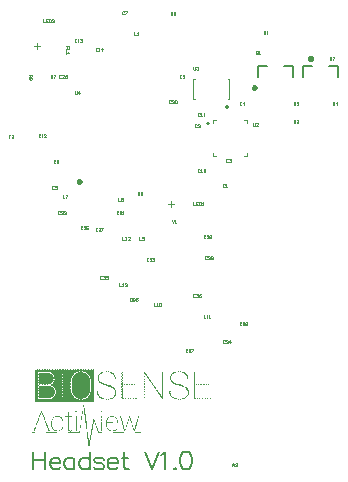
<source format=gto>
%FSTAX23Y23*%
%MOIN*%
%SFA1B1*%

%IPPOS*%
%ADD10C,0.010000*%
%ADD11C,0.009840*%
%ADD12C,0.003940*%
%ADD13C,0.007870*%
%ADD14C,0.008000*%
%ADD15C,0.002000*%
%LNheadset-pcb-1*%
%LPD*%
G36*
X00376Y00392D02*
X00376D01*
Y00393*
X00376*
Y00392*
G37*
G36*
X00375D02*
X00376D01*
Y00392*
X00376*
Y00391*
X00376*
Y00391*
X00376*
Y0039*
X00376*
Y00391*
X00375*
Y0039*
X00376*
Y00389*
X00376*
Y00389*
X00376*
Y00388*
X00376*
Y00388*
X00376*
Y00388*
X00375*
Y00388*
X00376*
Y00387*
X00376*
Y00386*
X00376*
Y00386*
X00376*
Y00385*
X00376*
Y00386*
X00375*
Y00385*
X00376*
Y00384*
X00376*
Y00384*
X00376*
Y00383*
X00376*
Y00383*
X00376*
Y00383*
X00375*
Y00383*
X00376*
Y00382*
X00376*
Y00381*
X00376*
Y00381*
X00376*
Y0038*
X00376*
Y00381*
X00375*
Y0038*
X00376*
Y0038*
X00376*
Y00379*
X00376*
Y00378*
X00376*
Y00378*
X00376*
Y00378*
X00375*
Y00378*
X00376*
Y00377*
X00376*
Y00377*
X00376*
Y00376*
X00376*
Y00375*
X00376*
Y00376*
X00375*
Y00375*
X00376*
Y00375*
X00376*
Y00374*
X00376*
Y00373*
X00376*
Y00373*
X00376*
Y00373*
X00375*
Y00373*
X00376*
Y00372*
X00376*
Y00372*
X00376*
Y00371*
X00376*
Y0037*
X00376*
Y00371*
X00375*
Y0037*
X00376*
Y0037*
X00376*
Y00369*
X00376*
Y00369*
X00376*
Y00368*
X00376*
Y00369*
X00375*
Y00368*
X00376*
Y00367*
X00376*
Y00367*
X00376*
Y00366*
X00376*
Y00366*
X00376*
Y00366*
X00375*
Y00366*
X00376*
Y00365*
X00376*
Y00364*
X00376*
Y00364*
X00376*
Y00363*
X00376*
Y00364*
X00375*
Y00363*
X00376*
Y00362*
X00376*
Y00362*
X00376*
Y00361*
X00376*
Y00361*
X00376*
Y00361*
X00375*
Y00361*
X00376*
Y0036*
X00376*
Y00359*
X00376*
Y00359*
X00376*
Y00358*
X00376*
Y00359*
X00375*
Y00358*
X00376*
Y00358*
X00376*
Y00357*
X00376*
Y00356*
X00376*
Y00356*
X00376*
Y00356*
X00375*
Y00356*
X00376*
Y00355*
X00376*
Y00354*
X00376*
Y00354*
X00376*
Y00353*
X00376*
Y00354*
X00375*
Y00353*
X00376*
Y00353*
X00376*
Y00352*
X00376*
Y00351*
X00376*
Y00351*
X00376*
Y00351*
X00375*
Y00351*
X00376*
Y0035*
X00376*
Y0035*
X00376*
Y00349*
X00376*
Y00348*
X00376*
Y00349*
X00375*
Y00348*
X00376*
Y00348*
X00376*
Y00347*
X00376*
Y00347*
X00376*
Y00346*
X00376*
Y00347*
X00375*
Y00346*
X00376*
Y00345*
X00376*
Y00345*
X00376*
Y00344*
X00376*
Y00343*
X00376*
Y00344*
X00375*
Y00343*
X00376*
Y00343*
X00376*
Y00342*
X00376*
Y00342*
X00376*
Y00341*
X00376*
Y00342*
X00375*
Y00341*
X00376*
Y0034*
X00376*
Y0034*
X00376*
Y00339*
X00376*
Y00339*
X00376*
Y00339*
X00375*
Y00339*
X00376*
Y00338*
X00376*
Y00337*
X00376*
Y00337*
X00376*
Y00336*
X00376*
Y00337*
X00375*
Y00336*
X00376*
Y00336*
X00376*
Y00335*
X00376*
Y00334*
X00376*
Y00334*
X00376*
Y00334*
X00375*
Y00334*
X00376*
Y00333*
X00376*
Y00332*
X00376*
Y00332*
X00376*
Y00331*
X00376*
Y00332*
X00375*
Y00331*
X00376*
Y00331*
X00376*
Y0033*
X00376*
Y00329*
X00376*
Y00329*
X00376*
Y00329*
X00375*
Y00329*
X00376*
Y00328*
X00376*
Y00328*
X00376*
Y00327*
X00376*
Y00326*
X00376*
Y00327*
X00375*
Y00326*
X00376*
Y00326*
X00376*
Y00325*
X00376*
Y00325*
X00376*
Y00324*
X00376*
Y00325*
X00375*
Y00324*
X00376*
Y00323*
X00376*
Y00323*
X00376*
Y00322*
X00376*
Y00321*
X00376*
Y00322*
X00375*
Y00321*
X00376*
Y00321*
X00376*
Y0032*
X00376*
Y0032*
X00376*
Y00319*
X00376*
Y0032*
X00375*
Y00319*
X00376*
Y00318*
X00376*
Y00318*
X00376*
Y00317*
X00376*
Y00317*
X00376*
Y00317*
X00375*
Y00317*
X00376*
Y00316*
X00376*
Y00315*
X00376*
Y00315*
X00376*
Y00314*
X00376*
Y00315*
X00375*
Y00314*
X00376*
Y00313*
X00376*
Y00313*
X00376*
Y00312*
X00376*
Y00312*
X00376*
Y00312*
X00375*
Y00312*
X00376*
Y00311*
X00376*
Y0031*
X00376*
Y0031*
X00376*
Y00309*
X00376*
Y0031*
X00375*
Y00309*
X00376*
Y00309*
X00376*
Y00308*
X00376*
Y00307*
X00376*
Y00307*
X00376*
Y00307*
X00375*
Y00307*
X00376*
Y00306*
X00376*
Y00306*
X00376*
Y00305*
X00376*
Y00304*
X00376*
Y00305*
X00375*
Y00304*
X00376*
Y00304*
X00376*
Y00303*
X00376*
Y00302*
X00376*
Y00302*
X00376*
Y00302*
X00375*
Y00302*
X00376*
Y00301*
X00376*
Y00301*
X00376*
Y003*
X00376*
Y00299*
X00376*
Y003*
X00375*
Y00299*
X00376*
Y00299*
X00376*
Y00298*
X00376*
Y00298*
X00376*
Y00297*
X00376*
Y00298*
X00375*
Y00297*
X00376*
Y00296*
X00376*
Y00296*
X00376*
Y00295*
X00376*
Y00295*
X00376*
Y00295*
X00375*
Y00295*
X00376*
Y00294*
X00376*
Y00293*
X00376*
Y00293*
X00376*
Y00292*
X00376*
Y00293*
X00375*
Y00292*
X00376*
Y00291*
X00376*
Y00291*
X00376*
Y0029*
X00376*
Y0029*
X00376*
Y0029*
X00375*
Y0029*
X00376*
Y00289*
X00376*
Y00288*
X00376*
Y00288*
X00376*
Y00287*
X00376*
Y00288*
X00375*
Y00287*
X00376*
Y00287*
X00376*
Y00286*
X00376*
Y00285*
X00375*
Y00285*
X00375*
Y00284*
X00374*
Y00285*
X00373*
Y00285*
X00373*
Y00285*
X00372*
Y00284*
X00371*
Y00285*
X00371*
Y00285*
X0037*
Y00285*
X0037*
Y00284*
X00369*
Y00285*
X00368*
Y00285*
X00368*
Y00285*
X00367*
Y00284*
X00367*
Y00285*
X00366*
Y00285*
X00365*
Y00285*
X00365*
Y00284*
X00364*
Y00285*
X00364*
Y00285*
X00363*
Y00285*
X00362*
Y00284*
X00362*
Y00285*
X00361*
Y00285*
X0036*
Y00285*
X0036*
Y00284*
X00359*
Y00285*
X00359*
Y00285*
X00358*
Y00285*
X00357*
Y00284*
X00357*
Y00285*
X00356*
Y00285*
X00356*
Y00285*
X00355*
Y00284*
X00354*
Y00285*
X00354*
Y00285*
X00353*
Y00285*
X00352*
Y00284*
X00352*
Y00285*
X00351*
Y00285*
X00351*
Y00285*
X0035*
Y00284*
X00349*
Y00285*
X00349*
Y00285*
X00348*
Y00285*
X00348*
Y00284*
X00347*
Y00285*
X00346*
Y00285*
X00346*
Y00285*
X00345*
Y00284*
X00345*
Y00285*
X00344*
Y00285*
X00343*
Y00285*
X00343*
Y00284*
X00342*
Y00285*
X00341*
Y00285*
X00341*
Y00285*
X0034*
Y00284*
X0034*
Y00285*
X00339*
Y00285*
X00338*
Y00285*
X00338*
Y00284*
X00337*
Y00285*
X00337*
Y00285*
X00336*
Y00285*
X00335*
Y00284*
X00335*
Y00285*
X00334*
Y00285*
X00334*
Y00285*
X00333*
Y00284*
X00332*
Y00285*
X00332*
Y00285*
X00331*
Y00285*
X0033*
Y00284*
X0033*
Y00285*
X00329*
Y00285*
X00329*
Y00285*
X00328*
Y00284*
X00327*
Y00285*
X00327*
Y00285*
X00326*
Y00285*
X00326*
Y00284*
X00325*
Y00285*
X00324*
Y00285*
X00324*
Y00285*
X00323*
Y00284*
X00323*
Y00285*
X00322*
Y00285*
X00321*
Y00285*
X00321*
Y00284*
X0032*
Y00285*
X00319*
Y00285*
X00319*
Y00285*
X00318*
Y00284*
X00318*
Y00285*
X00317*
Y00285*
X00316*
Y00285*
X00316*
Y00284*
X00315*
Y00285*
X00315*
Y00285*
X00314*
Y00285*
X00313*
Y00284*
X00313*
Y00285*
X00312*
Y00285*
X00311*
Y00285*
X00311*
Y00284*
X0031*
Y00285*
X0031*
Y00285*
X00309*
Y00285*
X00308*
Y00284*
X00308*
Y00285*
X00307*
Y00285*
X00307*
Y00285*
X00306*
Y00284*
X00305*
Y00285*
X00305*
Y00285*
X00304*
Y00285*
X00304*
Y00284*
X00303*
Y00285*
X00302*
Y00285*
X00302*
Y00285*
X00301*
Y00284*
X003*
Y00285*
X003*
Y00285*
X00299*
Y00285*
X00299*
Y00284*
X00298*
Y00285*
X00297*
Y00285*
X00297*
Y00285*
X00296*
Y00284*
X00296*
Y00285*
X00295*
Y00285*
X00294*
Y00285*
X00294*
Y00284*
X00293*
Y00285*
X00293*
Y00285*
X00292*
Y00285*
X00291*
Y00284*
X00291*
Y00285*
X0029*
Y00285*
X00289*
Y00285*
X00289*
Y00284*
X00288*
Y00285*
X00288*
Y00285*
X00287*
Y00285*
X00286*
Y00284*
X00286*
Y00285*
X00285*
Y00285*
X00285*
Y00285*
X00284*
Y00284*
X00283*
Y00285*
X00283*
Y00285*
X00282*
Y00285*
X00282*
Y00284*
X00281*
Y00285*
X0028*
Y00285*
X0028*
Y00285*
X00279*
Y00284*
X00278*
Y00285*
X00278*
Y00285*
X00277*
Y00285*
X00277*
Y00284*
X00276*
Y00285*
X00275*
Y00285*
X00275*
Y00285*
X00274*
Y00284*
X00274*
Y00285*
X00273*
Y00285*
X00272*
Y00285*
X00272*
Y00284*
X00271*
Y00285*
X0027*
Y00285*
X0027*
Y00285*
X00269*
Y00284*
X00269*
Y00285*
X00268*
Y00285*
X00267*
Y00285*
X00267*
Y00284*
X00266*
Y00285*
X00266*
Y00285*
X00265*
Y00285*
X00264*
Y00284*
X00264*
Y00285*
X00263*
Y00285*
X00263*
Y00285*
X00262*
Y00284*
X00261*
Y00285*
X00261*
Y00285*
X0026*
Y00285*
X00259*
Y00284*
X00259*
Y00285*
X00258*
Y00285*
X00258*
Y00285*
X00257*
Y00284*
X00256*
Y00285*
X00256*
Y00285*
X00255*
Y00285*
X00255*
Y00284*
X00254*
Y00285*
X00253*
Y00285*
X00253*
Y00285*
X00252*
Y00284*
X00252*
Y00285*
X00251*
Y00285*
X0025*
Y00285*
X0025*
Y00284*
X00249*
Y00285*
X00248*
Y00285*
X00248*
Y00285*
X00247*
Y00284*
X00247*
Y00285*
X00246*
Y00285*
X00245*
Y00285*
X00245*
Y00284*
X00244*
Y00285*
X00244*
Y00285*
X00243*
Y00285*
X00242*
Y00284*
X00242*
Y00285*
X00241*
Y00285*
X00241*
Y00285*
X0024*
Y00284*
X00239*
Y00285*
X00239*
Y00285*
X00238*
Y00285*
X00237*
Y00284*
X00237*
Y00285*
X00236*
Y00285*
X00236*
Y00285*
X00235*
Y00284*
X00234*
Y00285*
X00234*
Y00285*
X00233*
Y00285*
X00233*
Y00284*
X00232*
Y00285*
X00231*
Y00285*
X00231*
Y00285*
X0023*
Y00284*
X00229*
Y00285*
X00229*
Y00285*
X00228*
Y00285*
X00228*
Y00284*
X00227*
Y00285*
X00226*
Y00285*
X00226*
Y00285*
X00225*
Y00284*
X00225*
Y00285*
X00224*
Y00285*
X00223*
Y00285*
X00223*
Y00284*
X00222*
Y00285*
X00222*
Y00285*
X00221*
Y00285*
X0022*
Y00284*
X0022*
Y00285*
X00219*
Y00285*
X00218*
Y00285*
X00218*
Y00284*
X00217*
Y00285*
X00217*
Y00285*
X00216*
Y00285*
X00215*
Y00284*
X00215*
Y00285*
X00214*
Y00285*
X00214*
Y00285*
X00213*
Y00284*
X00212*
Y00285*
X00212*
Y00285*
X00211*
Y00285*
X00211*
Y00284*
X0021*
Y00285*
X00209*
Y00285*
X00209*
Y00285*
X00208*
Y00284*
X00207*
Y00285*
X00207*
Y00285*
X00206*
Y00285*
X00206*
Y00284*
X00205*
Y00285*
X00204*
Y00285*
X00204*
Y00285*
X00203*
Y00284*
X00203*
Y00285*
X00202*
Y00285*
X00201*
Y00285*
X00201*
Y00284*
X002*
Y00285*
X002*
Y00285*
X00199*
Y00285*
X00198*
Y00284*
X00198*
Y00285*
X00197*
Y00285*
X00196*
Y00285*
X00196*
Y00284*
X00195*
Y00285*
X00195*
Y00285*
X00194*
Y00285*
X00193*
Y00284*
X00193*
Y00285*
X00192*
Y00285*
X00192*
Y00285*
X00191*
Y00284*
X0019*
Y00285*
X0019*
Y00285*
X00189*
Y00285*
X00188*
Y00284*
X00188*
Y00285*
X00187*
Y00285*
X00187*
Y00285*
X00186*
Y00284*
X00185*
Y00285*
X00185*
Y00285*
X00184*
Y00285*
X00184*
Y00284*
X00183*
Y00285*
X00182*
Y00285*
X00182*
Y00285*
X00181*
Y00284*
X00181*
Y00285*
X0018*
Y00285*
X00179*
Y00285*
X00179*
Y00284*
X00178*
Y00285*
X00177*
Y00393*
X00178*
Y00392*
X00179*
Y00393*
X00179*
Y00392*
X0018*
Y00393*
X00181*
Y00392*
X00181*
Y00393*
X00182*
Y00392*
X00182*
Y00393*
X00183*
Y00392*
X00184*
Y00393*
X00184*
Y00392*
X00185*
Y00393*
X00185*
Y00392*
X00186*
Y00393*
X00187*
Y00392*
X00187*
Y00393*
X00188*
Y00392*
X00188*
Y00393*
X00189*
Y00392*
X0019*
Y00393*
X0019*
Y00392*
X00191*
Y00393*
X00192*
Y00392*
X00192*
Y00393*
X00193*
Y00392*
X00193*
Y00393*
X00194*
Y00392*
X00195*
Y00393*
X00195*
Y00392*
X00196*
Y00393*
X00196*
Y00392*
X00197*
Y00393*
X00198*
Y00392*
X00198*
Y00393*
X00199*
Y00392*
X002*
Y00393*
X002*
Y00392*
X00201*
Y00393*
X00201*
Y00392*
X00202*
Y00393*
X00203*
Y00392*
X00203*
Y00393*
X00204*
Y00392*
X00204*
Y00393*
X00205*
Y00392*
X00206*
Y00393*
X00206*
Y00392*
X00207*
Y00393*
X00207*
Y00392*
X00208*
Y00393*
X00209*
Y00392*
X00209*
Y00393*
X0021*
Y00392*
X00211*
Y00393*
X00211*
Y00392*
X00212*
Y00393*
X00212*
Y00392*
X00213*
Y00393*
X00214*
Y00392*
X00214*
Y00393*
X00215*
Y00392*
X00215*
Y00393*
X00216*
Y00392*
X00217*
Y00393*
X00217*
Y00392*
X00218*
Y00393*
X00218*
Y00392*
X00219*
Y00393*
X0022*
Y00392*
X0022*
Y00393*
X00221*
Y00392*
X00222*
Y00393*
X00222*
Y00392*
X00223*
Y00393*
X00223*
Y00392*
X00224*
Y00393*
X00225*
Y00392*
X00225*
Y00393*
X00226*
Y00392*
X00226*
Y00393*
X00227*
Y00392*
X00228*
Y00393*
X00228*
Y00392*
X00229*
Y00393*
X00229*
Y00392*
X0023*
Y00393*
X00231*
Y00392*
X00231*
Y00393*
X00232*
Y00392*
X00233*
Y00393*
X00233*
Y00392*
X00234*
Y00393*
X00234*
Y00392*
X00235*
Y00393*
X00236*
Y00392*
X00236*
Y00393*
X00237*
Y00392*
X00237*
Y00393*
X00238*
Y00392*
X00239*
Y00393*
X00239*
Y00392*
X0024*
Y00393*
X00241*
Y00392*
X00241*
Y00393*
X00242*
Y00392*
X00242*
Y00393*
X00243*
Y00392*
X00244*
Y00393*
X00244*
Y00392*
X00245*
Y00393*
X00245*
Y00392*
X00246*
Y00393*
X00247*
Y00392*
X00247*
Y00393*
X00248*
Y00392*
X00248*
Y00393*
X00249*
Y00392*
X0025*
Y00393*
X0025*
Y00392*
X00251*
Y00393*
X00252*
Y00392*
X00252*
Y00393*
X00253*
Y00392*
X00253*
Y00393*
X00254*
Y00392*
X00255*
Y00393*
X00255*
Y00392*
X00256*
Y00393*
X00256*
Y00392*
X00257*
Y00393*
X00258*
Y00392*
X00258*
Y00393*
X00259*
Y00392*
X00259*
Y00393*
X0026*
Y00392*
X00261*
Y00393*
X00261*
Y00392*
X00262*
Y00393*
X00263*
Y00392*
X00263*
Y00393*
X00264*
Y00392*
X00264*
Y00393*
X00265*
Y00392*
X00266*
Y00393*
X00266*
Y00392*
X00267*
Y00393*
X00267*
Y00392*
X00268*
Y00393*
X00269*
Y00392*
X00269*
Y00393*
X0027*
Y00392*
X0027*
Y00393*
X00271*
Y00392*
X00272*
Y00393*
X00272*
Y00392*
X00273*
Y00393*
X00274*
Y00392*
X00274*
Y00393*
X00275*
Y00392*
X00275*
Y00393*
X00276*
Y00392*
X00277*
Y00393*
X00277*
Y00392*
X00278*
Y00393*
X00278*
Y00392*
X00279*
Y00393*
X0028*
Y00392*
X0028*
Y00393*
X00281*
Y00392*
X00282*
Y00393*
X00282*
Y00392*
X00283*
Y00393*
X00283*
Y00392*
X00284*
Y00393*
X00285*
Y00392*
X00285*
Y00393*
X00286*
Y00392*
X00286*
Y00393*
X00287*
Y00392*
X00288*
Y00393*
X00288*
Y00392*
X00289*
Y00393*
X00289*
Y00392*
X0029*
Y00393*
X00291*
Y00392*
X00291*
Y00393*
X00292*
Y00392*
X00293*
Y00393*
X00293*
Y00392*
X00294*
Y00393*
X00294*
Y00392*
X00295*
Y00393*
X00296*
Y00392*
X00296*
Y00393*
X00297*
Y00392*
X00297*
Y00393*
X00298*
Y00392*
X00299*
Y00393*
X00299*
Y00392*
X003*
Y00393*
X003*
Y00392*
X00301*
Y00393*
X00302*
Y00392*
X00302*
Y00393*
X00303*
Y00392*
X00304*
Y00393*
X00304*
Y00392*
X00305*
Y00393*
X00305*
Y00392*
X00306*
Y00393*
X00307*
Y00392*
X00307*
Y00393*
X00308*
Y00392*
X00308*
Y00393*
X00309*
Y00392*
X0031*
Y00393*
X0031*
Y00392*
X00311*
Y00393*
X00311*
Y00392*
X00312*
Y00393*
X00313*
Y00392*
X00313*
Y00393*
X00314*
Y00392*
X00315*
Y00393*
X00315*
Y00392*
X00316*
Y00393*
X00316*
Y00392*
X00317*
Y00393*
X00318*
Y00392*
X00318*
Y00393*
X00319*
Y00392*
X00319*
Y00393*
X0032*
Y00392*
X00321*
Y00393*
X00321*
Y00392*
X00322*
Y00393*
X00323*
Y00392*
X00323*
Y00393*
X00324*
Y00392*
X00324*
Y00393*
X00325*
Y00392*
X00326*
Y00393*
X00326*
Y00392*
X00327*
Y00393*
X00327*
Y00392*
X00328*
Y00393*
X00329*
Y00392*
X00329*
Y00393*
X0033*
Y00392*
X0033*
Y00393*
X00331*
Y00392*
X00332*
Y00393*
X00332*
Y00392*
X00333*
Y00393*
X00334*
Y00392*
X00334*
Y00393*
X00335*
Y00392*
X00335*
Y00393*
X00336*
Y00392*
X00337*
Y00393*
X00337*
Y00392*
X00338*
Y00393*
X00338*
Y00392*
X00339*
Y00393*
X0034*
Y00392*
X0034*
Y00393*
X00341*
Y00392*
X00341*
Y00393*
X00342*
Y00392*
X00343*
Y00393*
X00343*
Y00392*
X00344*
Y00393*
X00345*
Y00392*
X00345*
Y00393*
X00346*
Y00392*
X00346*
Y00393*
X00347*
Y00392*
X00348*
Y00393*
X00348*
Y00392*
X00349*
Y00393*
X00349*
Y00392*
X0035*
Y00393*
X00351*
Y00392*
X00351*
Y00393*
X00352*
Y00392*
X00352*
Y00393*
X00353*
Y00392*
X00354*
Y00393*
X00354*
Y00392*
X00355*
Y00393*
X00356*
Y00392*
X00356*
Y00393*
X00357*
Y00392*
X00357*
Y00393*
X00358*
Y00392*
X00359*
Y00393*
X00359*
Y00392*
X0036*
Y00393*
X0036*
Y00392*
X00361*
Y00393*
X00362*
Y00392*
X00362*
Y00393*
X00363*
Y00392*
X00364*
Y00393*
X00364*
Y00392*
X00365*
Y00393*
X00365*
Y00392*
X00366*
Y00393*
X00367*
Y00392*
X00367*
Y00393*
X00368*
Y00392*
X00368*
Y00393*
X00369*
Y00392*
X0037*
Y00393*
X0037*
Y00392*
X00371*
Y00393*
X00371*
Y00392*
X00372*
Y00393*
X00373*
Y00392*
X00373*
Y00393*
X00374*
Y00392*
X00375*
Y00393*
X00375*
Y00392*
G37*
G36*
X00425Y00386D02*
X00426D01*
Y00386*
X00427*
Y00385*
X00427*
Y00386*
X00427*
Y00386*
X00427*
Y00386*
X00428*
Y00385*
X00428*
Y00386*
X00429*
Y00385*
X0043*
Y00384*
X0043*
Y00385*
X0043*
Y00386*
X0043*
Y00385*
X00431*
Y00384*
X00431*
Y00384*
X00432*
Y00384*
X00433*
Y00384*
X00433*
Y00383*
X00434*
Y00383*
X00434*
Y00383*
X00435*
Y00383*
X00436*
Y00382*
X00436*
Y00381*
X00437*
Y00382*
X00438*
Y00381*
X00439*
Y0038*
X00439*
Y0038*
X0044*
Y00379*
X00441*
Y00378*
X00441*
Y00378*
X00442*
Y00377*
X00442*
Y00377*
X00443*
Y00376*
X00444*
Y00374*
X00444*
Y00373*
X00445*
Y00373*
X00446*
Y00372*
X00446*
Y00372*
X00446*
Y00372*
X00445*
Y00372*
X00446*
Y00371*
X00446*
Y00369*
X00447*
Y00369*
X00447*
Y00368*
X00447*
Y00369*
X00446*
Y00368*
X00447*
Y00367*
X00447*
Y00366*
X00448*
Y00365*
X00449*
Y00364*
X00448*
Y00365*
X00447*
Y00364*
X00448*
Y00364*
X00449*
Y00363*
X00448*
Y00362*
X00449*
Y00362*
X00448*
Y00362*
X00447*
Y00362*
X00448*
Y00361*
X00449*
Y00361*
X00448*
Y0036*
X00447*
Y00359*
X00447*
Y0036*
X00446*
Y00359*
X00446*
Y0036*
X00445*
Y00361*
X00444*
Y00361*
X00445*
Y00362*
X00444*
Y00362*
X00445*
Y00363*
X00444*
Y00365*
X00444*
Y00366*
X00443*
Y00366*
X00444*
Y00366*
X00444*
Y00366*
X00444*
Y00367*
X00443*
Y0037*
X00442*
Y0037*
X00442*
Y00371*
X00441*
Y00372*
X00441*
Y00372*
X00441*
Y00372*
X00442*
Y00372*
X00441*
Y00373*
X00441*
Y00373*
X0044*
Y00374*
X00439*
Y00375*
X00439*
Y00375*
X00438*
Y00376*
X00438*
Y00377*
X00437*
Y00377*
X00436*
Y00378*
X00436*
Y00378*
X00435*
Y00379*
X00434*
Y0038*
X00434*
Y00379*
X00433*
Y0038*
X00433*
Y0038*
X00432*
Y00381*
X00431*
Y0038*
X00431*
Y00381*
X0043*
Y00381*
X0043*
Y00382*
X00429*
Y00381*
X00428*
Y00382*
X00428*
Y00383*
X00427*
Y00383*
X00427*
Y00383*
X00426*
Y00383*
X00425*
Y00383*
X00425*
Y00383*
X00424*
Y00383*
X00423*
Y00383*
X00423*
Y00384*
X00422*
Y00383*
X00423*
Y00383*
X00422*
Y00383*
X00422*
Y00384*
X00421*
Y00384*
X0042*
Y00384*
X00421*
Y00383*
X00422*
Y00383*
X00421*
Y00383*
X0042*
Y00384*
X0042*
Y00383*
X00419*
Y00384*
X00419*
Y00384*
X00418*
Y00384*
X00417*
Y00384*
X00417*
Y00384*
X00417*
Y00383*
X00417*
Y00384*
X00416*
Y00384*
X00416*
Y00384*
X00416*
Y00383*
X00417*
Y00383*
X00416*
Y00383*
X00416*
Y00384*
X00415*
Y00383*
X00414*
Y00384*
X00414*
Y00384*
X00413*
Y00384*
X00412*
Y00383*
X00412*
Y00384*
X00411*
Y00383*
X00412*
Y00383*
X00411*
Y00383*
X00411*
Y00383*
X0041*
Y00383*
X00409*
Y00383*
X00409*
Y00383*
X00408*
Y00383*
X00408*
Y00383*
X00407*
Y00383*
X00406*
Y00382*
X00406*
Y00381*
X00405*
Y00382*
X00405*
Y00381*
X00404*
Y00382*
X00403*
Y00381*
X00403*
Y00381*
X00402*
Y0038*
X00401*
Y00381*
X00401*
Y0038*
X00401*
Y0038*
X00401*
Y0038*
X004*
Y0038*
X004*
Y00379*
X00399*
Y0038*
X00398*
Y00378*
X00398*
Y00378*
X00397*
Y00378*
X00397*
Y00377*
X00396*
Y00377*
X00395*
Y00376*
X00395*
Y00375*
X00394*
Y00375*
X00393*
Y00374*
X00393*
Y00373*
X00393*
Y00373*
X00393*
Y00373*
X00392*
Y00373*
X00393*
Y00372*
X00392*
Y00372*
X00392*
Y00371*
X00392*
Y0037*
X00392*
Y00371*
X00391*
Y0037*
X00392*
Y0037*
X00391*
Y00368*
X0039*
Y00369*
X0039*
Y00368*
X0039*
Y00367*
X00391*
Y00367*
X0039*
Y00366*
X00391*
Y00366*
X0039*
Y00366*
X0039*
Y00366*
X0039*
Y00365*
X00391*
Y00364*
X0039*
Y00365*
X0039*
Y00364*
X0039*
Y00364*
X00391*
Y00363*
X0039*
Y00364*
X0039*
Y00363*
X0039*
Y00362*
X00391*
Y00361*
X00392*
Y0036*
X00392*
Y00359*
X00392*
Y0036*
X00391*
Y00359*
X00392*
Y00359*
X00392*
Y00357*
X00393*
Y00356*
X00393*
Y00356*
X00394*
Y00355*
X00395*
Y00354*
X00395*
Y00354*
X00396*
Y00353*
X00397*
Y00353*
X00397*
Y00352*
X00398*
Y00351*
X00398*
Y00351*
X00399*
Y0035*
X004*
Y0035*
X004*
Y0035*
X00401*
Y0035*
X00401*
Y00349*
X00402*
Y00348*
X00403*
Y00349*
X00403*
Y00348*
X00404*
Y00348*
X00405*
Y00347*
X00405*
Y00348*
X00406*
Y00347*
X00406*
Y00347*
X00407*
Y00346*
X00408*
Y00347*
X00407*
Y00347*
X00408*
Y00347*
X00408*
Y00346*
X00409*
Y00347*
X00409*
Y00346*
X0041*
Y00345*
X00411*
Y00345*
X00411*
Y00345*
X00411*
Y00346*
X00411*
Y00345*
X00412*
Y00345*
X00412*
Y00345*
X00413*
Y00345*
X00414*
Y00344*
X00414*
Y00343*
X00415*
Y00344*
X00414*
Y00345*
X00415*
Y00344*
X00416*
Y00343*
X00416*
Y00344*
X00417*
Y00343*
X00417*
Y00343*
X00418*
Y00342*
X00419*
Y00343*
X00418*
Y00343*
X00417*
Y00344*
X00418*
Y00343*
X00419*
Y00343*
X00419*
Y00342*
X0042*
Y00343*
X0042*
Y00342*
X00421*
Y00343*
X00422*
Y00342*
X00422*
Y00342*
X00424*
Y00341*
X00425*
Y00342*
X00425*
Y00341*
X00426*
Y00342*
X00427*
Y0034*
X00428*
Y0034*
X00428*
Y0034*
X00429*
Y0034*
X0043*
Y00339*
X0043*
Y00339*
X00431*
Y00339*
X0043*
Y0034*
X0043*
Y0034*
X0043*
Y0034*
X00431*
Y00339*
X00431*
Y00339*
X00432*
Y00339*
X00433*
Y00339*
X00433*
Y00338*
X00434*
Y00337*
X00434*
Y00338*
X00435*
Y00337*
X00436*
Y00337*
X00436*
Y00336*
X00437*
Y00336*
X00438*
Y00335*
X00438*
Y00336*
X00438*
Y00336*
X00437*
Y00337*
X00438*
Y00336*
X00438*
Y00336*
X00439*
Y00335*
X00439*
Y00334*
X0044*
Y00334*
X00441*
Y00334*
X00441*
Y00332*
X00442*
Y00333*
X00442*
Y00332*
X00443*
Y00332*
X00444*
Y0033*
X00444*
Y00331*
X00445*
Y00329*
X00446*
Y00328*
X00446*
Y00328*
X00447*
Y00327*
X00447*
Y00326*
X00447*
Y00327*
X00446*
Y00326*
X00447*
Y00326*
X00447*
Y00325*
X00448*
Y00325*
X00449*
Y00324*
X00448*
Y00325*
X00447*
Y00324*
X00448*
Y00323*
X00449*
Y00323*
X00448*
Y00322*
X00449*
Y00321*
X00449*
Y00321*
X0045*
Y0032*
X00449*
Y00321*
X00449*
Y0032*
X00449*
Y0032*
X00449*
Y00319*
X00449*
Y00318*
X0045*
Y00318*
X00449*
Y00318*
X00449*
Y00318*
X00449*
Y00317*
X0045*
Y00317*
X00449*
Y00317*
X00449*
Y00317*
X00449*
Y00316*
X0045*
Y00315*
X00449*
Y00316*
X00449*
Y00315*
X00449*
Y00315*
X00449*
Y00314*
X00449*
Y00313*
X0045*
Y00313*
X00449*
Y00313*
X00449*
Y00313*
X00449*
Y00312*
X00449*
Y0031*
X00448*
Y0031*
X00449*
Y00309*
X00448*
Y00309*
X00449*
Y00308*
X00448*
Y00309*
X00447*
Y00308*
X00448*
Y00307*
X00447*
Y00307*
X00447*
Y00307*
X00446*
Y00307*
X00447*
Y00306*
X00447*
Y00306*
X00447*
Y00306*
X00446*
Y00306*
X00447*
Y00305*
X00446*
Y00304*
X00446*
Y00304*
X00445*
Y00303*
X00444*
Y00302*
X00444*
Y00302*
X00443*
Y00301*
X00442*
Y00301*
X00442*
Y003*
X00441*
Y00299*
X00441*
Y00299*
X0044*
Y00298*
X00439*
Y00299*
X00439*
Y00298*
X00439*
Y00298*
X00439*
Y00297*
X00438*
Y00298*
X00438*
Y00297*
X00437*
Y00298*
X00436*
Y00297*
X00437*
Y00296*
X00436*
Y00296*
X00436*
Y00296*
X00435*
Y00296*
X00434*
Y00295*
X00434*
Y00296*
X00433*
Y00295*
X00434*
Y00295*
X00433*
Y00295*
X00433*
Y00295*
X00432*
Y00295*
X00431*
Y00295*
X00431*
Y00294*
X0043*
Y00295*
X0043*
Y00294*
X0043*
Y00293*
X0043*
Y00294*
X00429*
Y00293*
X00428*
Y00294*
X00428*
Y00293*
X00427*
Y00294*
X00427*
Y00293*
X00426*
Y00294*
X00425*
Y00293*
X00426*
Y00293*
X00425*
Y00293*
X00425*
Y00293*
X00424*
Y00293*
X00423*
Y00293*
X00424*
Y00292*
X00423*
Y00293*
X00423*
Y00292*
X00422*
Y00293*
X00422*
Y00292*
X00421*
Y00293*
X0042*
Y00292*
X0042*
Y00293*
X00419*
Y00292*
X00419*
Y00293*
X00418*
Y00292*
X00417*
Y00293*
X00417*
Y00292*
X00416*
Y00293*
X00416*
Y00292*
X00415*
Y00293*
X00414*
Y00292*
X00414*
Y00293*
X00412*
Y00293*
X00411*
Y00294*
X00411*
Y00293*
X00411*
Y00293*
X00412*
Y00292*
X00411*
Y00293*
X00411*
Y00293*
X0041*
Y00294*
X00409*
Y00293*
X0041*
Y00293*
X00409*
Y00293*
X00409*
Y00294*
X00408*
Y00293*
X00408*
Y00294*
X00407*
Y00293*
X00406*
Y00294*
X00406*
Y00295*
X00405*
Y00295*
X00405*
Y00295*
X00405*
Y00294*
X00406*
Y00293*
X00405*
Y00294*
X00405*
Y00295*
X00404*
Y00295*
X00403*
Y00295*
X00403*
Y00295*
X00402*
Y00295*
X00401*
Y00295*
X00401*
Y00296*
X004*
Y00296*
X004*
Y00296*
X00399*
Y00296*
X00398*
Y00297*
X00398*
Y00298*
X00397*
Y00297*
X00397*
Y00298*
X00396*
Y00298*
X00395*
Y00299*
X00395*
Y00298*
X00394*
Y00299*
X00393*
Y00299*
X00393*
Y003*
X00392*
Y00301*
X00392*
Y00301*
X00391*
Y00302*
X0039*
Y00302*
X0039*
Y00303*
X00389*
Y00304*
X00389*
Y00304*
X00388*
Y00306*
X00387*
Y00307*
X00387*
Y00307*
X00386*
Y00308*
X00386*
Y00309*
X00386*
Y00308*
X00387*
Y00309*
X00386*
Y00309*
X00386*
Y0031*
X00385*
Y0031*
X00386*
Y00311*
X00385*
Y00312*
X00384*
Y00312*
X00385*
Y00312*
X00386*
Y00312*
X00385*
Y00313*
X00384*
Y00316*
X00384*
Y00317*
X00384*
Y00317*
X00384*
Y00318*
X00384*
Y00318*
X00384*
Y00319*
X00384*
Y0032*
X00385*
Y00319*
X00386*
Y0032*
X00385*
Y0032*
X00386*
Y0032*
X00386*
Y0032*
X00386*
Y00321*
X00386*
Y0032*
X00387*
Y0032*
X00387*
Y00319*
X00388*
Y00318*
X00389*
Y00318*
X00388*
Y00318*
X00387*
Y00318*
X00388*
Y00317*
X00387*
Y00317*
X00388*
Y00316*
X00389*
Y00315*
X00388*
Y00316*
X00387*
Y00315*
X00388*
Y00315*
X00389*
Y00314*
X00388*
Y00315*
X00387*
Y00314*
X00388*
Y00313*
X00389*
Y00312*
X00389*
Y00311*
X0039*
Y0031*
X00389*
Y00311*
X00389*
Y0031*
X00389*
Y0031*
X0039*
Y00309*
X0039*
Y00309*
X00391*
Y00307*
X00392*
Y00306*
X00392*
Y00306*
X00393*
Y00305*
X00393*
Y00304*
X00394*
Y00304*
X00395*
Y00303*
X00395*
Y00302*
X00396*
Y00302*
X00397*
Y00301*
X00397*
Y00301*
X00398*
Y00301*
X00398*
Y00301*
X00399*
Y003*
X004*
Y00299*
X004*
Y003*
X00401*
Y00299*
X00401*
Y00299*
X00402*
Y00298*
X00403*
Y00299*
X00403*
Y00298*
X00404*
Y00298*
X00405*
Y00297*
X00405*
Y00298*
X00406*
Y00297*
X00406*
Y00298*
X00407*
Y00297*
X00408*
Y00296*
X00408*
Y00296*
X00409*
Y00296*
X00408*
Y00297*
X00409*
Y00296*
X00409*
Y00296*
X0041*
Y00296*
X00411*
Y00296*
X00411*
Y00296*
X00412*
Y00296*
X00412*
Y00296*
X00413*
Y00296*
X00414*
Y00296*
X00414*
Y00296*
X00415*
Y00296*
X00416*
Y00296*
X00416*
Y00296*
X00417*
Y00296*
X00417*
Y00296*
X00418*
Y00296*
X00419*
Y00296*
X00419*
Y00296*
X0042*
Y00296*
X0042*
Y00296*
X00421*
Y00296*
X00422*
Y00296*
X00422*
Y00296*
X00423*
Y00296*
X00423*
Y00296*
X00424*
Y00296*
X00425*
Y00296*
X00425*
Y00296*
X00426*
Y00296*
X00425*
Y00297*
X00426*
Y00296*
X00428*
Y00297*
X00428*
Y00298*
X00429*
Y00297*
X0043*
Y00298*
X00431*
Y00297*
X00432*
Y00298*
X00431*
Y00298*
X00432*
Y00299*
X00433*
Y00298*
X00433*
Y00299*
X00434*
Y00299*
X00434*
Y003*
X00435*
Y00299*
X00436*
Y003*
X00436*
Y00299*
X00437*
Y003*
X00436*
Y00301*
X00437*
Y00301*
X00438*
Y00301*
X00438*
Y00301*
X00438*
Y00302*
X00438*
Y00302*
X00439*
Y00302*
X00439*
Y00302*
X0044*
Y00303*
X00441*
Y00304*
X00441*
Y00304*
X00442*
Y00306*
X00442*
Y00306*
X00443*
Y00306*
X00442*
Y00307*
X00443*
Y00307*
X00444*
Y00308*
X00444*
Y0031*
X00445*
Y0031*
X00444*
Y00311*
X00445*
Y0031*
X00446*
Y00311*
X00445*
Y00312*
X00446*
Y00312*
X00445*
Y00313*
X00446*
Y00313*
X00445*
Y00314*
X00446*
Y00316*
X00445*
Y00317*
X00446*
Y00318*
X00445*
Y00319*
X00446*
Y0032*
X00445*
Y0032*
X00444*
Y00321*
X00445*
Y0032*
X00446*
Y00321*
X00445*
Y00321*
X00444*
Y00323*
X00444*
Y00324*
X00443*
Y00325*
X00444*
Y00324*
X00444*
Y00325*
X00444*
Y00325*
X00443*
Y00326*
X00442*
Y00326*
X00442*
Y00327*
X00441*
Y00328*
X00441*
Y00328*
X0044*
Y00329*
X00439*
Y00329*
X00439*
Y0033*
X00438*
Y00331*
X00438*
Y00331*
X00437*
Y00332*
X00436*
Y00331*
X00436*
Y00332*
X00435*
Y00332*
X00434*
Y00333*
X00434*
Y00332*
X00433*
Y00333*
X00433*
Y00334*
X00432*
Y00334*
X00431*
Y00334*
X00431*
Y00334*
X0043*
Y00335*
X0043*
Y00336*
X00429*
Y00335*
X00428*
Y00336*
X00428*
Y00336*
X00427*
Y00337*
X00427*
Y00336*
X00426*
Y00337*
X00425*
Y00336*
X00425*
Y00337*
X00424*
Y00337*
X00423*
Y00338*
X00423*
Y00337*
X00422*
Y00338*
X00422*
Y00337*
X00421*
Y00338*
X0042*
Y00339*
X0042*
Y00339*
X00419*
Y00339*
X00419*
Y00339*
X00418*
Y00339*
X00417*
Y00339*
X00417*
Y00339*
X00416*
Y00339*
X00416*
Y0034*
X00415*
Y0034*
X00414*
Y0034*
X00414*
Y0034*
X00413*
Y0034*
X00412*
Y0034*
X00411*
Y00341*
X0041*
Y00342*
X00409*
Y00341*
X00409*
Y00342*
X00407*
Y00342*
X00406*
Y00343*
X00406*
Y00342*
X00405*
Y00343*
X00405*
Y00343*
X00404*
Y00344*
X00403*
Y00343*
X00404*
Y00343*
X00403*
Y00343*
X00403*
Y00344*
X00402*
Y00345*
X00401*
Y00345*
X00401*
Y00345*
X004*
Y00345*
X004*
Y00345*
X00399*
Y00345*
X00398*
Y00346*
X00398*
Y00347*
X00397*
Y00347*
X00397*
Y00348*
X00396*
Y00347*
X00395*
Y00348*
X00395*
Y00348*
X00394*
Y00349*
X00393*
Y0035*
X00393*
Y0035*
X00392*
Y00351*
X00392*
Y00351*
X00391*
Y00352*
X0039*
Y00354*
X0039*
Y00354*
X00389*
Y00355*
X00389*
Y00356*
X00388*
Y00356*
X00389*
Y00356*
X00389*
Y00356*
X00389*
Y00357*
X00388*
Y00359*
X00387*
Y00359*
X00387*
Y0036*
X00387*
Y00359*
X00388*
Y0036*
X00387*
Y00361*
X00387*
Y00361*
X00387*
Y00361*
X00388*
Y00361*
X00387*
Y00362*
X00387*
Y00362*
X00387*
Y00363*
X00387*
Y00364*
X00387*
Y00363*
X00388*
Y00364*
X00387*
Y00364*
X00387*
Y00365*
X00387*
Y00366*
X00387*
Y00366*
X00387*
Y00366*
X00388*
Y00366*
X00387*
Y00367*
X00387*
Y00367*
X00387*
Y00368*
X00387*
Y00369*
X00387*
Y00368*
X00388*
Y00369*
X00387*
Y00369*
X00387*
Y0037*
X00387*
Y00369*
X00388*
Y0037*
X00387*
Y0037*
X00388*
Y00372*
X00389*
Y00373*
X00389*
Y00375*
X0039*
Y00375*
X0039*
Y00376*
X00391*
Y00377*
X0039*
Y00377*
X00391*
Y00377*
X00392*
Y00377*
X00391*
Y00378*
X00392*
Y00378*
X00392*
Y00378*
X00393*
Y00378*
X00392*
Y00379*
X00393*
Y0038*
X00393*
Y00379*
X00394*
Y00381*
X00395*
Y0038*
X00395*
Y00381*
X00396*
Y00381*
X00397*
Y00382*
X00397*
Y00381*
X00398*
Y00382*
X00398*
Y00383*
X00399*
Y00383*
X004*
Y00383*
X004*
Y00383*
X004*
Y00384*
X004*
Y00384*
X00401*
Y00384*
X00401*
Y00384*
X00402*
Y00384*
X00403*
Y00384*
X00403*
Y00385*
X00404*
Y00386*
X00405*
Y00385*
X00405*
Y00386*
X00407*
Y00385*
X00408*
Y00386*
X00407*
Y00386*
X00408*
Y00386*
X00408*
Y00386*
X00408*
Y00387*
X00408*
Y00386*
X00409*
Y00387*
X00409*
Y00386*
X0041*
Y00387*
X00411*
Y00386*
X00411*
Y00387*
X00412*
Y00386*
X00412*
Y00387*
X00413*
Y00386*
X00414*
Y00387*
X00414*
Y00386*
X00415*
Y00387*
X00416*
Y00386*
X00416*
Y00387*
X00417*
Y00386*
X00417*
Y00387*
X00418*
Y00386*
X00419*
Y00387*
X00419*
Y00386*
X0042*
Y00387*
X0042*
Y00386*
X00421*
Y00387*
X00422*
Y00386*
X00422*
Y00387*
X00423*
Y00386*
X00423*
Y00387*
X00424*
Y00386*
X00425*
Y00387*
X00425*
Y00386*
G37*
G36*
X00668D02*
X00668D01*
Y00386*
X00669*
Y00385*
X00669*
Y00386*
X0067*
Y00385*
X00671*
Y00386*
X00671*
Y00385*
X00672*
Y00384*
X00673*
Y00384*
X00673*
Y00384*
X00673*
Y00385*
X00673*
Y00384*
X00674*
Y00384*
X00674*
Y00384*
X00675*
Y00383*
X00676*
Y00383*
X00676*
Y00383*
X00677*
Y00382*
X00677*
Y00381*
X00678*
Y00382*
X00679*
Y00381*
X00679*
Y00381*
X0068*
Y0038*
X00681*
Y0038*
X00681*
Y00379*
X00682*
Y00378*
X00682*
Y00378*
X00683*
Y00377*
X00684*
Y00377*
X00684*
Y00376*
X00685*
Y00375*
X00685*
Y00375*
X00686*
Y00374*
X00685*
Y00375*
X00685*
Y00374*
X00685*
Y00373*
X00686*
Y00373*
X00687*
Y00372*
X00687*
Y0037*
X00688*
Y0037*
X00688*
Y00369*
X00688*
Y0037*
X00687*
Y00369*
X00688*
Y00369*
X00688*
Y00367*
X00689*
Y00366*
X0069*
Y00366*
X00689*
Y00366*
X00688*
Y00366*
X00689*
Y00365*
X0069*
Y00364*
X00689*
Y00365*
X00688*
Y00364*
X00689*
Y00364*
X0069*
Y00363*
X00689*
Y00364*
X00688*
Y00363*
X00689*
Y00362*
X0069*
Y00362*
X00689*
Y00361*
X0069*
Y00361*
X00689*
Y0036*
X00688*
Y00359*
X00688*
Y0036*
X00687*
Y00359*
X00687*
Y0036*
X00686*
Y00361*
X00685*
Y00361*
X00686*
Y00361*
X00687*
Y00361*
X00686*
Y00362*
X00685*
Y00365*
X00685*
Y00366*
X00685*
Y00366*
X00685*
Y00367*
X00684*
Y00367*
X00685*
Y00367*
X00685*
Y00367*
X00685*
Y00368*
X00684*
Y0037*
X00684*
Y0037*
X00683*
Y00372*
X00682*
Y00373*
X00682*
Y00373*
X00681*
Y00374*
X00681*
Y00375*
X0068*
Y00375*
X00679*
Y00376*
X00679*
Y00377*
X00678*
Y00377*
X00677*
Y00378*
X00677*
Y00378*
X00676*
Y00379*
X00676*
Y0038*
X00675*
Y0038*
X00674*
Y00381*
X00674*
Y0038*
X00673*
Y00381*
X00671*
Y00381*
X00671*
Y00382*
X0067*
Y00381*
X00669*
Y00382*
X00669*
Y00383*
X00668*
Y00383*
X00668*
Y00383*
X00668*
Y00382*
X00668*
Y00383*
X00667*
Y00383*
X00666*
Y00383*
X00666*
Y00383*
X00665*
Y00383*
X00665*
Y00383*
X00664*
Y00384*
X00663*
Y00384*
X00663*
Y00384*
X00663*
Y00383*
X00664*
Y00383*
X00663*
Y00383*
X00663*
Y00384*
X00662*
Y00384*
X00662*
Y00384*
X00662*
Y00383*
X00662*
Y00384*
X00661*
Y00384*
X0066*
Y00384*
X00661*
Y00383*
X00662*
Y00383*
X00661*
Y00383*
X0066*
Y00384*
X0066*
Y00383*
X00659*
Y00384*
X00658*
Y00384*
X00658*
Y00384*
X00657*
Y00384*
X00657*
Y00384*
X00657*
Y00383*
X00657*
Y00384*
X00656*
Y00384*
X00655*
Y00384*
X00656*
Y00383*
X00657*
Y00383*
X00656*
Y00383*
X00655*
Y00384*
X00655*
Y00383*
X00654*
Y00384*
X00654*
Y00384*
X00653*
Y00384*
X00654*
Y00383*
X00654*
Y00383*
X00654*
Y00383*
X00653*
Y00384*
X00652*
Y00383*
X00653*
Y00383*
X00652*
Y00383*
X00652*
Y00383*
X00651*
Y00383*
X00651*
Y00383*
X0065*
Y00383*
X00649*
Y00383*
X00649*
Y00383*
X00648*
Y00383*
X00649*
Y00382*
X00648*
Y00383*
X00647*
Y00383*
X00647*
Y00383*
X00647*
Y00382*
X00648*
Y00381*
X00647*
Y00382*
X00647*
Y00381*
X00646*
Y00382*
X00646*
Y00381*
X00645*
Y00382*
X00644*
Y00381*
X00645*
Y00381*
X00644*
Y00381*
X00644*
Y00381*
X00644*
Y0038*
X00644*
Y00381*
X00643*
Y0038*
X00643*
Y00381*
X00642*
Y0038*
X00641*
Y00379*
X0064*
Y00378*
X0064*
Y00378*
X00639*
Y00378*
X00638*
Y00378*
X00638*
Y00377*
X00637*
Y00377*
X00636*
Y00376*
X00636*
Y00375*
X00635*
Y00375*
X00635*
Y00373*
X00634*
Y00372*
X00633*
Y0037*
X00633*
Y00371*
X00632*
Y0037*
X00633*
Y0037*
X00632*
Y00369*
X00633*
Y00369*
X00632*
Y00367*
X00632*
Y00366*
X00632*
Y00366*
X00632*
Y00365*
X00632*
Y00364*
X00632*
Y00365*
X00631*
Y00364*
X00632*
Y00364*
X00632*
Y00361*
X00633*
Y0036*
X00633*
Y00359*
X00633*
Y0036*
X00632*
Y00359*
X00633*
Y00359*
X00633*
Y00358*
X00634*
Y00358*
X00635*
Y00357*
X00634*
Y00358*
X00633*
Y00357*
X00634*
Y00356*
X00635*
Y00356*
X00635*
Y00355*
X00636*
Y00354*
X00636*
Y00354*
X00637*
Y00353*
X00638*
Y00353*
X00638*
Y00352*
X00639*
Y00351*
X0064*
Y00351*
X0064*
Y0035*
X00641*
Y0035*
X00641*
Y0035*
X00641*
Y00351*
X00641*
Y0035*
X00642*
Y0035*
X00643*
Y00349*
X00643*
Y00348*
X00644*
Y00349*
X00644*
Y00348*
X00645*
Y00348*
X00646*
Y00347*
X00646*
Y00348*
X00647*
Y00347*
X00647*
Y00347*
X00648*
Y00347*
X00647*
Y00348*
X00648*
Y00347*
X00649*
Y00347*
X00649*
Y00346*
X0065*
Y00347*
X00651*
Y00346*
X00651*
Y00347*
X00652*
Y00345*
X00652*
Y00345*
X00653*
Y00345*
X00654*
Y00345*
X00654*
Y00345*
X00655*
Y00345*
X00655*
Y00345*
X00656*
Y00344*
X00657*
Y00343*
X00657*
Y00344*
X00658*
Y00343*
X00658*
Y00344*
X00659*
Y00343*
X0066*
Y00343*
X0066*
Y00342*
X00661*
Y00343*
X00662*
Y00342*
X00662*
Y00343*
X00663*
Y00342*
X00663*
Y00342*
X00664*
Y00341*
X00665*
Y00342*
X00664*
Y00342*
X00663*
Y00343*
X00664*
Y00342*
X00665*
Y00342*
X00665*
Y00341*
X00666*
Y00342*
X00666*
Y00341*
X00667*
Y0034*
X00668*
Y0034*
X00668*
Y0034*
X00668*
Y00341*
X00668*
Y0034*
X00669*
Y0034*
X00669*
Y0034*
X0067*
Y0034*
X00671*
Y00339*
X00671*
Y00339*
X00672*
Y00339*
X00671*
Y0034*
X00671*
Y0034*
X00671*
Y0034*
X00672*
Y00339*
X00673*
Y00339*
X00673*
Y00339*
X00674*
Y00339*
X00674*
Y00338*
X00675*
Y00337*
X00676*
Y00338*
X00676*
Y00337*
X00677*
Y00337*
X00677*
Y00336*
X00678*
Y00337*
X00679*
Y00336*
X00679*
Y00336*
X0068*
Y00335*
X00681*
Y00334*
X00681*
Y00334*
X00682*
Y00334*
X00682*
Y00334*
X00683*
Y00333*
X00684*
Y00332*
X00684*
Y00332*
X00685*
Y00331*
X00685*
Y00331*
X00686*
Y0033*
X00687*
Y00329*
X00687*
Y00329*
X00687*
Y00329*
X00686*
Y00329*
X00687*
Y00328*
X00687*
Y00328*
X00688*
Y00327*
X00688*
Y00325*
X00689*
Y00325*
X0069*
Y00324*
X00689*
Y00325*
X00688*
Y00324*
X00689*
Y00323*
X0069*
Y00321*
X0069*
Y00321*
X00691*
Y0032*
X0069*
Y00321*
X0069*
Y0032*
X0069*
Y0032*
X00691*
Y00319*
X0069*
Y00318*
X00691*
Y00318*
X0069*
Y00318*
X0069*
Y00318*
X0069*
Y00317*
X00691*
Y00317*
X0069*
Y00316*
X00691*
Y00315*
X0069*
Y00315*
X00691*
Y00314*
X0069*
Y00313*
X00691*
Y00313*
X0069*
Y00313*
X0069*
Y00313*
X0069*
Y00312*
X00691*
Y00312*
X0069*
Y00312*
X0069*
Y00312*
X0069*
Y00311*
X0069*
Y00309*
X00689*
Y00309*
X0069*
Y00308*
X00689*
Y00309*
X00688*
Y00308*
X00689*
Y00307*
X00688*
Y00306*
X00688*
Y00306*
X00687*
Y00306*
X00688*
Y00305*
X00687*
Y00304*
X00687*
Y00305*
X00686*
Y00304*
X00687*
Y00304*
X00686*
Y00303*
X00685*
Y00302*
X00686*
Y00302*
X00685*
Y00302*
X00685*
Y00302*
X00685*
Y00301*
X00685*
Y00302*
X00684*
Y00301*
X00685*
Y00301*
X00684*
Y00301*
X00684*
Y00301*
X00683*
Y003*
X00682*
Y00299*
X00682*
Y00299*
X00681*
Y00298*
X00681*
Y00299*
X0068*
Y00298*
X00681*
Y00298*
X0068*
Y00297*
X00679*
Y00298*
X00679*
Y00297*
X00678*
Y00296*
X00677*
Y00296*
X00677*
Y00296*
X00676*
Y00296*
X00676*
Y00295*
X00675*
Y00295*
X00674*
Y00295*
X00674*
Y00295*
X00673*
Y00295*
X00673*
Y00295*
X00672*
Y00295*
X00671*
Y00295*
X00672*
Y00294*
X00671*
Y00293*
X00671*
Y00294*
X0067*
Y00293*
X00669*
Y00294*
X00669*
Y00293*
X00668*
Y00294*
X00668*
Y00293*
X00667*
Y00294*
X00666*
Y00293*
X00667*
Y00293*
X00666*
Y00293*
X00666*
Y00293*
X00666*
Y00292*
X00666*
Y00293*
X00664*
Y00292*
X00663*
Y00293*
X00663*
Y00292*
X00662*
Y00293*
X00662*
Y00292*
X00661*
Y00293*
X0066*
Y00292*
X0066*
Y00293*
X00659*
Y00292*
X00658*
Y00293*
X00658*
Y00292*
X00657*
Y00293*
X00657*
Y00292*
X00656*
Y00293*
X00655*
Y00292*
X00655*
Y00293*
X00654*
Y00292*
X00654*
Y00293*
X00652*
Y00293*
X00651*
Y00294*
X00651*
Y00293*
X00651*
Y00293*
X00652*
Y00292*
X00651*
Y00293*
X00651*
Y00293*
X0065*
Y00294*
X00649*
Y00293*
X00649*
Y00294*
X00648*
Y00293*
X00647*
Y00294*
X00647*
Y00293*
X00646*
Y00294*
X00646*
Y00295*
X00645*
Y00295*
X00644*
Y00295*
X00644*
Y00295*
X00643*
Y00295*
X00643*
Y00295*
X00642*
Y00296*
X00641*
Y00296*
X00641*
Y00296*
X0064*
Y00296*
X0064*
Y00297*
X00639*
Y00298*
X00638*
Y00297*
X00638*
Y00298*
X00637*
Y00298*
X00636*
Y00299*
X00636*
Y00299*
X00635*
Y003*
X00635*
Y00299*
X00634*
Y003*
X00633*
Y00301*
X00633*
Y00301*
X00632*
Y00302*
X00632*
Y00302*
X00631*
Y00303*
X0063*
Y00305*
X0063*
Y00306*
X00629*
Y00306*
X00628*
Y00307*
X00628*
Y00309*
X00627*
Y00309*
X00627*
Y0031*
X00627*
Y00309*
X00628*
Y0031*
X00627*
Y0031*
X00627*
Y00311*
X00626*
Y00312*
X00627*
Y00312*
X00626*
Y00313*
X00625*
Y00313*
X00626*
Y00313*
X00627*
Y00313*
X00626*
Y00314*
X00625*
Y0032*
X00626*
Y0032*
X00627*
Y0032*
X00627*
Y00319*
X00628*
Y0032*
X00627*
Y0032*
X00628*
Y0032*
X00628*
Y00319*
X00629*
Y00318*
X0063*
Y00318*
X00629*
Y00318*
X00628*
Y00318*
X00629*
Y00317*
X0063*
Y00317*
X00629*
Y00317*
X00628*
Y00317*
X00629*
Y00316*
X0063*
Y00315*
X00629*
Y00316*
X00628*
Y00315*
X00629*
Y00315*
X0063*
Y00313*
X0063*
Y00312*
X0063*
Y00312*
X0063*
Y00311*
X00631*
Y00309*
X00632*
Y00309*
X00632*
Y00307*
X00633*
Y00306*
X00633*
Y00306*
X00634*
Y00305*
X00635*
Y00304*
X00635*
Y00304*
X00636*
Y00303*
X00636*
Y00302*
X00637*
Y00302*
X00638*
Y00301*
X00638*
Y00301*
X00639*
Y00301*
X00638*
Y00302*
X00639*
Y00301*
X0064*
Y00301*
X0064*
Y003*
X00641*
Y00299*
X00641*
Y003*
X00642*
Y00299*
X00643*
Y00299*
X00643*
Y00298*
X00644*
Y00299*
X00644*
Y00298*
X00645*
Y00298*
X00647*
Y00297*
X00647*
Y00298*
X00648*
Y00297*
X00649*
Y00298*
X00649*
Y00297*
X0065*
Y00296*
X00651*
Y00296*
X00651*
Y00296*
X00651*
Y00297*
X00651*
Y00296*
X00652*
Y00296*
X00652*
Y00296*
X00653*
Y00296*
X00654*
Y00296*
X00654*
Y00296*
X00655*
Y00296*
X00655*
Y00296*
X00656*
Y00296*
X00657*
Y00296*
X00657*
Y00296*
X00658*
Y00296*
X00658*
Y00296*
X00659*
Y00296*
X0066*
Y00296*
X0066*
Y00296*
X00661*
Y00296*
X00662*
Y00296*
X00662*
Y00296*
X00663*
Y00296*
X00663*
Y00296*
X00664*
Y00296*
X00665*
Y00296*
X00665*
Y00296*
X00666*
Y00296*
X00666*
Y00296*
X00667*
Y00296*
X00668*
Y00296*
X00668*
Y00296*
X00668*
Y00297*
X00668*
Y00296*
X00669*
Y00297*
X00668*
Y00298*
X00669*
Y00297*
X00669*
Y00298*
X0067*
Y00297*
X00671*
Y00298*
X00671*
Y00297*
X00672*
Y00298*
X00673*
Y00298*
X00673*
Y00299*
X00674*
Y00298*
X00674*
Y00299*
X00675*
Y00298*
X00676*
Y00299*
X00675*
Y00299*
X00676*
Y003*
X00676*
Y00299*
X00677*
Y003*
X00677*
Y00301*
X00678*
Y00301*
X00679*
Y00301*
X00679*
Y00301*
X0068*
Y00302*
X00681*
Y00302*
X00681*
Y00302*
X00682*
Y00302*
X00681*
Y00303*
X00682*
Y00304*
X00682*
Y00304*
X00683*
Y00305*
X00684*
Y00304*
X00684*
Y00305*
X00684*
Y00306*
X00684*
Y00307*
X00685*
Y00308*
X00685*
Y0031*
X00686*
Y00309*
X00687*
Y0031*
X00686*
Y0031*
X00687*
Y00315*
X00687*
Y00315*
X00687*
Y00316*
X00687*
Y00315*
X00688*
Y00316*
X00687*
Y00317*
X00687*
Y0032*
X00686*
Y0032*
X00687*
Y00321*
X00686*
Y00321*
X00685*
Y00322*
X00686*
Y00321*
X00687*
Y00322*
X00686*
Y00323*
X00685*
Y00323*
X00685*
Y00324*
X00685*
Y00325*
X00685*
Y00325*
X00684*
Y00326*
X00684*
Y00326*
X00683*
Y00327*
X00682*
Y00328*
X00682*
Y00329*
X00681*
Y00329*
X00681*
Y00329*
X0068*
Y0033*
X00679*
Y00331*
X00679*
Y00331*
X00678*
Y00332*
X00677*
Y00331*
X00677*
Y00332*
X00676*
Y00332*
X00676*
Y00333*
X00675*
Y00334*
X00674*
Y00334*
X00674*
Y00334*
X00673*
Y00334*
X00673*
Y00335*
X00672*
Y00334*
X00673*
Y00334*
X00672*
Y00334*
X00671*
Y00335*
X00671*
Y00336*
X0067*
Y00335*
X00669*
Y00336*
X00669*
Y00336*
X00668*
Y00337*
X00668*
Y00336*
X00668*
Y00336*
X00668*
Y00336*
X00667*
Y00337*
X00666*
Y00336*
X00666*
Y00337*
X00665*
Y00337*
X00665*
Y00338*
X00664*
Y00337*
X00665*
Y00337*
X00664*
Y00337*
X00663*
Y00338*
X00663*
Y00337*
X00662*
Y00338*
X00662*
Y00339*
X00661*
Y00339*
X0066*
Y00339*
X00661*
Y00338*
X00662*
Y00337*
X00661*
Y00338*
X0066*
Y00339*
X0066*
Y00339*
X00659*
Y00339*
X00658*
Y00339*
X00658*
Y00339*
X00657*
Y00339*
X00657*
Y0034*
X00656*
Y0034*
X00655*
Y0034*
X00655*
Y0034*
X00654*
Y0034*
X00654*
Y0034*
X00653*
Y00341*
X00652*
Y00342*
X00652*
Y00341*
X00651*
Y00342*
X00651*
Y00341*
X0065*
Y00342*
X00649*
Y00342*
X00649*
Y00343*
X00648*
Y00342*
X00649*
Y00342*
X00649*
Y00341*
X00649*
Y00342*
X00648*
Y00342*
X00647*
Y00343*
X00647*
Y00342*
X00646*
Y00343*
X00646*
Y00343*
X00645*
Y00344*
X00644*
Y00343*
X00644*
Y00344*
X00643*
Y00345*
X00643*
Y00345*
X00642*
Y00345*
X00641*
Y00345*
X00641*
Y00346*
X0064*
Y00347*
X0064*
Y00346*
X00639*
Y00347*
X00638*
Y00347*
X00638*
Y00348*
X00637*
Y00347*
X00636*
Y00348*
X00636*
Y00348*
X00635*
Y00349*
X00635*
Y0035*
X00634*
Y0035*
X00633*
Y00351*
X00633*
Y00351*
X00632*
Y00352*
X00632*
Y00353*
X00631*
Y00353*
X00632*
Y00354*
X00631*
Y00354*
X0063*
Y00356*
X0063*
Y00357*
X00629*
Y00359*
X00628*
Y00359*
X00628*
Y0036*
X00628*
Y00359*
X00629*
Y0036*
X00628*
Y00361*
X00628*
Y00361*
X00628*
Y00361*
X00629*
Y00361*
X00628*
Y00362*
X00628*
Y00362*
X00628*
Y00362*
X00629*
Y00362*
X00628*
Y00363*
X00628*
Y00364*
X00628*
Y00364*
X00628*
Y00365*
X00628*
Y00364*
X00629*
Y00365*
X00628*
Y00366*
X00628*
Y00366*
X00628*
Y00367*
X00628*
Y00367*
X00628*
Y00367*
X00629*
Y00367*
X00628*
Y00368*
X00628*
Y00369*
X00628*
Y00368*
X00629*
Y00369*
X00628*
Y00369*
X00628*
Y0037*
X00628*
Y00369*
X00629*
Y0037*
X00628*
Y0037*
X00629*
Y00371*
X0063*
Y00372*
X00629*
Y00372*
X0063*
Y00372*
X0063*
Y00372*
X0063*
Y00373*
X0063*
Y00375*
X00631*
Y00374*
X00632*
Y00375*
X00631*
Y00375*
X00632*
Y00376*
X00632*
Y00375*
X00633*
Y00376*
X00632*
Y00377*
X00633*
Y00377*
X00633*
Y00378*
X00634*
Y00378*
X00635*
Y00379*
X00635*
Y0038*
X00636*
Y0038*
X00636*
Y00381*
X00637*
Y0038*
X00638*
Y00381*
X00637*
Y00381*
X00638*
Y00382*
X00638*
Y00381*
X00639*
Y00382*
X00638*
Y00383*
X00639*
Y00383*
X0064*
Y00383*
X0064*
Y00383*
X00641*
Y00384*
X00641*
Y00384*
X00642*
Y00384*
X00643*
Y00384*
X00643*
Y00384*
X00644*
Y00384*
X00643*
Y00385*
X00644*
Y00384*
X00644*
Y00385*
X00644*
Y00386*
X00644*
Y00385*
X00645*
Y00386*
X00646*
Y00385*
X00646*
Y00386*
X00647*
Y00385*
X00647*
Y00386*
X00648*
Y00386*
X00649*
Y00386*
X00649*
Y00386*
X0065*
Y00387*
X00651*
Y00386*
X00651*
Y00387*
X00652*
Y00386*
X00652*
Y00387*
X00653*
Y00386*
X00654*
Y00387*
X00654*
Y00386*
X00655*
Y00387*
X00655*
Y00386*
X00656*
Y00387*
X00657*
Y00386*
X00657*
Y00387*
X00658*
Y00386*
X00658*
Y00387*
X00659*
Y00386*
X0066*
Y00387*
X0066*
Y00386*
X00661*
Y00387*
X00662*
Y00386*
X00662*
Y00387*
X00663*
Y00386*
X00663*
Y00387*
X00664*
Y00386*
X00665*
Y00387*
X00665*
Y00386*
X00666*
Y00387*
X00666*
Y00386*
X00667*
Y00386*
X00668*
Y00386*
X00667*
Y00387*
X00668*
Y00386*
G37*
G36*
X00763Y00386D02*
X00764D01*
Y00384*
X00764*
Y00383*
X00763*
Y00383*
X00763*
Y00383*
X00762*
Y00383*
X00761*
Y00383*
X00761*
Y00383*
X0076*
Y00383*
X00759*
Y00383*
X00759*
Y00383*
X00758*
Y00383*
X00758*
Y00383*
X00757*
Y00383*
X00756*
Y00383*
X00756*
Y00383*
X00755*
Y00383*
X00755*
Y00383*
X00754*
Y00383*
X00753*
Y00383*
X00753*
Y00383*
X00752*
Y00383*
X00751*
Y00383*
X00751*
Y00383*
X0075*
Y00383*
X0075*
Y00383*
X00749*
Y00383*
X00748*
Y00383*
X00748*
Y00383*
X00747*
Y00383*
X00747*
Y00383*
X00746*
Y00383*
X00745*
Y00383*
X00745*
Y00383*
X00744*
Y00383*
X00744*
Y00383*
X00743*
Y00383*
X00742*
Y00383*
X00742*
Y00383*
X00741*
Y00383*
X0074*
Y00383*
X0074*
Y00383*
X00739*
Y00383*
X00739*
Y00383*
X00738*
Y00383*
X00737*
Y00383*
X00737*
Y00383*
X00736*
Y00383*
X00736*
Y00383*
X00735*
Y00383*
X00734*
Y00383*
X00734*
Y00383*
X00733*
Y00383*
X00733*
Y00383*
X00732*
Y00383*
X00731*
Y00383*
X00731*
Y00383*
X0073*
Y00383*
X00729*
Y00383*
X00729*
Y00383*
X00728*
Y00383*
X00728*
Y00383*
X00727*
Y00383*
X00726*
Y00383*
X00726*
Y00383*
X00725*
Y00383*
X00725*
Y00383*
X00724*
Y00383*
X00723*
Y00383*
X00723*
Y00383*
X00722*
Y00383*
X00722*
Y00383*
X00721*
Y00383*
X0072*
Y00383*
X0072*
Y00383*
X00719*
Y00383*
X00718*
Y00383*
X00718*
Y00383*
X00717*
Y00383*
X00717*
Y00383*
X00716*
Y00383*
X00715*
Y00383*
X00715*
Y00383*
X00714*
Y00383*
X00714*
Y00383*
X00713*
Y00383*
X00712*
Y00383*
X00712*
Y00383*
X00711*
Y00382*
X00712*
Y00381*
X00711*
Y00381*
X00712*
Y0038*
X00711*
Y0038*
X00712*
Y00379*
X00711*
Y00378*
X00712*
Y00378*
X00711*
Y00377*
X00712*
Y00377*
X00711*
Y00376*
X00712*
Y00375*
X00711*
Y00375*
X00712*
Y00374*
X00711*
Y00373*
X00712*
Y00373*
X00711*
Y00372*
X00712*
Y00372*
X00711*
Y00371*
X00712*
Y0037*
X00711*
Y0037*
X00712*
Y00369*
X00711*
Y00369*
X00712*
Y00368*
X00711*
Y00367*
X00712*
Y00367*
X00711*
Y00366*
X00712*
Y00366*
X00711*
Y00365*
X00712*
Y00364*
X00711*
Y00364*
X00712*
Y00363*
X00711*
Y00362*
X00712*
Y00362*
X00711*
Y00361*
X00712*
Y00361*
X00711*
Y0036*
X00712*
Y00359*
X00711*
Y00359*
X00712*
Y00358*
X00711*
Y00358*
X00712*
Y00357*
X00711*
Y00356*
X00712*
Y00356*
X00711*
Y00355*
X00712*
Y00354*
X00711*
Y00354*
X00712*
Y00353*
X00711*
Y00353*
X00712*
Y00352*
X00711*
Y00351*
X00712*
Y00351*
X00711*
Y0035*
X00712*
Y0035*
X00711*
Y00349*
X00712*
Y00348*
X00711*
Y00348*
X00712*
Y00347*
X00711*
Y00347*
X00712*
Y00346*
X00711*
Y00345*
X00712*
Y00345*
X00711*
Y00344*
X00712*
Y00343*
X00711*
Y00343*
X00712*
Y00342*
X00712*
Y00343*
X00713*
Y00342*
X00714*
Y00343*
X00714*
Y00342*
X00715*
Y00343*
X00715*
Y00342*
X00716*
Y00343*
X00717*
Y00342*
X00717*
Y00343*
X00718*
Y00342*
X00718*
Y00343*
X00719*
Y00342*
X0072*
Y00343*
X0072*
Y00342*
X00721*
Y00343*
X00722*
Y00342*
X00722*
Y00343*
X00723*
Y00342*
X00723*
Y00343*
X00724*
Y00342*
X00725*
Y00343*
X00725*
Y00342*
X00726*
Y00343*
X00726*
Y00342*
X00727*
Y00343*
X00728*
Y00342*
X00728*
Y00343*
X00729*
Y00342*
X00729*
Y00343*
X0073*
Y00342*
X00731*
Y00343*
X00731*
Y00342*
X00732*
Y00343*
X00733*
Y00342*
X00733*
Y00343*
X00734*
Y00342*
X00734*
Y00343*
X00735*
Y00342*
X00736*
Y00343*
X00736*
Y00342*
X00737*
Y00343*
X00737*
Y00342*
X00738*
Y00343*
X00739*
Y00342*
X00739*
Y00343*
X0074*
Y00342*
X0074*
Y00343*
X00741*
Y00342*
X00742*
Y00343*
X00742*
Y00342*
X00743*
Y00343*
X00744*
Y00342*
X00744*
Y00343*
X00745*
Y00342*
X00745*
Y00343*
X00746*
Y00342*
X00747*
Y00343*
X00747*
Y00342*
X00748*
Y00343*
X00748*
Y00342*
X00749*
Y00343*
X0075*
Y00342*
X0075*
Y00343*
X00751*
Y00342*
X00751*
Y00343*
X00752*
Y00342*
X00753*
Y00343*
X00753*
Y00342*
X00754*
Y00343*
X00755*
Y00342*
X00755*
Y00343*
X00756*
Y00342*
X00756*
Y00343*
X00757*
Y00342*
X00758*
Y00342*
X00757*
Y00341*
X00758*
Y0034*
X00757*
Y0034*
X00756*
Y0034*
X00756*
Y0034*
X00755*
Y0034*
X00755*
Y0034*
X00754*
Y0034*
X00753*
Y0034*
X00753*
Y0034*
X00752*
Y0034*
X00751*
Y0034*
X00751*
Y0034*
X0075*
Y0034*
X0075*
Y0034*
X00749*
Y0034*
X00748*
Y0034*
X00748*
Y0034*
X00747*
Y0034*
X00747*
Y0034*
X00746*
Y0034*
X00745*
Y0034*
X00745*
Y0034*
X00744*
Y0034*
X00744*
Y0034*
X00743*
Y0034*
X00742*
Y0034*
X00742*
Y0034*
X00741*
Y0034*
X0074*
Y0034*
X0074*
Y0034*
X00739*
Y0034*
X00739*
Y0034*
X00738*
Y0034*
X00737*
Y0034*
X00737*
Y0034*
X00736*
Y0034*
X00736*
Y0034*
X00735*
Y0034*
X00734*
Y0034*
X00734*
Y0034*
X00733*
Y0034*
X00733*
Y0034*
X00732*
Y0034*
X00731*
Y0034*
X00731*
Y0034*
X0073*
Y0034*
X00729*
Y0034*
X00729*
Y0034*
X00728*
Y0034*
X00728*
Y0034*
X00727*
Y0034*
X00726*
Y0034*
X00726*
Y0034*
X00725*
Y0034*
X00725*
Y0034*
X00724*
Y0034*
X00723*
Y0034*
X00723*
Y0034*
X00722*
Y0034*
X00722*
Y0034*
X00721*
Y0034*
X0072*
Y0034*
X0072*
Y0034*
X00719*
Y0034*
X00718*
Y0034*
X00718*
Y0034*
X00717*
Y0034*
X00717*
Y0034*
X00716*
Y0034*
X00715*
Y0034*
X00715*
Y0034*
X00714*
Y0034*
X00714*
Y0034*
X00713*
Y0034*
X00712*
Y0034*
X00712*
Y00339*
X00711*
Y00338*
X00712*
Y00337*
X00711*
Y00337*
X00712*
Y00336*
X00711*
Y00336*
X00712*
Y00335*
X00711*
Y00334*
X00712*
Y00334*
X00711*
Y00333*
X00712*
Y00332*
X00711*
Y00332*
X00712*
Y00331*
X00711*
Y00331*
X00712*
Y0033*
X00711*
Y00329*
X00712*
Y00329*
X00711*
Y00328*
X00712*
Y00328*
X00711*
Y00327*
X00712*
Y00326*
X00711*
Y00326*
X00712*
Y00325*
X00711*
Y00325*
X00712*
Y00324*
X00711*
Y00323*
X00712*
Y00323*
X00711*
Y00322*
X00712*
Y00321*
X00711*
Y00321*
X00712*
Y0032*
X00711*
Y0032*
X00712*
Y00319*
X00711*
Y00318*
X00712*
Y00318*
X00711*
Y00317*
X00712*
Y00317*
X00711*
Y00316*
X00712*
Y00315*
X00711*
Y00315*
X00712*
Y00314*
X00711*
Y00313*
X00712*
Y00313*
X00711*
Y00312*
X00712*
Y00312*
X00711*
Y00311*
X00712*
Y0031*
X00711*
Y0031*
X00712*
Y00309*
X00711*
Y00309*
X00712*
Y00308*
X00711*
Y00307*
X00712*
Y00307*
X00711*
Y00306*
X00712*
Y00306*
X00711*
Y00305*
X00712*
Y00304*
X00711*
Y00304*
X00712*
Y00303*
X00711*
Y00302*
X00712*
Y00302*
X00711*
Y00301*
X00712*
Y00301*
X00711*
Y003*
X00712*
Y00299*
X00711*
Y00299*
X00712*
Y00298*
X00711*
Y00298*
X00712*
Y00297*
X00712*
Y00296*
X00713*
Y00297*
X00714*
Y00296*
X00714*
Y00297*
X00715*
Y00296*
X00717*
Y00297*
X00717*
Y00296*
X00718*
Y00297*
X00718*
Y00296*
X00719*
Y00297*
X0072*
Y00296*
X00722*
Y00296*
X00722*
Y00296*
X00722*
Y00297*
X00722*
Y00296*
X00723*
Y00297*
X00723*
Y00296*
X00724*
Y00297*
X00725*
Y00296*
X00726*
Y00297*
X00727*
Y00296*
X00728*
Y00297*
X00728*
Y00296*
X00729*
Y00297*
X00729*
Y00296*
X00731*
Y00296*
X00732*
Y00296*
X00731*
Y00297*
X00732*
Y00296*
X00733*
Y00297*
X00733*
Y00296*
X00734*
Y00297*
X00734*
Y00296*
X00736*
Y00297*
X00737*
Y00296*
X00737*
Y00297*
X00738*
Y00296*
X00739*
Y00297*
X00739*
Y00296*
X00741*
Y00296*
X00742*
Y00296*
X00741*
Y00297*
X00742*
Y00296*
X00742*
Y00297*
X00743*
Y00296*
X00744*
Y00297*
X00744*
Y00296*
X00746*
Y00297*
X00747*
Y00296*
X00747*
Y00297*
X00748*
Y00296*
X00748*
Y00297*
X00749*
Y00296*
X00751*
Y00296*
X00751*
Y00296*
X00751*
Y00297*
X00751*
Y00296*
X00752*
Y00297*
X00753*
Y00296*
X00753*
Y00297*
X00754*
Y00296*
X00756*
Y00297*
X00756*
Y00296*
X00757*
Y00297*
X00758*
Y00296*
X00758*
Y00297*
X00759*
Y00296*
X00761*
Y00296*
X00761*
Y00296*
X00761*
Y00297*
X00761*
Y00296*
X00762*
Y00297*
X00763*
Y00296*
X00763*
Y00296*
X00764*
Y00295*
X00764*
Y00295*
X00764*
Y00294*
X00763*
Y00293*
X00763*
Y00294*
X00762*
Y00293*
X00761*
Y00294*
X00761*
Y00293*
X0076*
Y00294*
X00759*
Y00293*
X00759*
Y00294*
X00758*
Y00293*
X00758*
Y00294*
X00757*
Y00293*
X00756*
Y00294*
X00756*
Y00293*
X00755*
Y00294*
X00755*
Y00293*
X00754*
Y00294*
X00753*
Y00293*
X00753*
Y00294*
X00752*
Y00293*
X00751*
Y00294*
X00751*
Y00293*
X0075*
Y00294*
X0075*
Y00293*
X00749*
Y00294*
X00748*
Y00293*
X00748*
Y00294*
X00747*
Y00293*
X00747*
Y00294*
X00746*
Y00293*
X00745*
Y00294*
X00745*
Y00293*
X00744*
Y00294*
X00744*
Y00293*
X00743*
Y00294*
X00742*
Y00293*
X00742*
Y00294*
X00741*
Y00293*
X0074*
Y00294*
X0074*
Y00293*
X00739*
Y00294*
X00739*
Y00293*
X00738*
Y00294*
X00737*
Y00293*
X00737*
Y00294*
X00736*
Y00293*
X00736*
Y00294*
X00735*
Y00293*
X00734*
Y00294*
X00734*
Y00293*
X00733*
Y00294*
X00733*
Y00293*
X00732*
Y00294*
X00731*
Y00293*
X00731*
Y00294*
X0073*
Y00293*
X00729*
Y00294*
X00729*
Y00293*
X00728*
Y00294*
X00728*
Y00293*
X00727*
Y00294*
X00726*
Y00293*
X00726*
Y00294*
X00725*
Y00293*
X00725*
Y00294*
X00724*
Y00293*
X00723*
Y00294*
X00723*
Y00293*
X00722*
Y00294*
X00722*
Y00293*
X00721*
Y00294*
X0072*
Y00293*
X0072*
Y00294*
X00719*
Y00293*
X00718*
Y00294*
X00718*
Y00293*
X00717*
Y00294*
X00717*
Y00293*
X00716*
Y00294*
X00715*
Y00293*
X00715*
Y00294*
X00714*
Y00293*
X00714*
Y00294*
X00713*
Y00293*
X00712*
Y00294*
X00712*
Y00293*
X00711*
Y00294*
X0071*
Y00293*
X0071*
Y00294*
X00709*
Y00293*
X00709*
Y00294*
X00708*
Y00295*
X00707*
Y00295*
X00708*
Y00295*
X00709*
Y00295*
X00708*
Y00296*
X00707*
Y00296*
X00708*
Y00296*
X00709*
Y00296*
X00708*
Y00297*
X00707*
Y00298*
X00708*
Y00297*
X00709*
Y00298*
X00708*
Y00298*
X00707*
Y00299*
X00708*
Y00298*
X00709*
Y00299*
X00708*
Y00299*
X00707*
Y003*
X00708*
Y00299*
X00709*
Y003*
X00708*
Y00301*
X00707*
Y00301*
X00708*
Y00301*
X00709*
Y00301*
X00708*
Y00302*
X00707*
Y00302*
X00708*
Y00302*
X00709*
Y00302*
X00708*
Y00303*
X00707*
Y00304*
X00708*
Y00303*
X00709*
Y00304*
X00708*
Y00304*
X00707*
Y00305*
X00708*
Y00304*
X00709*
Y00305*
X00708*
Y00306*
X00707*
Y00306*
X00708*
Y00306*
X00709*
Y00306*
X00708*
Y00307*
X00707*
Y00307*
X00708*
Y00307*
X00709*
Y00307*
X00708*
Y00308*
X00707*
Y00309*
X00708*
Y00308*
X00709*
Y00309*
X00708*
Y00309*
X00707*
Y0031*
X00708*
Y00309*
X00709*
Y0031*
X00708*
Y0031*
X00707*
Y00311*
X00708*
Y0031*
X00709*
Y00311*
X00708*
Y00312*
X00707*
Y00312*
X00708*
Y00312*
X00709*
Y00312*
X00708*
Y00313*
X00707*
Y00313*
X00708*
Y00313*
X00709*
Y00313*
X00708*
Y00314*
X00707*
Y00315*
X00708*
Y00314*
X00709*
Y00315*
X00708*
Y00315*
X00707*
Y00316*
X00708*
Y00315*
X00709*
Y00316*
X00708*
Y00317*
X00707*
Y00317*
X00708*
Y00317*
X00709*
Y00317*
X00708*
Y00318*
X00707*
Y00318*
X00708*
Y00318*
X00709*
Y00318*
X00708*
Y00319*
X00707*
Y0032*
X00708*
Y00319*
X00709*
Y0032*
X00708*
Y0032*
X00707*
Y00321*
X00708*
Y0032*
X00709*
Y00321*
X00708*
Y00321*
X00707*
Y00322*
X00708*
Y00321*
X00709*
Y00322*
X00708*
Y00323*
X00707*
Y00323*
X00708*
Y00323*
X00709*
Y00323*
X00708*
Y00324*
X00707*
Y00325*
X00708*
Y00324*
X00709*
Y00325*
X00708*
Y00325*
X00707*
Y00326*
X00708*
Y00325*
X00709*
Y00326*
X00708*
Y00326*
X00707*
Y00327*
X00708*
Y00326*
X00709*
Y00327*
X00708*
Y00328*
X00707*
Y00328*
X00708*
Y00328*
X00709*
Y00328*
X00708*
Y00329*
X00707*
Y00329*
X00708*
Y00329*
X00709*
Y00329*
X00708*
Y0033*
X00707*
Y00331*
X00708*
Y0033*
X00709*
Y00331*
X00708*
Y00331*
X00707*
Y00332*
X00708*
Y00331*
X00709*
Y00332*
X00708*
Y00332*
X00707*
Y00333*
X00708*
Y00332*
X00709*
Y00333*
X00708*
Y00334*
X00707*
Y00334*
X00708*
Y00334*
X00709*
Y00334*
X00708*
Y00335*
X00707*
Y00336*
X00708*
Y00335*
X00709*
Y00336*
X00708*
Y00336*
X00707*
Y00337*
X00708*
Y00336*
X00709*
Y00337*
X00708*
Y00337*
X00707*
Y00338*
X00708*
Y00337*
X00709*
Y00338*
X00708*
Y00339*
X00707*
Y00339*
X00708*
Y00339*
X00709*
Y00339*
X00708*
Y0034*
X00707*
Y0034*
X00708*
Y0034*
X00709*
Y0034*
X00708*
Y00341*
X00707*
Y00342*
X00708*
Y00341*
X00709*
Y00342*
X00708*
Y00342*
X00707*
Y00343*
X00708*
Y00342*
X00709*
Y00343*
X00708*
Y00343*
X00707*
Y00344*
X00708*
Y00343*
X00709*
Y00344*
X00708*
Y00345*
X00707*
Y00345*
X00708*
Y00345*
X00709*
Y00345*
X00708*
Y00346*
X00707*
Y00347*
X00708*
Y00346*
X00709*
Y00347*
X00708*
Y00347*
X00707*
Y00348*
X00708*
Y00347*
X00709*
Y00348*
X00708*
Y00348*
X00707*
Y00349*
X00708*
Y00348*
X00709*
Y00349*
X00708*
Y0035*
X00707*
Y0035*
X00708*
Y0035*
X00709*
Y0035*
X00708*
Y00351*
X00707*
Y00351*
X00708*
Y00351*
X00709*
Y00351*
X00708*
Y00352*
X00707*
Y00353*
X00708*
Y00352*
X00709*
Y00353*
X00708*
Y00353*
X00707*
Y00354*
X00708*
Y00353*
X00709*
Y00354*
X00708*
Y00354*
X00707*
Y00355*
X00708*
Y00354*
X00709*
Y00355*
X00708*
Y00356*
X00707*
Y00356*
X00708*
Y00356*
X00709*
Y00356*
X00708*
Y00357*
X00707*
Y00358*
X00708*
Y00357*
X00709*
Y00358*
X00708*
Y00358*
X00707*
Y00359*
X00708*
Y00358*
X00709*
Y00359*
X00708*
Y00359*
X00707*
Y0036*
X00708*
Y00359*
X00709*
Y0036*
X00708*
Y00361*
X00707*
Y00361*
X00708*
Y00361*
X00709*
Y00361*
X00708*
Y00362*
X00707*
Y00362*
X00708*
Y00362*
X00709*
Y00362*
X00708*
Y00363*
X00707*
Y00364*
X00708*
Y00363*
X00709*
Y00364*
X00708*
Y00364*
X00707*
Y00365*
X00708*
Y00364*
X00709*
Y00365*
X00708*
Y00366*
X00707*
Y00366*
X00708*
Y00366*
X00709*
Y00366*
X00708*
Y00367*
X00707*
Y00367*
X00708*
Y00367*
X00709*
Y00367*
X00708*
Y00368*
X00707*
Y00369*
X00708*
Y00368*
X00709*
Y00369*
X00708*
Y00369*
X00707*
Y0037*
X00708*
Y00369*
X00709*
Y0037*
X00708*
Y0037*
X00707*
Y00371*
X00708*
Y0037*
X00709*
Y00371*
X00708*
Y00372*
X00707*
Y00372*
X00708*
Y00372*
X00709*
Y00372*
X00708*
Y00373*
X00707*
Y00373*
X00708*
Y00373*
X00709*
Y00373*
X00708*
Y00374*
X00707*
Y00375*
X00708*
Y00374*
X00709*
Y00375*
X00708*
Y00375*
X00707*
Y00376*
X00708*
Y00375*
X00709*
Y00376*
X00708*
Y00377*
X00707*
Y00377*
X00708*
Y00377*
X00709*
Y00377*
X00708*
Y00378*
X00707*
Y00378*
X00708*
Y00378*
X00709*
Y00378*
X00708*
Y00379*
X00707*
Y0038*
X00708*
Y00379*
X00709*
Y0038*
X00708*
Y0038*
X00707*
Y00381*
X00708*
Y0038*
X00709*
Y00381*
X00708*
Y00381*
X00707*
Y00382*
X00708*
Y00381*
X00709*
Y00382*
X00708*
Y00383*
X00707*
Y00383*
X00708*
Y00383*
X00709*
Y00383*
X00708*
Y00384*
X00707*
Y00384*
X00708*
Y00384*
X00709*
Y00384*
X00708*
Y00385*
X00709*
Y00386*
X0071*
Y00385*
X00711*
Y00386*
X0071*
Y00386*
X00711*
Y00386*
X00713*
Y00385*
X00714*
Y00386*
X00713*
Y00386*
X00714*
Y00386*
X00715*
Y00385*
X00716*
Y00386*
X00715*
Y00386*
X00716*
Y00386*
X00718*
Y00385*
X00718*
Y00386*
X00718*
Y00386*
X00718*
Y00386*
X0072*
Y00385*
X00721*
Y00386*
X0072*
Y00386*
X00721*
Y00386*
X00723*
Y00385*
X00723*
Y00386*
X00723*
Y00386*
X00723*
Y00386*
X00725*
Y00385*
X00726*
Y00386*
X00725*
Y00386*
X00726*
Y00386*
X00728*
Y00385*
X00728*
Y00386*
X00728*
Y00386*
X00728*
Y00386*
X0073*
Y00385*
X00731*
Y00386*
X0073*
Y00386*
X00731*
Y00386*
X00733*
Y00385*
X00733*
Y00386*
X00733*
Y00386*
X00733*
Y00386*
X00735*
Y00385*
X00736*
Y00386*
X00735*
Y00386*
X00736*
Y00386*
X00737*
Y00385*
X00738*
Y00386*
X00737*
Y00386*
X00738*
Y00386*
X0074*
Y00385*
X0074*
Y00386*
X0074*
Y00386*
X0074*
Y00386*
X00742*
Y00385*
X00743*
Y00386*
X00742*
Y00386*
X00743*
Y00386*
X00745*
Y00385*
X00745*
Y00386*
X00745*
Y00386*
X00745*
Y00386*
X00747*
Y00385*
X00748*
Y00386*
X00747*
Y00386*
X00748*
Y00386*
X0075*
Y00385*
X0075*
Y00386*
X0075*
Y00386*
X0075*
Y00386*
X00752*
Y00385*
X00753*
Y00386*
X00752*
Y00386*
X00753*
Y00386*
X00755*
Y00385*
X00755*
Y00386*
X00755*
Y00386*
X00755*
Y00386*
X00757*
Y00385*
X00758*
Y00386*
X00757*
Y00386*
X00758*
Y00386*
X00759*
Y00385*
X0076*
Y00386*
X00759*
Y00386*
X0076*
Y00386*
X00762*
Y00385*
X00763*
Y00386*
X00762*
Y00386*
X00763*
Y00386*
G37*
G36*
X00606Y00385D02*
X00606D01*
Y00386*
X00606*
Y00385*
G37*
G36*
X00603Y00386D02*
X00605D01*
Y00385*
X00606*
Y00384*
X00606*
Y00384*
X00606*
Y00383*
X00606*
Y00383*
X00606*
Y00383*
X00605*
Y00383*
X00606*
Y00382*
X00606*
Y00381*
X00606*
Y00381*
X00606*
Y0038*
X00606*
Y00381*
X00605*
Y0038*
X00606*
Y0038*
X00606*
Y00379*
X00606*
Y00378*
X00606*
Y00378*
X00606*
Y00378*
X00605*
Y00378*
X00606*
Y00377*
X00606*
Y00377*
X00606*
Y00376*
X00606*
Y00375*
X00606*
Y00376*
X00605*
Y00375*
X00606*
Y00375*
X00606*
Y00374*
X00606*
Y00373*
X00606*
Y00373*
X00606*
Y00373*
X00605*
Y00373*
X00606*
Y00372*
X00606*
Y00372*
X00606*
Y00371*
X00606*
Y0037*
X00606*
Y00371*
X00605*
Y0037*
X00606*
Y0037*
X00606*
Y00369*
X00606*
Y00369*
X00606*
Y00368*
X00606*
Y00369*
X00605*
Y00368*
X00606*
Y00367*
X00606*
Y00367*
X00606*
Y00366*
X00606*
Y00366*
X00606*
Y00366*
X00605*
Y00366*
X00606*
Y00365*
X00606*
Y00364*
X00606*
Y00364*
X00606*
Y00363*
X00606*
Y00364*
X00605*
Y00363*
X00606*
Y00362*
X00606*
Y00362*
X00606*
Y00361*
X00606*
Y00361*
X00606*
Y00361*
X00605*
Y00361*
X00606*
Y0036*
X00606*
Y00359*
X00606*
Y00359*
X00606*
Y00358*
X00606*
Y00359*
X00605*
Y00358*
X00606*
Y00358*
X00606*
Y00357*
X00606*
Y00356*
X00606*
Y00356*
X00606*
Y00356*
X00605*
Y00356*
X00606*
Y00355*
X00606*
Y00354*
X00606*
Y00354*
X00606*
Y00353*
X00606*
Y00354*
X00605*
Y00353*
X00606*
Y00353*
X00606*
Y00352*
X00606*
Y00351*
X00606*
Y00351*
X00606*
Y00351*
X00605*
Y00351*
X00606*
Y0035*
X00606*
Y0035*
X00606*
Y00349*
X00606*
Y00348*
X00606*
Y00349*
X00605*
Y00348*
X00606*
Y00348*
X00606*
Y00347*
X00606*
Y00347*
X00606*
Y00346*
X00606*
Y00347*
X00605*
Y00346*
X00606*
Y00345*
X00606*
Y00345*
X00606*
Y00344*
X00606*
Y00343*
X00606*
Y00344*
X00605*
Y00343*
X00606*
Y00343*
X00606*
Y00342*
X00606*
Y00342*
X00606*
Y00341*
X00606*
Y00342*
X00605*
Y00341*
X00606*
Y0034*
X00606*
Y0034*
X00606*
Y00339*
X00606*
Y00339*
X00606*
Y00339*
X00605*
Y00339*
X00606*
Y00338*
X00606*
Y00337*
X00606*
Y00337*
X00606*
Y00336*
X00606*
Y00337*
X00605*
Y00336*
X00606*
Y00336*
X00606*
Y00335*
X00606*
Y00334*
X00606*
Y00334*
X00606*
Y00334*
X00605*
Y00334*
X00606*
Y00333*
X00606*
Y00332*
X00606*
Y00332*
X00606*
Y00331*
X00606*
Y00332*
X00605*
Y00331*
X00606*
Y00331*
X00606*
Y0033*
X00606*
Y00329*
X00606*
Y00329*
X00606*
Y00329*
X00605*
Y00329*
X00606*
Y00328*
X00606*
Y00328*
X00606*
Y00327*
X00606*
Y00326*
X00606*
Y00327*
X00605*
Y00326*
X00606*
Y00326*
X00606*
Y00325*
X00606*
Y00325*
X00606*
Y00324*
X00606*
Y00325*
X00605*
Y00324*
X00606*
Y00323*
X00606*
Y00323*
X00606*
Y00322*
X00606*
Y00321*
X00606*
Y00322*
X00605*
Y00321*
X00606*
Y00321*
X00606*
Y0032*
X00606*
Y0032*
X00606*
Y00319*
X00606*
Y0032*
X00605*
Y00319*
X00606*
Y00318*
X00606*
Y00318*
X00606*
Y00317*
X00606*
Y00317*
X00606*
Y00317*
X00605*
Y00317*
X00606*
Y00316*
X00606*
Y00315*
X00606*
Y00315*
X00606*
Y00314*
X00606*
Y00315*
X00605*
Y00314*
X00606*
Y00313*
X00606*
Y00313*
X00606*
Y00312*
X00606*
Y00312*
X00606*
Y00312*
X00605*
Y00312*
X00606*
Y00311*
X00606*
Y0031*
X00606*
Y0031*
X00606*
Y00309*
X00606*
Y0031*
X00605*
Y00309*
X00606*
Y00309*
X00606*
Y00308*
X00606*
Y00307*
X00606*
Y00307*
X00606*
Y00307*
X00605*
Y00307*
X00606*
Y00306*
X00606*
Y00306*
X00606*
Y00305*
X00606*
Y00304*
X00606*
Y00305*
X00605*
Y00304*
X00606*
Y00304*
X00606*
Y00303*
X00606*
Y00302*
X00606*
Y00302*
X00606*
Y00302*
X00605*
Y00302*
X00606*
Y00301*
X00606*
Y00301*
X00606*
Y003*
X00606*
Y00299*
X00606*
Y003*
X00605*
Y00299*
X00606*
Y00299*
X00606*
Y00298*
X00606*
Y00298*
X00606*
Y00297*
X00606*
Y00298*
X00605*
Y00297*
X00606*
Y00296*
X00606*
Y00296*
X00606*
Y00295*
X00606*
Y00295*
X00606*
Y00295*
X00605*
Y00295*
X00606*
Y00294*
X00605*
Y00293*
X00605*
Y00294*
X00604*
Y00293*
X00603*
Y00294*
X00603*
Y00293*
X00602*
Y00294*
X00602*
Y00295*
X00601*
Y00296*
X006*
Y00297*
X006*
Y00298*
X00599*
Y00298*
X00599*
Y00299*
X00599*
Y00298*
X006*
Y00299*
X00599*
Y00299*
X00599*
Y003*
X00598*
Y00301*
X00597*
Y00301*
X00597*
Y00302*
X00596*
Y00304*
X00595*
Y00304*
X00595*
Y00305*
X00594*
Y00306*
X00594*
Y00306*
X00594*
Y00306*
X00595*
Y00306*
X00594*
Y00307*
X00594*
Y00307*
X00593*
Y00308*
X00592*
Y00309*
X00592*
Y00309*
X00591*
Y00311*
X00591*
Y00312*
X0059*
Y00312*
X00589*
Y00313*
X00589*
Y00315*
X00588*
Y00315*
X00587*
Y00316*
X00587*
Y00317*
X00586*
Y00317*
X00586*
Y00318*
X00585*
Y0032*
X00584*
Y0032*
X00584*
Y00321*
X00583*
Y00321*
X00583*
Y00322*
X00583*
Y00321*
X00584*
Y00322*
X00583*
Y00323*
X00583*
Y00323*
X00582*
Y00324*
X00581*
Y00325*
X00581*
Y00325*
X0058*
Y00327*
X0058*
Y00328*
X00579*
Y00328*
X00578*
Y00329*
X00578*
Y00331*
X00577*
Y00331*
X00576*
Y00332*
X00576*
Y00332*
X00575*
Y00333*
X00575*
Y00334*
X00574*
Y00334*
X00575*
Y00334*
X00575*
Y00334*
X00575*
Y00335*
X00574*
Y00336*
X00573*
Y00336*
X00573*
Y00337*
X00572*
Y00337*
X00572*
Y00338*
X00572*
Y00337*
X00573*
Y00338*
X00572*
Y00339*
X00572*
Y00339*
X00571*
Y0034*
X0057*
Y0034*
X0057*
Y00341*
X00569*
Y00343*
X00569*
Y00343*
X00568*
Y00344*
X00567*
Y00345*
X00567*
Y00345*
X00567*
Y00345*
X00568*
Y00345*
X00567*
Y00346*
X00567*
Y00347*
X00566*
Y00347*
X00565*
Y00348*
X00565*
Y00348*
X00564*
Y0035*
X00564*
Y00351*
X00563*
Y00351*
X00562*
Y00352*
X00562*
Y00354*
X00561*
Y00354*
X00561*
Y00355*
X0056*
Y00356*
X00559*
Y00356*
X00559*
Y00357*
X00558*
Y00359*
X00558*
Y00359*
X00557*
Y0036*
X00556*
Y00361*
X00556*
Y00361*
X00556*
Y00361*
X00557*
Y00361*
X00556*
Y00362*
X00556*
Y00362*
X00555*
Y00363*
X00554*
Y00364*
X00554*
Y00364*
X00553*
Y00366*
X00553*
Y00367*
X00552*
Y00367*
X00551*
Y00368*
X00551*
Y0037*
X0055*
Y0037*
X0055*
Y00371*
X00549*
Y00372*
X00548*
Y00372*
X00548*
Y00373*
X00547*
Y00373*
X00548*
Y00373*
X00548*
Y00373*
X00548*
Y00374*
X00547*
Y00375*
X00546*
Y00375*
X00546*
Y00377*
X00545*
Y00378*
X00545*
Y00378*
X00544*
Y00379*
X00543*
Y00378*
X00544*
Y00378*
X00543*
Y00378*
X00543*
Y00378*
X00543*
Y00377*
X00544*
Y00377*
X00543*
Y00377*
X00543*
Y00377*
X00543*
Y00376*
X00544*
Y00375*
X00543*
Y00376*
X00543*
Y00375*
X00543*
Y00375*
X00544*
Y00374*
X00543*
Y00375*
X00543*
Y00374*
X00543*
Y00373*
X00544*
Y00373*
X00543*
Y00373*
X00543*
Y00373*
X00543*
Y00372*
X00544*
Y00372*
X00543*
Y00372*
X00543*
Y00372*
X00543*
Y00371*
X00544*
Y0037*
X00543*
Y00371*
X00543*
Y0037*
X00543*
Y0037*
X00544*
Y00369*
X00543*
Y0037*
X00543*
Y00369*
X00543*
Y00369*
X00544*
Y00368*
X00543*
Y00369*
X00543*
Y00368*
X00543*
Y00367*
X00544*
Y00367*
X00543*
Y00367*
X00543*
Y00367*
X00543*
Y00366*
X00544*
Y00366*
X00543*
Y00366*
X00543*
Y00366*
X00543*
Y00365*
X00544*
Y00364*
X00543*
Y00365*
X00543*
Y00364*
X00543*
Y00364*
X00544*
Y00363*
X00543*
Y00364*
X00543*
Y00363*
X00543*
Y00362*
X00544*
Y00362*
X00543*
Y00362*
X00543*
Y00362*
X00543*
Y00361*
X00544*
Y00361*
X00543*
Y00361*
X00543*
Y00361*
X00543*
Y0036*
X00544*
Y00359*
X00543*
Y0036*
X00543*
Y00359*
X00543*
Y00359*
X00544*
Y00358*
X00543*
Y00359*
X00543*
Y00358*
X00543*
Y00358*
X00544*
Y00357*
X00543*
Y00358*
X00543*
Y00357*
X00543*
Y00356*
X00544*
Y00356*
X00543*
Y00356*
X00543*
Y00356*
X00543*
Y00355*
X00544*
Y00354*
X00543*
Y00355*
X00543*
Y00354*
X00543*
Y00354*
X00544*
Y00353*
X00543*
Y00354*
X00543*
Y00353*
X00543*
Y00353*
X00544*
Y00352*
X00543*
Y00353*
X00543*
Y00352*
X00543*
Y00351*
X00544*
Y00351*
X00543*
Y00351*
X00543*
Y00351*
X00543*
Y0035*
X00544*
Y0035*
X00543*
Y0035*
X00543*
Y0035*
X00543*
Y00349*
X00544*
Y00348*
X00543*
Y00349*
X00543*
Y00348*
X00543*
Y00348*
X00544*
Y00347*
X00543*
Y00348*
X00543*
Y00347*
X00543*
Y00347*
X00544*
Y00346*
X00543*
Y00347*
X00543*
Y00346*
X00543*
Y00345*
X00544*
Y00345*
X00543*
Y00345*
X00543*
Y00345*
X00543*
Y00344*
X00544*
Y00343*
X00543*
Y00344*
X00543*
Y00343*
X00543*
Y00343*
X00544*
Y00342*
X00543*
Y00343*
X00543*
Y00342*
X00543*
Y00342*
X00544*
Y00341*
X00543*
Y00342*
X00543*
Y00341*
X00543*
Y0034*
X00544*
Y0034*
X00543*
Y0034*
X00543*
Y0034*
X00543*
Y00339*
X00544*
Y00339*
X00543*
Y00339*
X00543*
Y00339*
X00543*
Y00338*
X00544*
Y00337*
X00543*
Y00338*
X00543*
Y00337*
X00543*
Y00337*
X00544*
Y00336*
X00543*
Y00337*
X00543*
Y00336*
X00543*
Y00336*
X00544*
Y00335*
X00543*
Y00336*
X00543*
Y00335*
X00543*
Y00334*
X00544*
Y00334*
X00543*
Y00334*
X00543*
Y00334*
X00543*
Y00333*
X00544*
Y00332*
X00543*
Y00333*
X00543*
Y00332*
X00543*
Y00332*
X00544*
Y00331*
X00543*
Y00332*
X00543*
Y00331*
X00543*
Y00331*
X00544*
Y0033*
X00543*
Y00331*
X00543*
Y0033*
X00543*
Y00329*
X00544*
Y00329*
X00543*
Y00329*
X00543*
Y00329*
X00543*
Y00328*
X00544*
Y00328*
X00543*
Y00328*
X00543*
Y00328*
X00543*
Y00327*
X00544*
Y00326*
X00543*
Y00327*
X00543*
Y00326*
X00543*
Y00326*
X00544*
Y00325*
X00543*
Y00326*
X00543*
Y00325*
X00543*
Y00325*
X00544*
Y00324*
X00543*
Y00325*
X00543*
Y00324*
X00543*
Y00323*
X00544*
Y00323*
X00543*
Y00323*
X00543*
Y00323*
X00543*
Y00322*
X00544*
Y00321*
X00543*
Y00322*
X00543*
Y00321*
X00543*
Y00321*
X00544*
Y0032*
X00543*
Y00321*
X00543*
Y0032*
X00543*
Y0032*
X00544*
Y00319*
X00543*
Y0032*
X00543*
Y00319*
X00543*
Y00318*
X00544*
Y00318*
X00543*
Y00318*
X00543*
Y00318*
X00543*
Y00317*
X00544*
Y00317*
X00543*
Y00317*
X00543*
Y00317*
X00543*
Y00316*
X00544*
Y00315*
X00543*
Y00316*
X00543*
Y00315*
X00543*
Y00315*
X00544*
Y00314*
X00543*
Y00315*
X00543*
Y00314*
X00543*
Y00313*
X00544*
Y00313*
X00543*
Y00313*
X00543*
Y00313*
X00543*
Y00312*
X00544*
Y00312*
X00543*
Y00312*
X00543*
Y00312*
X00543*
Y00311*
X00544*
Y0031*
X00543*
Y00311*
X00543*
Y0031*
X00543*
Y0031*
X00544*
Y00309*
X00543*
Y0031*
X00543*
Y00309*
X00543*
Y00309*
X00544*
Y00308*
X00543*
Y00309*
X00543*
Y00308*
X00543*
Y00307*
X00544*
Y00307*
X00543*
Y00307*
X00543*
Y00307*
X00543*
Y00306*
X00544*
Y00306*
X00543*
Y00306*
X00543*
Y00306*
X00543*
Y00305*
X00544*
Y00304*
X00543*
Y00305*
X00543*
Y00304*
X00543*
Y00304*
X00544*
Y00303*
X00543*
Y00304*
X00543*
Y00303*
X00543*
Y00302*
X00544*
Y00302*
X00543*
Y00302*
X00543*
Y00302*
X00543*
Y00301*
X00544*
Y00301*
X00543*
Y00301*
X00543*
Y00301*
X00543*
Y003*
X00544*
Y00299*
X00543*
Y003*
X00543*
Y00299*
X00543*
Y00299*
X00544*
Y00298*
X00543*
Y00299*
X00543*
Y00298*
X00543*
Y00298*
X00544*
Y00297*
X00543*
Y00298*
X00543*
Y00297*
X00543*
Y00296*
X00544*
Y00296*
X00543*
Y00296*
X00543*
Y00296*
X00543*
Y00295*
X00544*
Y00295*
X00543*
Y00294*
X00543*
Y00293*
X00542*
Y00294*
X00542*
Y00293*
X00541*
Y00294*
X0054*
Y00295*
X0054*
Y00296*
X0054*
Y00297*
X0054*
Y00299*
X0054*
Y00299*
X0054*
Y00301*
X0054*
Y00302*
X0054*
Y00304*
X0054*
Y00304*
X0054*
Y00306*
X0054*
Y00307*
X0054*
Y00309*
X0054*
Y00309*
X0054*
Y00311*
X0054*
Y00312*
X0054*
Y00313*
X0054*
Y00314*
X0054*
Y00316*
X0054*
Y00317*
X0054*
Y00318*
X0054*
Y00319*
X0054*
Y00321*
X0054*
Y00321*
X0054*
Y00323*
X0054*
Y00324*
X0054*
Y00326*
X0054*
Y00326*
X0054*
Y00328*
X0054*
Y00329*
X0054*
Y00331*
X0054*
Y00331*
X0054*
Y00333*
X0054*
Y00334*
X0054*
Y00336*
X0054*
Y00336*
X0054*
Y00338*
X0054*
Y00339*
X0054*
Y0034*
X0054*
Y00341*
X0054*
Y00343*
X0054*
Y00343*
X0054*
Y00345*
X0054*
Y00346*
X0054*
Y00348*
X0054*
Y00348*
X0054*
Y0035*
X0054*
Y00351*
X0054*
Y00353*
X0054*
Y00353*
X0054*
Y00355*
X0054*
Y00356*
X0054*
Y00358*
X0054*
Y00358*
X0054*
Y0036*
X0054*
Y00361*
X0054*
Y00362*
X0054*
Y00363*
X0054*
Y00365*
X0054*
Y00366*
X0054*
Y00367*
X0054*
Y00368*
X0054*
Y0037*
X0054*
Y0037*
X0054*
Y00372*
X0054*
Y00373*
X0054*
Y00375*
X0054*
Y00375*
X0054*
Y00377*
X0054*
Y00378*
X0054*
Y0038*
X0054*
Y0038*
X0054*
Y00382*
X0054*
Y00383*
X0054*
Y00386*
X00542*
Y00385*
X00542*
Y00386*
X00542*
Y00386*
X00542*
Y00386*
X00544*
Y00384*
X00545*
Y00384*
X00545*
Y00383*
X00546*
Y00382*
X00546*
Y00381*
X00547*
Y00381*
X00548*
Y0038*
X00548*
Y0038*
X00549*
Y00379*
X00548*
Y0038*
X00548*
Y0038*
X00547*
Y00381*
X00546*
Y0038*
X00547*
Y0038*
X00548*
Y00379*
X00548*
Y00378*
X00549*
Y00378*
X0055*
Y00377*
X0055*
Y00375*
X00551*
Y00375*
X00551*
Y00374*
X00552*
Y00373*
X00553*
Y00373*
X00553*
Y00372*
X00554*
Y00372*
X00553*
Y00372*
X00553*
Y00372*
X00553*
Y00371*
X00554*
Y0037*
X00554*
Y0037*
X00555*
Y00368*
X00556*
Y00369*
X00556*
Y00367*
X00557*
Y00366*
X00558*
Y00366*
X00558*
Y00365*
X00559*
Y00364*
X00558*
Y00365*
X00558*
Y00364*
X00558*
Y00364*
X00559*
Y00363*
X00559*
Y00362*
X0056*
Y00362*
X00561*
Y00361*
X00561*
Y00359*
X00562*
Y00359*
X00562*
Y00358*
X00563*
Y00358*
X00564*
Y00356*
X00564*
Y00355*
X00565*
Y00354*
X00565*
Y00354*
X00566*
Y00352*
X00567*
Y00351*
X00567*
Y00351*
X00568*
Y0035*
X00569*
Y0035*
X00569*
Y00349*
X0057*
Y00348*
X00569*
Y00349*
X00569*
Y00348*
X00569*
Y00348*
X0057*
Y00347*
X0057*
Y00347*
X00571*
Y00346*
X00572*
Y00345*
X00572*
Y00343*
X00573*
Y00343*
X00573*
Y00342*
X00574*
Y00342*
X00575*
Y00341*
X00574*
Y00342*
X00573*
Y00341*
X00574*
Y0034*
X00575*
Y0034*
X00575*
Y00339*
X00576*
Y00339*
X00576*
Y00338*
X00577*
Y00336*
X00578*
Y00336*
X00578*
Y00335*
X00579*
Y00334*
X0058*
Y00334*
X0058*
Y00333*
X00581*
Y00332*
X0058*
Y00333*
X0058*
Y00332*
X0058*
Y00332*
X00581*
Y00331*
X00581*
Y00331*
X00582*
Y0033*
X00583*
Y00329*
X00583*
Y00328*
X00584*
Y00327*
X00584*
Y00326*
X00585*
Y00326*
X00586*
Y00325*
X00585*
Y00326*
X00584*
Y00325*
X00585*
Y00325*
X00586*
Y00324*
X00586*
Y00323*
X00587*
Y00323*
X00587*
Y00322*
X00588*
Y0032*
X00589*
Y0032*
X00589*
Y00319*
X0059*
Y00318*
X00591*
Y00317*
X00591*
Y00316*
X00592*
Y00315*
X00592*
Y00315*
X00593*
Y00313*
X00594*
Y00312*
X00594*
Y00312*
X00595*
Y00311*
X00595*
Y0031*
X00596*
Y0031*
X00597*
Y00309*
X00596*
Y0031*
X00595*
Y00309*
X00596*
Y00309*
X00597*
Y00308*
X00597*
Y00307*
X00598*
Y00306*
X00599*
Y00305*
X00599*
Y00304*
X006*
Y00304*
X006*
Y00303*
X00601*
Y00302*
X00602*
Y00302*
X00602*
Y00301*
X00603*
Y00301*
X00603*
Y00301*
X00603*
Y00302*
X00602*
Y00302*
X00603*
Y00302*
X00603*
Y00302*
X00603*
Y00303*
X00602*
Y00304*
X00603*
Y00304*
X00602*
Y00305*
X00603*
Y00304*
X00603*
Y00305*
X00603*
Y00306*
X00602*
Y00306*
X00603*
Y00306*
X00603*
Y00306*
X00603*
Y00307*
X00602*
Y00307*
X00603*
Y00307*
X00603*
Y00307*
X00603*
Y00308*
X00602*
Y00309*
X00603*
Y00309*
X00602*
Y0031*
X00603*
Y00309*
X00603*
Y0031*
X00603*
Y0031*
X00602*
Y00311*
X00603*
Y0031*
X00603*
Y00311*
X00603*
Y00312*
X00602*
Y00312*
X00603*
Y00312*
X00603*
Y00312*
X00603*
Y00313*
X00602*
Y00313*
X00603*
Y00314*
X00602*
Y00315*
X00603*
Y00314*
X00603*
Y00315*
X00603*
Y00315*
X00602*
Y00316*
X00603*
Y00315*
X00603*
Y00316*
X00603*
Y00317*
X00602*
Y00317*
X00603*
Y00317*
X00603*
Y00317*
X00603*
Y00318*
X00602*
Y00318*
X00603*
Y00319*
X00602*
Y0032*
X00603*
Y00319*
X00603*
Y0032*
X00603*
Y0032*
X00602*
Y00321*
X00603*
Y0032*
X00603*
Y00321*
X00603*
Y00321*
X00602*
Y00322*
X00603*
Y00321*
X00603*
Y00322*
X00603*
Y00323*
X00602*
Y00323*
X00603*
Y00324*
X00602*
Y00325*
X00603*
Y00324*
X00603*
Y00325*
X00603*
Y00325*
X00602*
Y00326*
X00603*
Y00325*
X00603*
Y00326*
X00603*
Y00326*
X00602*
Y00327*
X00603*
Y00326*
X00603*
Y00327*
X00603*
Y00328*
X00602*
Y00328*
X00603*
Y00329*
X00602*
Y00329*
X00603*
Y00329*
X00603*
Y00329*
X00603*
Y0033*
X00602*
Y00331*
X00603*
Y0033*
X00603*
Y00331*
X00603*
Y00331*
X00602*
Y00332*
X00603*
Y00331*
X00603*
Y00332*
X00603*
Y00332*
X00602*
Y00333*
X00603*
Y00334*
X00602*
Y00334*
X00603*
Y00334*
X00603*
Y00334*
X00603*
Y00335*
X00602*
Y00336*
X00603*
Y00335*
X00603*
Y00336*
X00603*
Y00336*
X00602*
Y00337*
X00603*
Y00336*
X00603*
Y00337*
X00603*
Y00337*
X00602*
Y00338*
X00603*
Y00339*
X00602*
Y00339*
X00603*
Y00339*
X00603*
Y00339*
X00603*
Y0034*
X00602*
Y0034*
X00603*
Y0034*
X00603*
Y0034*
X00603*
Y00341*
X00602*
Y00342*
X00603*
Y00341*
X00603*
Y00342*
X00603*
Y00342*
X00602*
Y00343*
X00603*
Y00343*
X00602*
Y00344*
X00603*
Y00343*
X00603*
Y00344*
X00603*
Y00345*
X00602*
Y00345*
X00603*
Y00345*
X00603*
Y00345*
X00603*
Y00346*
X00602*
Y00347*
X00603*
Y00346*
X00603*
Y00347*
X00603*
Y00347*
X00602*
Y00348*
X00603*
Y00348*
X00602*
Y00349*
X00603*
Y00348*
X00603*
Y00349*
X00603*
Y0035*
X00602*
Y0035*
X00603*
Y0035*
X00603*
Y0035*
X00603*
Y00351*
X00602*
Y00351*
X00603*
Y00351*
X00603*
Y00351*
X00603*
Y00352*
X00602*
Y00353*
X00603*
Y00353*
X00602*
Y00354*
X00603*
Y00353*
X00603*
Y00354*
X00603*
Y00354*
X00602*
Y00355*
X00603*
Y00354*
X00603*
Y00355*
X00603*
Y00356*
X00602*
Y00356*
X00603*
Y00356*
X00603*
Y00356*
X00603*
Y00357*
X00602*
Y00358*
X00603*
Y00358*
X00602*
Y00359*
X00603*
Y00358*
X00603*
Y00359*
X00603*
Y00359*
X00602*
Y0036*
X00603*
Y00359*
X00603*
Y0036*
X00603*
Y00361*
X00602*
Y00361*
X00603*
Y00361*
X00603*
Y00361*
X00603*
Y00362*
X00602*
Y00362*
X00603*
Y00363*
X00602*
Y00364*
X00603*
Y00363*
X00603*
Y00364*
X00603*
Y00364*
X00602*
Y00365*
X00603*
Y00364*
X00603*
Y00365*
X00603*
Y00366*
X00602*
Y00366*
X00603*
Y00366*
X00603*
Y00366*
X00603*
Y00367*
X00602*
Y00367*
X00603*
Y00368*
X00602*
Y00369*
X00603*
Y00368*
X00603*
Y00369*
X00603*
Y00369*
X00602*
Y0037*
X00603*
Y00369*
X00603*
Y0037*
X00603*
Y0037*
X00602*
Y00371*
X00603*
Y0037*
X00603*
Y00371*
X00603*
Y00372*
X00602*
Y00372*
X00603*
Y00373*
X00602*
Y00373*
X00603*
Y00373*
X00603*
Y00373*
X00603*
Y00374*
X00602*
Y00375*
X00603*
Y00374*
X00603*
Y00375*
X00603*
Y00375*
X00602*
Y00376*
X00603*
Y00375*
X00603*
Y00376*
X00603*
Y00377*
X00602*
Y00377*
X00603*
Y00378*
X00602*
Y00378*
X00603*
Y00378*
X00603*
Y00378*
X00603*
Y00379*
X00602*
Y0038*
X00603*
Y00379*
X00603*
Y0038*
X00603*
Y0038*
X00602*
Y00381*
X00603*
Y0038*
X00603*
Y00381*
X00603*
Y00381*
X00602*
Y00382*
X00603*
Y00383*
X00602*
Y00383*
X00603*
Y00383*
X00603*
Y00383*
X00603*
Y00384*
X00602*
Y00386*
X00603*
Y00385*
X00603*
Y00386*
X00603*
Y00386*
X00603*
Y00386*
G37*
G36*
X00523Y00385D02*
X00523D01*
Y00386*
X00523*
Y00385*
G37*
G36*
X0052Y00386D02*
X00522D01*
Y00385*
X00523*
Y00384*
X00523*
Y00384*
X00523*
Y00384*
X00522*
Y00384*
X00523*
Y00383*
X00522*
Y00383*
X00521*
Y00383*
X00521*
Y00383*
X0052*
Y00383*
X0052*
Y00383*
X00519*
Y00383*
X00518*
Y00383*
X00518*
Y00383*
X00517*
Y00383*
X00517*
Y00383*
X00516*
Y00383*
X00515*
Y00383*
X00515*
Y00383*
X00514*
Y00383*
X00513*
Y00383*
X00513*
Y00383*
X00512*
Y00383*
X00512*
Y00383*
X00511*
Y00383*
X0051*
Y00383*
X0051*
Y00383*
X00509*
Y00383*
X00509*
Y00383*
X00508*
Y00383*
X00507*
Y00383*
X00507*
Y00383*
X00506*
Y00383*
X00505*
Y00383*
X00505*
Y00383*
X00504*
Y00383*
X00504*
Y00383*
X00503*
Y00383*
X00502*
Y00383*
X00502*
Y00383*
X00501*
Y00383*
X00501*
Y00383*
X005*
Y00383*
X00499*
Y00383*
X00499*
Y00383*
X00498*
Y00383*
X00498*
Y00383*
X00497*
Y00383*
X00496*
Y00383*
X00496*
Y00383*
X00495*
Y00383*
X00494*
Y00383*
X00494*
Y00383*
X00493*
Y00383*
X00493*
Y00383*
X00492*
Y00383*
X00491*
Y00383*
X00491*
Y00383*
X0049*
Y00383*
X0049*
Y00383*
X00489*
Y00383*
X00488*
Y00383*
X00488*
Y00383*
X00487*
Y00383*
X00487*
Y00383*
X00486*
Y00383*
X00485*
Y00383*
X00485*
Y00383*
X00484*
Y00383*
X00483*
Y00383*
X00483*
Y00383*
X00482*
Y00383*
X00482*
Y00383*
X00481*
Y00383*
X0048*
Y00383*
X0048*
Y00383*
X00479*
Y00383*
X00479*
Y00383*
X00478*
Y00383*
X00477*
Y00383*
X00477*
Y00383*
X00476*
Y00383*
X00475*
Y00383*
X00475*
Y00383*
X00474*
Y00383*
X00474*
Y00383*
X00473*
Y00383*
X00472*
Y00383*
X00472*
Y00383*
X00471*
Y00383*
X00471*
Y00383*
X0047*
Y00382*
X00471*
Y00381*
X0047*
Y00382*
X00469*
Y00381*
X0047*
Y00381*
X00471*
Y0038*
X0047*
Y0038*
X00471*
Y00379*
X0047*
Y0038*
X00469*
Y00379*
X0047*
Y00378*
X00471*
Y00378*
X0047*
Y00377*
X00471*
Y00377*
X0047*
Y00377*
X00469*
Y00377*
X0047*
Y00376*
X00471*
Y00375*
X0047*
Y00375*
X00471*
Y00374*
X0047*
Y00375*
X00469*
Y00374*
X0047*
Y00373*
X00471*
Y00373*
X0047*
Y00372*
X00471*
Y00372*
X0047*
Y00372*
X00469*
Y00372*
X0047*
Y00371*
X00471*
Y0037*
X0047*
Y0037*
X00471*
Y00369*
X0047*
Y0037*
X00469*
Y00369*
X0047*
Y00369*
X00471*
Y00368*
X0047*
Y00367*
X00471*
Y00367*
X0047*
Y00367*
X00469*
Y00367*
X0047*
Y00366*
X00471*
Y00366*
X0047*
Y00365*
X00471*
Y00364*
X0047*
Y00365*
X00469*
Y00364*
X0047*
Y00364*
X00471*
Y00363*
X0047*
Y00362*
X00471*
Y00362*
X0047*
Y00362*
X00469*
Y00362*
X0047*
Y00361*
X00471*
Y00361*
X0047*
Y0036*
X00471*
Y00359*
X0047*
Y0036*
X00469*
Y00359*
X0047*
Y00359*
X00471*
Y00358*
X0047*
Y00358*
X00471*
Y00357*
X0047*
Y00358*
X00469*
Y00357*
X0047*
Y00356*
X00471*
Y00356*
X0047*
Y00355*
X00471*
Y00354*
X0047*
Y00355*
X00469*
Y00354*
X0047*
Y00354*
X00471*
Y00353*
X0047*
Y00353*
X00471*
Y00352*
X0047*
Y00353*
X00469*
Y00352*
X0047*
Y00351*
X00471*
Y00351*
X0047*
Y0035*
X00471*
Y0035*
X0047*
Y0035*
X00469*
Y0035*
X0047*
Y00349*
X00471*
Y00348*
X0047*
Y00348*
X00471*
Y00347*
X0047*
Y00348*
X00469*
Y00347*
X0047*
Y00347*
X00471*
Y00346*
X0047*
Y00345*
X00471*
Y00345*
X0047*
Y00345*
X00469*
Y00345*
X0047*
Y00344*
X00471*
Y00343*
X0047*
Y00343*
X00471*
Y00342*
X00471*
Y00343*
X00472*
Y00342*
X00472*
Y00343*
X00473*
Y00342*
X00474*
Y00343*
X00474*
Y00342*
X00475*
Y00343*
X00475*
Y00342*
X00476*
Y00343*
X00477*
Y00342*
X00477*
Y00343*
X00478*
Y00342*
X00479*
Y00343*
X00479*
Y00342*
X0048*
Y00343*
X0048*
Y00342*
X00481*
Y00343*
X00482*
Y00342*
X00482*
Y00343*
X00483*
Y00342*
X00483*
Y00343*
X00484*
Y00342*
X00485*
Y00343*
X00485*
Y00342*
X00486*
Y00343*
X00487*
Y00342*
X00487*
Y00343*
X00488*
Y00342*
X00488*
Y00343*
X00489*
Y00342*
X0049*
Y00343*
X0049*
Y00342*
X00491*
Y00343*
X00491*
Y00342*
X00492*
Y00343*
X00493*
Y00342*
X00493*
Y00343*
X00494*
Y00342*
X00494*
Y00343*
X00495*
Y00342*
X00496*
Y00343*
X00496*
Y00342*
X00497*
Y00343*
X00498*
Y00342*
X00498*
Y00343*
X00499*
Y00342*
X00499*
Y00343*
X005*
Y00342*
X00501*
Y00343*
X00501*
Y00342*
X00502*
Y00343*
X00502*
Y00342*
X00503*
Y00343*
X00504*
Y00342*
X00504*
Y00343*
X00505*
Y00342*
X00505*
Y00343*
X00506*
Y00342*
X00507*
Y00343*
X00507*
Y00342*
X00508*
Y00343*
X00509*
Y00342*
X00509*
Y00343*
X0051*
Y00342*
X0051*
Y00343*
X00511*
Y00342*
X00512*
Y00343*
X00512*
Y00342*
X00513*
Y00343*
X00513*
Y00342*
X00514*
Y00343*
X00515*
Y00342*
X00515*
Y00343*
X00516*
Y00342*
X00517*
Y00342*
X00517*
Y00341*
X00517*
Y00342*
X00516*
Y00341*
X00517*
Y0034*
X00516*
Y0034*
X00515*
Y0034*
X00515*
Y0034*
X00514*
Y0034*
X00513*
Y0034*
X00513*
Y0034*
X00512*
Y0034*
X00512*
Y0034*
X00511*
Y0034*
X0051*
Y0034*
X0051*
Y0034*
X00509*
Y0034*
X00509*
Y0034*
X00508*
Y0034*
X00507*
Y0034*
X00507*
Y0034*
X00506*
Y0034*
X00505*
Y0034*
X00505*
Y0034*
X00504*
Y0034*
X00504*
Y0034*
X00503*
Y0034*
X00502*
Y0034*
X00502*
Y0034*
X00501*
Y0034*
X00501*
Y0034*
X005*
Y0034*
X00499*
Y0034*
X00499*
Y0034*
X00498*
Y0034*
X00498*
Y0034*
X00497*
Y0034*
X00496*
Y0034*
X00496*
Y0034*
X00495*
Y0034*
X00494*
Y0034*
X00494*
Y0034*
X00493*
Y0034*
X00493*
Y0034*
X00492*
Y0034*
X00491*
Y0034*
X00491*
Y0034*
X0049*
Y0034*
X0049*
Y0034*
X00489*
Y0034*
X00488*
Y0034*
X00488*
Y0034*
X00487*
Y0034*
X00487*
Y0034*
X00486*
Y0034*
X00485*
Y0034*
X00485*
Y0034*
X00484*
Y0034*
X00483*
Y0034*
X00483*
Y0034*
X00482*
Y0034*
X00482*
Y0034*
X00481*
Y0034*
X0048*
Y0034*
X0048*
Y0034*
X00479*
Y0034*
X00479*
Y0034*
X00478*
Y0034*
X00477*
Y0034*
X00477*
Y0034*
X00476*
Y0034*
X00475*
Y0034*
X00475*
Y0034*
X00474*
Y0034*
X00474*
Y0034*
X00473*
Y0034*
X00472*
Y0034*
X00472*
Y0034*
X00471*
Y0034*
X00471*
Y0034*
X0047*
Y00339*
X00471*
Y00339*
X0047*
Y00338*
X00471*
Y00337*
X0047*
Y00338*
X00469*
Y00337*
X0047*
Y00337*
X00471*
Y00336*
X0047*
Y00336*
X00471*
Y00335*
X0047*
Y00336*
X00469*
Y00335*
X0047*
Y00334*
X00471*
Y00334*
X0047*
Y00333*
X00471*
Y00332*
X0047*
Y00333*
X00469*
Y00332*
X0047*
Y00332*
X00471*
Y00331*
X0047*
Y00331*
X00471*
Y0033*
X0047*
Y00331*
X00469*
Y0033*
X0047*
Y00329*
X00471*
Y00329*
X0047*
Y00328*
X00471*
Y00328*
X0047*
Y00328*
X00469*
Y00328*
X0047*
Y00327*
X00471*
Y00326*
X0047*
Y00326*
X00471*
Y00325*
X0047*
Y00326*
X00469*
Y00325*
X0047*
Y00325*
X00471*
Y00324*
X0047*
Y00323*
X00471*
Y00323*
X0047*
Y00323*
X00469*
Y00323*
X0047*
Y00322*
X00471*
Y00321*
X0047*
Y00321*
X00471*
Y0032*
X0047*
Y00321*
X00469*
Y0032*
X0047*
Y0032*
X00471*
Y00319*
X0047*
Y00318*
X00471*
Y00318*
X0047*
Y00318*
X00469*
Y00318*
X0047*
Y00317*
X00471*
Y00317*
X0047*
Y00316*
X00471*
Y00315*
X0047*
Y00316*
X00469*
Y00315*
X0047*
Y00315*
X00471*
Y00314*
X0047*
Y00313*
X00471*
Y00313*
X0047*
Y00313*
X00469*
Y00313*
X0047*
Y00312*
X00471*
Y00312*
X0047*
Y00311*
X00471*
Y0031*
X0047*
Y00311*
X00469*
Y0031*
X0047*
Y0031*
X00471*
Y00309*
X0047*
Y00309*
X00471*
Y00308*
X0047*
Y00309*
X00469*
Y00308*
X0047*
Y00307*
X00471*
Y00307*
X0047*
Y00306*
X00471*
Y00306*
X0047*
Y00306*
X00469*
Y00306*
X0047*
Y00305*
X00471*
Y00304*
X0047*
Y00304*
X00471*
Y00303*
X0047*
Y00304*
X00469*
Y00303*
X0047*
Y00302*
X00471*
Y00302*
X0047*
Y00301*
X00471*
Y00301*
X0047*
Y00301*
X00469*
Y00301*
X0047*
Y003*
X00471*
Y00299*
X0047*
Y00299*
X00471*
Y00298*
X0047*
Y00299*
X00469*
Y00298*
X0047*
Y00298*
X00471*
Y00296*
X00472*
Y00297*
X00472*
Y00296*
X00473*
Y00297*
X00474*
Y00296*
X00474*
Y00297*
X00475*
Y00296*
X00477*
Y00296*
X00477*
Y00296*
X00477*
Y00297*
X00477*
Y00296*
X00478*
Y00297*
X00479*
Y00296*
X00479*
Y00297*
X0048*
Y00296*
X00482*
Y00297*
X00482*
Y00296*
X00483*
Y00297*
X00483*
Y00296*
X00484*
Y00297*
X00485*
Y00296*
X00487*
Y00296*
X00487*
Y00296*
X00487*
Y00297*
X00487*
Y00296*
X00488*
Y00297*
X00488*
Y00296*
X00489*
Y00297*
X0049*
Y00296*
X00491*
Y00297*
X00492*
Y00296*
X00493*
Y00297*
X00493*
Y00296*
X00494*
Y00297*
X00494*
Y00296*
X00496*
Y00296*
X00497*
Y00296*
X00496*
Y00297*
X00497*
Y00296*
X00498*
Y00297*
X00498*
Y00296*
X00499*
Y00297*
X00499*
Y00296*
X00501*
Y00297*
X00502*
Y00296*
X00502*
Y00297*
X00503*
Y00296*
X00504*
Y00297*
X00504*
Y00296*
X00506*
Y00296*
X00507*
Y00296*
X00506*
Y00297*
X00507*
Y00296*
X00507*
Y00297*
X00508*
Y00296*
X00509*
Y00297*
X00509*
Y00296*
X00511*
Y00297*
X00512*
Y00296*
X00512*
Y00297*
X00513*
Y00296*
X00513*
Y00297*
X00514*
Y00296*
X00516*
Y00296*
X00517*
Y00296*
X00516*
Y00297*
X00517*
Y00296*
X00517*
Y00297*
X00518*
Y00296*
X00518*
Y00297*
X00519*
Y00296*
X00521*
Y00297*
X00521*
Y00296*
X00522*
Y00296*
X00523*
Y00295*
X00523*
Y00295*
X00523*
Y00295*
X00522*
Y00295*
X00523*
Y00294*
X00522*
Y00293*
X00521*
Y00294*
X00521*
Y00293*
X0052*
Y00294*
X0052*
Y00293*
X00519*
Y00294*
X00518*
Y00293*
X00518*
Y00294*
X00517*
Y00293*
X00517*
Y00294*
X00516*
Y00293*
X00515*
Y00294*
X00515*
Y00293*
X00514*
Y00294*
X00513*
Y00293*
X00513*
Y00294*
X00512*
Y00293*
X00512*
Y00294*
X00511*
Y00293*
X0051*
Y00294*
X0051*
Y00293*
X00509*
Y00294*
X00509*
Y00293*
X00508*
Y00294*
X00507*
Y00293*
X00507*
Y00294*
X00506*
Y00293*
X00505*
Y00294*
X00505*
Y00293*
X00504*
Y00294*
X00504*
Y00293*
X00503*
Y00294*
X00502*
Y00293*
X00502*
Y00294*
X00501*
Y00293*
X00501*
Y00294*
X005*
Y00293*
X00499*
Y00294*
X00499*
Y00293*
X00498*
Y00294*
X00498*
Y00293*
X00497*
Y00294*
X00496*
Y00293*
X00496*
Y00294*
X00495*
Y00293*
X00494*
Y00294*
X00494*
Y00293*
X00493*
Y00294*
X00493*
Y00293*
X00492*
Y00294*
X00491*
Y00293*
X00491*
Y00294*
X0049*
Y00293*
X0049*
Y00294*
X00489*
Y00293*
X00488*
Y00294*
X00488*
Y00293*
X00487*
Y00294*
X00487*
Y00293*
X00486*
Y00294*
X00485*
Y00293*
X00485*
Y00294*
X00484*
Y00293*
X00483*
Y00294*
X00483*
Y00293*
X00482*
Y00294*
X00482*
Y00293*
X00481*
Y00294*
X0048*
Y00293*
X0048*
Y00294*
X00479*
Y00293*
X00479*
Y00294*
X00478*
Y00293*
X00477*
Y00294*
X00477*
Y00293*
X00476*
Y00294*
X00475*
Y00293*
X00475*
Y00294*
X00474*
Y00293*
X00474*
Y00294*
X00473*
Y00293*
X00472*
Y00294*
X00472*
Y00293*
X00471*
Y00294*
X00471*
Y00293*
X0047*
Y00294*
X00469*
Y00293*
X00469*
Y00294*
X00468*
Y00293*
X00468*
Y00294*
X00467*
Y00295*
X00466*
Y00295*
X00467*
Y00296*
X00466*
Y00296*
X00467*
Y00296*
X00468*
Y00296*
X00467*
Y00297*
X00466*
Y00298*
X00467*
Y00298*
X00466*
Y00299*
X00467*
Y00298*
X00468*
Y00299*
X00467*
Y00299*
X00466*
Y003*
X00467*
Y00301*
X00466*
Y00301*
X00467*
Y00301*
X00468*
Y00301*
X00467*
Y00302*
X00466*
Y00302*
X00467*
Y00303*
X00466*
Y00304*
X00467*
Y00303*
X00468*
Y00304*
X00467*
Y00304*
X00466*
Y00305*
X00467*
Y00306*
X00466*
Y00306*
X00467*
Y00306*
X00468*
Y00306*
X00467*
Y00307*
X00466*
Y00307*
X00467*
Y00308*
X00466*
Y00309*
X00467*
Y00308*
X00468*
Y00309*
X00467*
Y00309*
X00466*
Y0031*
X00467*
Y0031*
X00466*
Y00311*
X00467*
Y0031*
X00468*
Y00311*
X00467*
Y00312*
X00466*
Y00312*
X00467*
Y00313*
X00466*
Y00313*
X00467*
Y00313*
X00468*
Y00313*
X00467*
Y00314*
X00466*
Y00315*
X00467*
Y00315*
X00466*
Y00316*
X00467*
Y00315*
X00468*
Y00316*
X00467*
Y00317*
X00466*
Y00317*
X00467*
Y00318*
X00466*
Y00318*
X00467*
Y00318*
X00468*
Y00318*
X00467*
Y00319*
X00466*
Y0032*
X00467*
Y0032*
X00466*
Y00321*
X00467*
Y0032*
X00468*
Y00321*
X00467*
Y00321*
X00466*
Y00322*
X00467*
Y00323*
X00466*
Y00323*
X00467*
Y00323*
X00468*
Y00323*
X00467*
Y00324*
X00466*
Y00325*
X00467*
Y00325*
X00466*
Y00326*
X00467*
Y00325*
X00468*
Y00326*
X00467*
Y00326*
X00466*
Y00327*
X00467*
Y00328*
X00466*
Y00328*
X00467*
Y00328*
X00468*
Y00328*
X00467*
Y00329*
X00466*
Y00329*
X00467*
Y0033*
X00466*
Y00331*
X00467*
Y0033*
X00468*
Y00331*
X00467*
Y00331*
X00466*
Y00332*
X00467*
Y00332*
X00466*
Y00333*
X00467*
Y00332*
X00468*
Y00333*
X00467*
Y00334*
X00466*
Y00334*
X00467*
Y00335*
X00466*
Y00336*
X00467*
Y00335*
X00468*
Y00336*
X00467*
Y00336*
X00466*
Y00337*
X00467*
Y00337*
X00466*
Y00338*
X00467*
Y00337*
X00468*
Y00338*
X00467*
Y00339*
X00466*
Y00339*
X00467*
Y0034*
X00466*
Y0034*
X00467*
Y0034*
X00468*
Y0034*
X00467*
Y00341*
X00466*
Y00342*
X00467*
Y00342*
X00466*
Y00343*
X00467*
Y00342*
X00468*
Y00343*
X00467*
Y00343*
X00466*
Y00344*
X00467*
Y00345*
X00466*
Y00345*
X00467*
Y00345*
X00468*
Y00345*
X00467*
Y00346*
X00466*
Y00347*
X00467*
Y00347*
X00466*
Y00348*
X00467*
Y00347*
X00468*
Y00348*
X00467*
Y00348*
X00466*
Y00349*
X00467*
Y0035*
X00466*
Y0035*
X00467*
Y0035*
X00468*
Y0035*
X00467*
Y00351*
X00466*
Y00351*
X00467*
Y00352*
X00466*
Y00353*
X00467*
Y00352*
X00468*
Y00353*
X00467*
Y00353*
X00466*
Y00354*
X00467*
Y00354*
X00466*
Y00355*
X00467*
Y00354*
X00468*
Y00355*
X00467*
Y00356*
X00466*
Y00356*
X00467*
Y00357*
X00466*
Y00358*
X00467*
Y00357*
X00468*
Y00358*
X00467*
Y00358*
X00466*
Y00359*
X00467*
Y00359*
X00466*
Y0036*
X00467*
Y00359*
X00468*
Y0036*
X00467*
Y00361*
X00466*
Y00361*
X00467*
Y00362*
X00466*
Y00362*
X00467*
Y00362*
X00468*
Y00362*
X00467*
Y00363*
X00466*
Y00364*
X00467*
Y00364*
X00466*
Y00365*
X00467*
Y00364*
X00468*
Y00365*
X00467*
Y00366*
X00466*
Y00366*
X00467*
Y00367*
X00466*
Y00367*
X00467*
Y00367*
X00468*
Y00367*
X00467*
Y00368*
X00466*
Y00369*
X00467*
Y00369*
X00466*
Y0037*
X00467*
Y00369*
X00468*
Y0037*
X00467*
Y0037*
X00466*
Y00371*
X00467*
Y00372*
X00466*
Y00372*
X00467*
Y00372*
X00468*
Y00372*
X00467*
Y00373*
X00466*
Y00373*
X00467*
Y00374*
X00466*
Y00375*
X00467*
Y00374*
X00468*
Y00375*
X00467*
Y00375*
X00466*
Y00376*
X00467*
Y00377*
X00466*
Y00377*
X00467*
Y00377*
X00468*
Y00377*
X00467*
Y00378*
X00466*
Y00378*
X00467*
Y00379*
X00466*
Y0038*
X00467*
Y00379*
X00468*
Y0038*
X00467*
Y0038*
X00466*
Y00381*
X00467*
Y00381*
X00466*
Y00382*
X00467*
Y00381*
X00468*
Y00382*
X00467*
Y00383*
X00466*
Y00383*
X00467*
Y00384*
X00466*
Y00384*
X00467*
Y00384*
X00468*
Y00384*
X00467*
Y00385*
X00468*
Y00386*
X00468*
Y00385*
X00469*
Y00386*
X00468*
Y00386*
X00469*
Y00386*
X00471*
Y00385*
X00471*
Y00386*
X00471*
Y00386*
X00471*
Y00386*
X00473*
Y00385*
X00474*
Y00386*
X00473*
Y00386*
X00474*
Y00386*
X00475*
Y00385*
X00476*
Y00386*
X00475*
Y00386*
X00476*
Y00386*
X00478*
Y00385*
X00479*
Y00386*
X00478*
Y00386*
X00479*
Y00386*
X0048*
Y00385*
X00481*
Y00386*
X0048*
Y00386*
X00481*
Y00386*
X00483*
Y00385*
X00483*
Y00386*
X00483*
Y00386*
X00483*
Y00386*
X00485*
Y00385*
X00486*
Y00386*
X00485*
Y00386*
X00486*
Y00386*
X00488*
Y00385*
X00488*
Y00386*
X00488*
Y00386*
X00488*
Y00386*
X0049*
Y00385*
X00491*
Y00386*
X0049*
Y00386*
X00491*
Y00386*
X00493*
Y00385*
X00493*
Y00386*
X00493*
Y00386*
X00493*
Y00386*
X00495*
Y00385*
X00496*
Y00386*
X00495*
Y00386*
X00496*
Y00386*
X00498*
Y00385*
X00498*
Y00386*
X00498*
Y00386*
X00498*
Y00386*
X005*
Y00385*
X00501*
Y00386*
X005*
Y00386*
X00501*
Y00386*
X00502*
Y00385*
X00503*
Y00386*
X00502*
Y00386*
X00503*
Y00386*
X00505*
Y00385*
X00505*
Y00386*
X00505*
Y00386*
X00505*
Y00386*
X00507*
Y00385*
X00508*
Y00386*
X00507*
Y00386*
X00508*
Y00386*
X0051*
Y00385*
X0051*
Y00386*
X0051*
Y00386*
X0051*
Y00386*
X00512*
Y00385*
X00513*
Y00386*
X00512*
Y00386*
X00513*
Y00386*
X00515*
Y00385*
X00515*
Y00386*
X00515*
Y00386*
X00515*
Y00386*
X00517*
Y00385*
X00518*
Y00386*
X00517*
Y00386*
X00518*
Y00386*
X0052*
Y00385*
X0052*
Y00386*
X0052*
Y00386*
X0052*
Y00386*
G37*
G36*
X00431Y00385D02*
X00431D01*
Y00386*
X00431*
Y00385*
G37*
G36*
X00659Y00383D02*
X00658D01*
Y00383*
X00659*
Y00383*
G37*
G36*
X00546D02*
X00546D01*
Y00383*
X00546*
Y00383*
G37*
G36*
X00436D02*
X00436D01*
Y00383*
X00436*
Y00383*
G37*
G36*
X00419D02*
X00419D01*
Y00383*
X00419*
Y00383*
G37*
G36*
X00414D02*
X00414D01*
Y00383*
X00414*
Y00383*
G37*
G36*
X00428Y00381D02*
X00427D01*
Y00382*
X00428*
Y00381*
G37*
G36*
X00681Y0038D02*
X00681D01*
Y00381*
X00681*
Y0038*
G37*
G36*
X00671D02*
X00671D01*
Y00381*
X00671*
Y0038*
G37*
G36*
X00682Y00379D02*
X00682D01*
Y0038*
X00682*
Y00379*
G37*
G36*
X00675D02*
X00674D01*
Y0038*
X00675*
Y00379*
G37*
G36*
X00684Y00378D02*
X00683D01*
Y00378*
X00684*
Y00378*
G37*
G36*
X00545Y00377D02*
X00545D01*
Y00377*
X00545*
Y00377*
G37*
G36*
X00686Y00375D02*
X00685D01*
Y00376*
X00686*
Y00375*
G37*
G36*
X00551D02*
X00551D01*
Y00376*
X00551*
Y00375*
G37*
G36*
X00445Y00374D02*
X00444D01*
Y00375*
X00445*
Y00374*
G37*
G36*
X00682Y00372D02*
X00682D01*
Y00372*
X00682*
Y00372*
G37*
G36*
X00549Y0037D02*
X00548D01*
Y00371*
X00549*
Y0037*
G37*
G36*
X00441D02*
X00441D01*
Y00371*
X00441*
Y0037*
G37*
G36*
X0055Y00369D02*
X0055D01*
Y0037*
X0055*
Y00369*
G37*
G36*
X00447D02*
X00447D01*
Y0037*
X00447*
Y00369*
G37*
G36*
X00442D02*
X00442D01*
Y0037*
X00442*
Y00369*
G37*
G36*
X00559Y00366D02*
X00558D01*
Y00366*
X00559*
Y00366*
G37*
G36*
X00449D02*
X00448D01*
Y00366*
X00449*
Y00366*
G37*
G36*
X00555Y00362D02*
X00554D01*
Y00362*
X00555*
Y00362*
G37*
G36*
X00686Y00359D02*
X00685D01*
Y0036*
X00686*
Y00359*
G37*
G36*
X00562D02*
X00562D01*
Y0036*
X00562*
Y00359*
G37*
G36*
X00445D02*
X00444D01*
Y0036*
X00445*
Y00359*
G37*
G36*
X00387Y00358D02*
X00387D01*
Y00359*
X00387*
Y00358*
G37*
G36*
X00393Y00357D02*
X00393D01*
Y00358*
X00393*
Y00357*
G37*
G36*
X0063Y00356D02*
X00629D01*
Y00356*
X0063*
Y00356*
G37*
G36*
X00561Y00353D02*
X00561D01*
Y00354*
X00561*
Y00353*
G37*
G36*
X0039D02*
X00389D01*
Y00354*
X0039*
Y00353*
G37*
G36*
X00567Y00352D02*
X00567D01*
Y00353*
X00567*
Y00352*
G37*
G36*
X00632Y00351D02*
X00632D01*
Y00351*
X00632*
Y00351*
G37*
G36*
X00569D02*
X00568D01*
Y00351*
X00569*
Y00351*
G37*
G36*
X004D02*
X00399D01*
Y00351*
X004*
Y00351*
G37*
G36*
X00564Y0035D02*
X00563D01*
Y0035*
X00564*
Y0035*
G37*
G36*
X00635Y00348D02*
X00634D01*
Y00349*
X00635*
Y00348*
G37*
G36*
X00405D02*
X00404D01*
Y00349*
X00405*
Y00348*
G37*
G36*
X00566Y00346D02*
X00565D01*
Y00347*
X00566*
Y00346*
G37*
G36*
X00412D02*
X00411D01*
Y00347*
X00412*
Y00346*
G37*
G36*
X00397D02*
X00397D01*
Y00347*
X00397*
Y00346*
G37*
G36*
X00641Y00345D02*
X0064D01*
Y00345*
X00641*
Y00345*
G37*
G36*
X00573Y00343D02*
X00573D01*
Y00344*
X00573*
Y00343*
G37*
G36*
X00419D02*
X00419D01*
Y00344*
X00419*
Y00343*
G37*
G36*
X00402D02*
X00401D01*
Y00344*
X00402*
Y00343*
G37*
G36*
X00758Y00342D02*
X00758D01*
Y00343*
X00758*
Y00342*
G37*
G36*
X00423D02*
X00422D01*
Y00343*
X00423*
Y00342*
G37*
G36*
X00407Y00341D02*
X00406D01*
Y00342*
X00407*
Y00341*
G37*
G36*
X00571Y00339D02*
X0057D01*
Y00339*
X00571*
Y00339*
G37*
G36*
X00434D02*
X00433D01*
Y00339*
X00434*
Y00339*
G37*
G36*
X0042Y00337D02*
X0042D01*
Y00338*
X0042*
Y00337*
G37*
G36*
X00578Y00336D02*
X00578D01*
Y00337*
X00578*
Y00336*
G37*
G36*
X00424D02*
X00423D01*
Y00337*
X00424*
Y00336*
G37*
G36*
X00681Y00335D02*
X00681D01*
Y00336*
X00681*
Y00335*
G37*
G36*
X0044D02*
X00439D01*
Y00336*
X0044*
Y00335*
G37*
G36*
X00675Y00332D02*
X00674D01*
Y00333*
X00675*
Y00332*
G37*
G36*
X00686Y00331D02*
X00685D01*
Y00332*
X00686*
Y00331*
G37*
G36*
X00576D02*
X00575D01*
Y00332*
X00576*
Y00331*
G37*
G36*
X00577Y0033D02*
X00576D01*
Y00331*
X00577*
Y0033*
G37*
G36*
X00446Y00329D02*
X00446D01*
Y00329*
X00446*
Y00329*
G37*
G36*
X00439D02*
X00438D01*
Y00329*
X00439*
Y00329*
G37*
G36*
X00584Y00328D02*
X00584D01*
Y00328*
X00584*
Y00328*
G37*
G36*
X00441Y00326D02*
X00441D01*
Y00327*
X00441*
Y00326*
G37*
G36*
X0069Y00325D02*
X00689D01*
Y00326*
X0069*
Y00325*
G37*
G36*
X00582Y00323D02*
X00581D01*
Y00323*
X00582*
Y00323*
G37*
G36*
X00691Y00321D02*
X0069D01*
Y00322*
X00691*
Y00321*
G37*
G36*
X00589Y0032D02*
X00589D01*
Y00321*
X00589*
Y0032*
G37*
G36*
X0063Y00319D02*
X00629D01*
Y0032*
X0063*
Y00319*
G37*
G36*
X00591D02*
X0059D01*
Y0032*
X00591*
Y00319*
G37*
G36*
X00592Y00317D02*
X00591D01*
Y00317*
X00592*
Y00317*
G37*
G36*
X00587Y00315D02*
X00586D01*
Y00316*
X00587*
Y00315*
G37*
G36*
X00588Y00314D02*
X00587D01*
Y00315*
X00588*
Y00314*
G37*
G36*
X00594Y00313D02*
X00594D01*
Y00313*
X00594*
Y00313*
G37*
G36*
X00595Y00312D02*
X00595D01*
Y00312*
X00595*
Y00312*
G37*
G36*
X0039D02*
X00389D01*
Y00312*
X0039*
Y00312*
G37*
G36*
X00591Y0031D02*
X0059D01*
Y00311*
X00591*
Y0031*
G37*
G36*
X00632Y00309D02*
X00632D01*
Y0031*
X00632*
Y00309*
G37*
G36*
X00593Y00307D02*
X00592D01*
Y00307*
X00593*
Y00307*
G37*
G36*
X00392D02*
X00392D01*
Y00307*
X00392*
Y00307*
G37*
G36*
X00628Y00306D02*
X00628D01*
Y00306*
X00628*
Y00306*
G37*
G36*
X00599D02*
X00599D01*
Y00306*
X00599*
Y00306*
G37*
G36*
X00387D02*
X00387D01*
Y00306*
X00387*
Y00306*
G37*
G36*
X0063Y00304D02*
X00629D01*
Y00305*
X0063*
Y00304*
G37*
G36*
X006D02*
X006D01*
Y00305*
X006*
Y00304*
G37*
G36*
X00395D02*
X00394D01*
Y00305*
X00395*
Y00304*
G37*
G36*
X00595Y00303D02*
X00595D01*
Y00304*
X00595*
Y00303*
G37*
G36*
X00397Y00302D02*
X00397D01*
Y00302*
X00397*
Y00302*
G37*
G36*
X0039D02*
X00389D01*
Y00302*
X0039*
Y00302*
G37*
G36*
X00641Y00301D02*
X0064D01*
Y00301*
X00641*
Y00301*
G37*
G36*
X00391D02*
X0039D01*
Y00301*
X00391*
Y00301*
G37*
G36*
X00598Y00299D02*
X00597D01*
Y003*
X00598*
Y00299*
G37*
G36*
X00392D02*
X00392D01*
Y003*
X00392*
Y00299*
G37*
G36*
X00646Y00298D02*
X00645D01*
Y00299*
X00646*
Y00298*
G37*
G36*
X00636D02*
X00635D01*
Y00299*
X00636*
Y00298*
G37*
G36*
X00759Y00297D02*
X00759D01*
Y00298*
X00759*
Y00297*
G37*
G36*
X00755D02*
X00754D01*
Y00298*
X00755*
Y00297*
G37*
G36*
X0075D02*
X00749D01*
Y00298*
X0075*
Y00297*
G37*
G36*
X00745D02*
X00744D01*
Y00298*
X00745*
Y00297*
G37*
G36*
X0074D02*
X00739D01*
Y00298*
X0074*
Y00297*
G37*
G36*
X00735D02*
X00734D01*
Y00298*
X00735*
Y00297*
G37*
G36*
X0073D02*
X00729D01*
Y00298*
X0073*
Y00297*
G37*
G36*
X00725D02*
X00725D01*
Y00298*
X00725*
Y00297*
G37*
G36*
X0072D02*
X0072D01*
Y00298*
X0072*
Y00297*
G37*
G36*
X00715D02*
X00715D01*
Y00298*
X00715*
Y00297*
G37*
G36*
X00652D02*
X00651D01*
Y00298*
X00652*
Y00297*
G37*
G36*
X00637D02*
X00636D01*
Y00298*
X00637*
Y00297*
G37*
G36*
X0052D02*
X00519D01*
Y00298*
X0052*
Y00297*
G37*
G36*
X00515D02*
X00514D01*
Y00298*
X00515*
Y00297*
G37*
G36*
X0051D02*
X00509D01*
Y00298*
X0051*
Y00297*
G37*
G36*
X00505D02*
X00504D01*
Y00298*
X00505*
Y00297*
G37*
G36*
X005D02*
X00499D01*
Y00298*
X005*
Y00297*
G37*
G36*
X00495D02*
X00494D01*
Y00298*
X00495*
Y00297*
G37*
G36*
X0049D02*
X0049D01*
Y00298*
X0049*
Y00297*
G37*
G36*
X00485D02*
X00485D01*
Y00298*
X00485*
Y00297*
G37*
G36*
X0048D02*
X0048D01*
Y00298*
X0048*
Y00297*
G37*
G36*
X00475D02*
X00475D01*
Y00298*
X00475*
Y00297*
G37*
G36*
X00427D02*
X00426D01*
Y00298*
X00427*
Y00297*
G37*
G36*
X00764Y00296D02*
X00764D01*
Y00296*
X00764*
Y00296*
X00763*
Y00297*
X00764*
Y00296*
G37*
G36*
X00523Y00296D02*
X00523D01*
Y00296*
X00523*
Y00296*
G37*
G36*
X00708Y00293D02*
X00707D01*
Y00294*
X00708*
Y00293*
G37*
G36*
X0054D02*
X0054D01*
Y00294*
X0054*
Y00293*
G37*
G36*
X00467D02*
X00466D01*
Y00294*
X00467*
Y00293*
G37*
G36*
X00409Y00292D02*
X00409D01*
Y00293*
X00409*
Y00292*
G37*
G36*
X00342Y00274D02*
X00343D01*
Y00274*
X00342*
Y00273*
X00343*
Y00273*
X00342*
Y00272*
X00343*
Y00272*
X00343*
Y00271*
X00343*
Y00271*
X00343*
Y0027*
X00343*
Y0027*
X00343*
Y00267*
X00344*
Y00267*
X00343*
Y00266*
X00344*
Y00266*
X00343*
Y00265*
X00344*
Y00265*
X00344*
Y00264*
X00344*
Y00264*
X00344*
Y00263*
X00344*
Y00263*
X00344*
Y00259*
X00345*
Y00259*
X00344*
Y00258*
X00345*
Y00258*
X00344*
Y00257*
X00345*
Y00257*
X00345*
Y00256*
X00345*
Y00257*
X00344*
Y00256*
X00345*
Y00256*
X00345*
Y00255*
X00345*
Y00255*
X00345*
Y00254*
X00345*
Y00254*
X00345*
Y00252*
X00346*
Y00252*
X00345*
Y00251*
X00346*
Y0025*
X00345*
Y0025*
X00346*
Y00249*
X00345*
Y00249*
X00346*
Y00248*
X00346*
Y00248*
X00346*
Y00247*
X00346*
Y00247*
X00346*
Y00246*
X00346*
Y00243*
X00347*
Y00242*
X00346*
Y00242*
X00347*
Y00241*
X00347*
Y00241*
X00347*
Y0024*
X00347*
Y0024*
X00347*
Y00239*
X00347*
Y00239*
X00347*
Y00238*
X00347*
Y00236*
X00348*
Y00235*
X00347*
Y00235*
X00348*
Y00234*
X00348*
Y00234*
X00348*
Y00234*
X00347*
Y00234*
X00348*
Y00232*
X00348*
Y00232*
X00348*
Y00231*
X00348*
Y00231*
X00348*
Y0023*
X00348*
Y00228*
X00349*
Y00227*
X00348*
Y00227*
X00349*
Y00226*
X00348*
Y00226*
X00349*
Y00225*
X00349*
Y00225*
X00349*
Y00224*
X00349*
Y00224*
X00349*
Y00223*
X00349*
Y0022*
X0035*
Y00219*
X00349*
Y00219*
X0035*
Y00217*
X0035*
Y00217*
X0035*
Y00217*
X00349*
Y00217*
X0035*
Y00216*
X0035*
Y00212*
X00351*
Y00212*
X0035*
Y00211*
X00351*
Y00211*
X0035*
Y0021*
X00351*
Y0021*
X0035*
Y00209*
X00351*
Y00209*
X00351*
Y00208*
X00351*
Y00208*
X00351*
Y00207*
X00351*
Y00207*
X00351*
Y00205*
X00352*
Y00205*
X00351*
Y00204*
X00352*
Y00204*
X00351*
Y00203*
X00352*
Y00203*
X00351*
Y00202*
X00352*
Y00202*
X00352*
Y00201*
X00352*
Y00201*
X00352*
Y002*
X00352*
Y002*
X00352*
Y00196*
X00353*
Y00196*
X00352*
Y00195*
X00353*
Y00195*
X00353*
Y00194*
X00353*
Y00195*
X00352*
Y00194*
X00353*
Y00194*
X00352*
Y00193*
X00353*
Y00193*
X00353*
Y00192*
X00353*
Y00192*
X00353*
Y00191*
X00353*
Y00191*
X00353*
Y00188*
X00354*
Y00188*
X00354*
Y00187*
X00354*
Y00188*
X00353*
Y00187*
X00354*
Y00187*
X00353*
Y00186*
X00354*
Y00186*
X00354*
Y00185*
X00354*
Y00185*
X00354*
Y00184*
X00354*
Y00184*
X00354*
Y0018*
X00355*
Y0018*
X00354*
Y00179*
X00355*
Y00178*
X00355*
Y00177*
X00355*
Y00176*
X00355*
Y00173*
X00356*
Y00172*
X00355*
Y00172*
X00356*
Y00171*
X00355*
Y00171*
X00356*
Y0017*
X00355*
Y0017*
X00356*
Y00169*
X00356*
Y00169*
X00356*
Y00168*
X00356*
Y00164*
X00357*
Y00163*
X00356*
Y00163*
X00357*
Y00162*
X00357*
Y00162*
X00357*
Y00161*
X00357*
Y00161*
X00357*
Y00161*
X00356*
Y00161*
X00357*
Y0016*
X00357*
Y00157*
X00358*
Y00156*
X00357*
Y00156*
X00358*
Y00155*
X00358*
Y00155*
X00358*
Y00155*
X00357*
Y00155*
X00358*
Y00154*
X00358*
Y00154*
X00358*
Y00154*
X00357*
Y00154*
X00358*
Y00153*
X00358*
Y00153*
X00358*
Y00152*
X00358*
Y00152*
X00359*
Y00154*
X00359*
Y00155*
X00359*
Y00155*
X00359*
Y00156*
X0036*
Y00156*
X00359*
Y00157*
X0036*
Y00159*
X0036*
Y0016*
X0036*
Y0016*
X0036*
Y00161*
X0036*
Y00161*
X0036*
Y00161*
X00361*
Y00161*
X0036*
Y00162*
X00361*
Y00162*
X0036*
Y00163*
X00361*
Y00164*
X00361*
Y00165*
X00361*
Y00165*
X00361*
Y00166*
X00361*
Y00166*
X00361*
Y00168*
X00362*
Y00168*
X00361*
Y00169*
X00362*
Y00171*
X00362*
Y00173*
X00363*
Y00173*
X00362*
Y00174*
X00363*
Y00176*
X00364*
Y00177*
X00363*
Y00178*
X00364*
Y00178*
X00363*
Y00179*
X00364*
Y00178*
X00364*
Y00179*
X00364*
Y00179*
X00364*
Y00182*
X00365*
Y00182*
X00364*
Y00183*
X00365*
Y00183*
X00364*
Y00184*
X00365*
Y00183*
X00365*
Y00184*
X00365*
Y00184*
X00365*
Y00187*
X00366*
Y00187*
X00365*
Y00188*
X00366*
Y00188*
X00365*
Y00189*
X00366*
Y00189*
X00366*
Y0019*
X00366*
Y0019*
X00366*
Y00191*
X00366*
Y00191*
X00366*
Y00194*
X00367*
Y00194*
X00366*
Y00195*
X00367*
Y00194*
X00367*
Y00195*
X00367*
Y00195*
X00367*
Y00196*
X00367*
Y00196*
X00367*
Y00199*
X00368*
Y00199*
X00367*
Y002*
X00368*
Y002*
X00367*
Y00201*
X00368*
Y002*
X00368*
Y00201*
X00368*
Y00201*
X00368*
Y00202*
X00368*
Y00202*
X00368*
Y00205*
X00369*
Y00205*
X00368*
Y00206*
X00369*
Y00205*
X00369*
Y00206*
X00369*
Y00206*
X00369*
Y00207*
X00369*
Y00207*
X00369*
Y0021*
X0037*
Y0021*
X00369*
Y00211*
X0037*
Y00212*
X0037*
Y00213*
X0037*
Y00213*
X0037*
Y00216*
X00371*
Y00217*
X0037*
Y00217*
X00371*
Y00218*
X0037*
Y00218*
X00371*
Y00218*
X00371*
Y00218*
X00371*
Y00219*
X00371*
Y00221*
X00372*
Y00222*
X00371*
Y00222*
X00372*
Y00223*
X00371*
Y00223*
X00372*
Y00223*
X00372*
Y00223*
X00372*
Y00224*
X00372*
Y00224*
X00372*
Y00225*
X00372*
Y00226*
X00373*
Y00227*
X00372*
Y00227*
X00374*
Y00227*
X00374*
Y00227*
X00375*
Y00228*
X00375*
Y00227*
X00376*
Y00226*
X00376*
Y00225*
X00376*
Y00225*
X00376*
Y00224*
X00377*
Y00223*
X00377*
Y00222*
X00377*
Y00222*
X00377*
Y00221*
X00378*
Y0022*
X00378*
Y00219*
X00379*
Y00219*
X00378*
Y00219*
X00378*
Y00219*
X00378*
Y00218*
X00379*
Y00217*
X00379*
Y00216*
X0038*
Y00216*
X00379*
Y00216*
X00379*
Y00216*
X00379*
Y00215*
X0038*
Y00215*
X0038*
Y00214*
X00381*
Y00213*
X0038*
Y00214*
X0038*
Y00213*
X0038*
Y00213*
X00381*
Y00211*
X00381*
Y00211*
X00382*
Y0021*
X00381*
Y0021*
X00382*
Y00208*
X00382*
Y00208*
X00383*
Y00207*
X00382*
Y00207*
X00383*
Y00205*
X00383*
Y00205*
X00384*
Y00203*
X00384*
Y00203*
X00384*
Y00202*
X00384*
Y00202*
X00385*
Y002*
X00385*
Y002*
X00385*
Y00199*
X00385*
Y00199*
X00386*
Y00197*
X00386*
Y00197*
X00387*
Y00196*
X00386*
Y00197*
X00386*
Y00196*
X00386*
Y00196*
X00387*
Y00194*
X00387*
Y00194*
X00388*
Y00193*
X00387*
Y00193*
X00388*
Y00191*
X00388*
Y00191*
X00389*
Y00188*
X00389*
Y00188*
X0039*
Y00186*
X0039*
Y00186*
X00391*
Y00185*
X0039*
Y00185*
X00391*
Y00183*
X00391*
Y00183*
X00392*
Y00182*
X00392*
Y00183*
X00393*
Y00182*
X00393*
Y00183*
X00394*
Y00182*
X00394*
Y00183*
X00395*
Y00182*
X00395*
Y00183*
X00396*
Y00182*
X00396*
Y00183*
X00397*
Y00182*
X00397*
Y00183*
X00398*
Y00182*
X00398*
Y00183*
X00399*
Y00182*
X00399*
Y00183*
X004*
Y00182*
X00401*
Y00183*
X00401*
Y00182*
X00402*
Y00183*
X00402*
Y00182*
X00403*
Y00183*
X00403*
Y00182*
X00404*
Y00183*
X00404*
Y00182*
X00405*
Y00183*
X00405*
Y00182*
X00406*
Y00183*
X00406*
Y00182*
X00407*
Y00183*
X00407*
Y00182*
X00408*
Y00183*
X00408*
Y00182*
X00409*
Y00183*
X00409*
Y00182*
X0041*
Y00183*
X0041*
Y00182*
X00411*
Y00183*
X00411*
Y00182*
X00412*
Y00183*
X00412*
Y00182*
X00413*
Y00183*
X00413*
Y00182*
X00414*
Y00183*
X00414*
Y00182*
X00415*
Y00183*
X00415*
Y00182*
X00416*
Y00183*
X00416*
Y00182*
X00417*
Y00183*
X00417*
Y00182*
X00418*
Y00183*
X00418*
Y00182*
X00419*
Y00183*
X00419*
Y00182*
X0042*
Y00183*
X0042*
Y00182*
X00421*
Y00183*
X00421*
Y00182*
X00422*
Y00183*
X00422*
Y00182*
X00423*
Y00183*
X00423*
Y00182*
X00424*
Y00183*
X00424*
Y00182*
X00425*
Y00183*
X00425*
Y00182*
X00426*
Y00183*
X00426*
Y00182*
X00427*
Y00183*
X00427*
Y00182*
X00428*
Y00183*
X00428*
Y00182*
X00429*
Y00183*
X00429*
Y00182*
X0043*
Y00183*
X0043*
Y00182*
X00431*
Y00183*
X00431*
Y00182*
X00432*
Y00183*
X00432*
Y00182*
X00433*
Y00183*
X00433*
Y00182*
X00434*
Y00183*
X00434*
Y00182*
X00435*
Y00183*
X00435*
Y00182*
X00436*
Y00183*
X00436*
Y00182*
X00437*
Y00183*
X00438*
Y00182*
X00438*
Y00183*
X00439*
Y00182*
X00439*
Y00183*
X0044*
Y00182*
X0044*
Y00183*
X00441*
Y00182*
X00441*
Y00183*
X00442*
Y00182*
X00442*
Y00183*
X00443*
Y00182*
X00443*
Y00183*
X00444*
Y00182*
X00444*
Y00183*
X00445*
Y00182*
X00445*
Y00183*
X00446*
Y00182*
X00446*
Y00183*
X00447*
Y00182*
X00447*
Y00183*
X00448*
Y00182*
X00448*
Y00183*
X00449*
Y00182*
X00449*
Y00183*
X0045*
Y00182*
X0045*
Y00183*
X00451*
Y00182*
X00451*
Y00183*
X00452*
Y00182*
X00452*
Y00183*
X00453*
Y00182*
X00453*
Y00183*
X00454*
Y00182*
X00454*
Y00183*
X00455*
Y00182*
X00455*
Y00183*
X00456*
Y00182*
X00456*
Y00183*
X00457*
Y00182*
X00457*
Y00183*
X00458*
Y00182*
X00458*
Y00183*
X00459*
Y00182*
X00459*
Y00183*
X0046*
Y00182*
X0046*
Y00183*
X00461*
Y00182*
X00461*
Y00183*
X00462*
Y00182*
X00462*
Y00183*
X00463*
Y00182*
X00463*
Y00183*
X00464*
Y00182*
X00464*
Y00183*
X00465*
Y00182*
X00465*
Y00183*
X00466*
Y00182*
X00466*
Y00183*
X00467*
Y00182*
X00467*
Y00183*
X00468*
Y00182*
X00468*
Y00183*
X00469*
Y00182*
X00469*
Y00183*
X0047*
Y00182*
X0047*
Y00183*
X00471*
Y00182*
X00471*
Y00183*
X00472*
Y00182*
X00472*
Y00183*
X00473*
Y00182*
X00473*
Y00183*
X00474*
Y00182*
X00475*
Y00183*
X00475*
Y00182*
X00476*
Y00183*
X00476*
Y00182*
X00477*
Y00183*
X00477*
Y00182*
X00478*
Y00183*
X00478*
Y00182*
X00479*
Y00183*
X00479*
Y00182*
X0048*
Y00183*
X0048*
Y00182*
X00481*
Y00183*
X00481*
Y00182*
X00482*
Y00183*
X00482*
Y00182*
X00483*
Y00183*
X00483*
Y00182*
X00484*
Y00183*
X00484*
Y00182*
X00485*
Y00183*
X00485*
Y00182*
X00486*
Y00183*
X00486*
Y00182*
X00487*
Y00183*
X00487*
Y00182*
X00488*
Y00183*
X00488*
Y00182*
X00489*
Y00183*
X00489*
Y00182*
X0049*
Y00183*
X0049*
Y00182*
X00491*
Y00183*
X00491*
Y00182*
X00492*
Y00183*
X00492*
Y00182*
X00493*
Y00183*
X00493*
Y00182*
X00494*
Y00183*
X00494*
Y00182*
X00495*
Y00183*
X00495*
Y00182*
X00496*
Y00183*
X00496*
Y00182*
X00497*
Y00183*
X00497*
Y00182*
X00498*
Y00183*
X00498*
Y00182*
X00499*
Y00183*
X00499*
Y00182*
X005*
Y00183*
X005*
Y00182*
X00501*
Y00183*
X00501*
Y00182*
X00502*
Y00183*
X00502*
Y00182*
X00503*
Y00183*
X00503*
Y00182*
X00504*
Y00183*
X00504*
Y00182*
X00505*
Y00183*
X00505*
Y00182*
X00506*
Y00183*
X00506*
Y00182*
X00507*
Y00183*
X00507*
Y00182*
X00508*
Y00183*
X00508*
Y00182*
X00509*
Y00183*
X00509*
Y00182*
X0051*
Y00183*
X0051*
Y00182*
X00511*
Y00183*
X00511*
Y00182*
X00512*
Y00183*
X00513*
Y00182*
X00513*
Y00183*
X00514*
Y00182*
X00514*
Y00183*
X00515*
Y00182*
X00515*
Y00183*
X00516*
Y00182*
X00516*
Y00183*
X00517*
Y00182*
X00517*
Y00183*
X00518*
Y00182*
X00518*
Y00183*
X00519*
Y00182*
X00519*
Y00183*
X0052*
Y00182*
X0052*
Y00183*
X00521*
Y00182*
X00521*
Y00183*
X00522*
Y00182*
X00522*
Y00183*
X00523*
Y00182*
X00523*
Y00183*
X00524*
Y00182*
X00524*
Y00183*
X00525*
Y00182*
X00525*
Y00183*
X00526*
Y00182*
X00526*
Y00183*
X00527*
Y00182*
X00527*
Y00183*
X00528*
Y00182*
X00528*
Y00183*
X00529*
Y00182*
X00529*
Y00183*
X0053*
Y00182*
X0053*
Y00183*
X00531*
Y00181*
X0053*
Y00181*
X00529*
Y00181*
X00528*
Y00181*
X00527*
Y00181*
X00526*
Y00181*
X00525*
Y00181*
X00524*
Y00181*
X00523*
Y00181*
X00522*
Y00181*
X00521*
Y00181*
X0052*
Y00181*
X00519*
Y00181*
X00518*
Y00181*
X00517*
Y00181*
X00516*
Y00181*
X00515*
Y00181*
X00514*
Y00181*
X00513*
Y00181*
X00511*
Y00181*
X00511*
Y00181*
X00509*
Y00181*
X00509*
Y00181*
X00507*
Y00181*
X00507*
Y00181*
X00505*
Y00181*
X00505*
Y00181*
X00503*
Y00181*
X00503*
Y00181*
X00501*
Y00181*
X00501*
Y00181*
X00499*
Y00181*
X00499*
Y00181*
X00497*
Y00181*
X00497*
Y00181*
X00495*
Y00181*
X00495*
Y00181*
X00493*
Y00181*
X00493*
Y00181*
X00491*
Y00181*
X00491*
Y00181*
X00489*
Y00181*
X00489*
Y00181*
X00487*
Y00181*
X00487*
Y00181*
X00485*
Y00181*
X00485*
Y00181*
X00483*
Y00181*
X00483*
Y00181*
X00481*
Y00181*
X00481*
Y00181*
X00479*
Y00181*
X00479*
Y00181*
X00477*
Y00181*
X00477*
Y00181*
X00475*
Y00181*
X00475*
Y00181*
X00473*
Y00181*
X00472*
Y00181*
X00471*
Y00181*
X0047*
Y00181*
X00469*
Y00181*
X00468*
Y00181*
X00467*
Y00181*
X00466*
Y00181*
X00465*
Y00181*
X00464*
Y00181*
X00463*
Y00181*
X00462*
Y00181*
X00461*
Y00181*
X0046*
Y00181*
X00459*
Y00181*
X00458*
Y00181*
X00457*
Y00181*
X00456*
Y00181*
X00455*
Y00181*
X00454*
Y00181*
X00453*
Y00181*
X00452*
Y00181*
X00451*
Y00181*
X0045*
Y00181*
X00449*
Y00181*
X00448*
Y00181*
X00447*
Y00181*
X00446*
Y00181*
X00445*
Y00181*
X00444*
Y00181*
X00443*
Y00181*
X00442*
Y00181*
X00441*
Y00181*
X0044*
Y00181*
X00439*
Y00181*
X00438*
Y00181*
X00436*
Y00181*
X00436*
Y00181*
X00434*
Y00181*
X00434*
Y00181*
X00432*
Y00181*
X00432*
Y00181*
X0043*
Y00181*
X0043*
Y00181*
X00428*
Y00181*
X00428*
Y00181*
X00426*
Y00181*
X00426*
Y00181*
X00424*
Y00181*
X00424*
Y00181*
X00422*
Y00181*
X00422*
Y00181*
X0042*
Y00181*
X0042*
Y00181*
X00418*
Y00181*
X00418*
Y00181*
X00416*
Y00181*
X00416*
Y00181*
X00414*
Y00181*
X00414*
Y00181*
X00412*
Y00181*
X00412*
Y00181*
X0041*
Y00181*
X0041*
Y00181*
X00408*
Y00181*
X00408*
Y00181*
X00406*
Y00181*
X00406*
Y00181*
X00404*
Y00181*
X00404*
Y00181*
X00402*
Y00181*
X00402*
Y00181*
X004*
Y00181*
X00399*
Y00181*
X00398*
Y00181*
X00397*
Y00181*
X00396*
Y00181*
X00395*
Y00181*
X00394*
Y00181*
X00393*
Y00181*
X00392*
Y00181*
X00391*
Y00181*
X0039*
Y00182*
X00389*
Y00184*
X00389*
Y00184*
X00388*
Y00186*
X00388*
Y00186*
X00388*
Y00187*
X00388*
Y00187*
X00387*
Y00189*
X00387*
Y00189*
X00386*
Y0019*
X00387*
Y00189*
X00387*
Y0019*
X00387*
Y0019*
X00386*
Y00192*
X00386*
Y00192*
X00385*
Y00193*
X00386*
Y00192*
X00386*
Y00193*
X00386*
Y00193*
X00385*
Y00195*
X00385*
Y00195*
X00384*
Y00196*
X00385*
Y00196*
X00384*
Y00197*
X00384*
Y00197*
X00384*
Y00198*
X00384*
Y00198*
X00383*
Y002*
X00383*
Y00201*
X00382*
Y00203*
X00382*
Y00204*
X00381*
Y00206*
X00381*
Y00206*
X0038*
Y00209*
X0038*
Y00209*
X00379*
Y00212*
X00379*
Y00212*
X00378*
Y00214*
X00378*
Y00215*
X00377*
Y00215*
X00378*
Y00215*
X00378*
Y00215*
X00378*
Y00216*
X00377*
Y00217*
X00377*
Y00218*
X00376*
Y00218*
X00377*
Y00218*
X00377*
Y00218*
X00377*
Y00219*
X00376*
Y0022*
X00376*
Y00221*
X00375*
Y00221*
X00376*
Y00222*
X00375*
Y00222*
X00375*
Y00221*
X00374*
Y0022*
X00375*
Y0022*
X00374*
Y00219*
X00375*
Y00219*
X00374*
Y00218*
X00375*
Y00218*
X00374*
Y00218*
X00374*
Y00218*
X00374*
Y00217*
X00374*
Y00215*
X00373*
Y00214*
X00374*
Y00213*
X00373*
Y00213*
X00374*
Y00212*
X00373*
Y00213*
X00373*
Y00212*
X00373*
Y00212*
X00373*
Y00211*
X00373*
Y00211*
X00373*
Y00208*
X00372*
Y00208*
X00373*
Y00207*
X00372*
Y00207*
X00372*
Y00206*
X00372*
Y00206*
X00372*
Y00205*
X00372*
Y00205*
X00372*
Y00203*
X00371*
Y00203*
X00372*
Y00202*
X00371*
Y00202*
X00371*
Y00201*
X00371*
Y00201*
X00371*
Y002*
X00371*
Y002*
X00371*
Y00197*
X0037*
Y00197*
X00371*
Y00196*
X0037*
Y00197*
X0037*
Y00196*
X0037*
Y00196*
X00371*
Y00195*
X0037*
Y00195*
X0037*
Y00194*
X0037*
Y00194*
X0037*
Y00191*
X00369*
Y00191*
X0037*
Y0019*
X00369*
Y0019*
X00369*
Y00189*
X00369*
Y00189*
X00369*
Y00186*
X00368*
Y00186*
X00369*
Y00185*
X00368*
Y00185*
X00368*
Y00184*
X00368*
Y00184*
X00368*
Y00183*
X00368*
Y00183*
X00368*
Y00181*
X00367*
Y00181*
X00368*
Y0018*
X00367*
Y0018*
X00368*
Y00179*
X00367*
Y0018*
X00367*
Y00179*
X00367*
Y00179*
X00367*
Y00178*
X00367*
Y00178*
X00367*
Y00175*
X00366*
Y00174*
X00367*
Y00174*
X00366*
Y00173*
X00367*
Y00173*
X00366*
Y00173*
X00366*
Y00173*
X00366*
Y00172*
X00366*
Y00172*
X00366*
Y00171*
X00366*
Y00169*
X00365*
Y00168*
X00366*
Y00168*
X00365*
Y00167*
X00365*
Y00167*
X00365*
Y00166*
X00365*
Y00166*
X00365*
Y00165*
X00365*
Y00163*
X00364*
Y00162*
X00365*
Y00162*
X00364*
Y00162*
X00364*
Y00162*
X00364*
Y00161*
X00364*
Y00161*
X00364*
Y0016*
X00364*
Y00158*
X00363*
Y00157*
X00364*
Y00157*
X00363*
Y00157*
X00362*
Y00157*
X00363*
Y00155*
X00362*
Y00152*
X00362*
Y00151*
X00362*
Y00151*
X00362*
Y0015*
X00361*
Y0015*
X00362*
Y00149*
X00361*
Y00147*
X00361*
Y00146*
X00361*
Y00146*
X00361*
Y00145*
X0036*
Y00145*
X00361*
Y00144*
X0036*
Y00144*
X00361*
Y00143*
X0036*
Y00142*
X0036*
Y00141*
X0036*
Y00141*
X0036*
Y0014*
X0036*
Y00139*
X0036*
Y00139*
X00358*
Y00138*
X00358*
Y00139*
X00356*
Y00141*
X00356*
Y00141*
X00356*
Y00142*
X00356*
Y00142*
X00356*
Y00143*
X00356*
Y00146*
X00355*
Y00147*
X00356*
Y00147*
X00355*
Y00148*
X00356*
Y00148*
X00355*
Y00149*
X00355*
Y00149*
X00355*
Y0015*
X00355*
Y0015*
X00355*
Y00151*
X00355*
Y00153*
X00354*
Y00154*
X00355*
Y00154*
X00354*
Y00155*
X00355*
Y00155*
X00354*
Y00157*
X00354*
Y00157*
X00354*
Y00157*
X00355*
Y00157*
X00354*
Y00158*
X00354*
Y00161*
X00353*
Y00162*
X00354*
Y00162*
X00353*
Y00163*
X00354*
Y00163*
X00353*
Y00164*
X00353*
Y00164*
X00353*
Y00164*
X00354*
Y00164*
X00353*
Y00165*
X00353*
Y00165*
X00353*
Y00166*
X00353*
Y00166*
X00353*
Y00167*
X00353*
Y00169*
X00352*
Y0017*
X00353*
Y0017*
X00352*
Y00171*
X00352*
Y00171*
X00352*
Y00171*
X00353*
Y00171*
X00352*
Y00172*
X00352*
Y00172*
X00352*
Y00172*
X00353*
Y00172*
X00352*
Y00173*
X00352*
Y00173*
X00352*
Y00173*
X00353*
Y00173*
X00352*
Y00174*
X00352*
Y00176*
X00351*
Y00177*
X00352*
Y00178*
X00351*
Y00178*
X00352*
Y00179*
X00351*
Y00179*
X00352*
Y0018*
X00351*
Y0018*
X00351*
Y00181*
X00351*
Y00181*
X00351*
Y00182*
X00351*
Y00182*
X00351*
Y00183*
X00351*
Y00183*
X00351*
Y00186*
X0035*
Y00186*
X00351*
Y00187*
X0035*
Y00187*
X0035*
Y00188*
X0035*
Y00187*
X00351*
Y00188*
X0035*
Y00188*
X0035*
Y00189*
X0035*
Y00189*
X0035*
Y0019*
X0035*
Y0019*
X0035*
Y00193*
X00349*
Y00193*
X0035*
Y00194*
X00349*
Y00194*
X0035*
Y00195*
X00349*
Y00196*
X00349*
Y00197*
X00349*
Y00197*
X00349*
Y00202*
X00348*
Y00202*
X00349*
Y00203*
X00348*
Y00203*
X00348*
Y00204*
X00348*
Y00203*
X00349*
Y00204*
X00348*
Y00204*
X00348*
Y00205*
X00348*
Y00205*
X00348*
Y00209*
X00347*
Y00209*
X00348*
Y0021*
X00347*
Y0021*
X00348*
Y00211*
X00347*
Y00211*
X00347*
Y00212*
X00347*
Y00212*
X00347*
Y00213*
X00347*
Y00213*
X00347*
Y00216*
X00346*
Y00217*
X00347*
Y00217*
X00346*
Y00218*
X00347*
Y00218*
X00346*
Y00219*
X00347*
Y00219*
X00346*
Y0022*
X00346*
Y0022*
X00346*
Y0022*
X00347*
Y0022*
X00346*
Y00221*
X00346*
Y00225*
X00345*
Y00226*
X00346*
Y00226*
X00345*
Y00227*
X00345*
Y00227*
X00345*
Y00227*
X00346*
Y00227*
X00345*
Y00228*
X00345*
Y00228*
X00345*
Y00229*
X00345*
Y00229*
X00345*
Y0023*
X00345*
Y00232*
X00344*
Y00233*
X00345*
Y00233*
X00344*
Y00234*
X00344*
Y00234*
X00344*
Y00234*
X00345*
Y00234*
X00344*
Y00235*
X00344*
Y00235*
X00344*
Y00236*
X00344*
Y00236*
X00344*
Y00237*
X00344*
Y0024*
X00343*
Y00241*
X00344*
Y00241*
X00343*
Y00243*
X00343*
Y00243*
X00343*
Y00244*
X00343*
Y00244*
X00343*
Y00245*
X00343*
Y00248*
X00342*
Y00249*
X00343*
Y00249*
X00342*
Y0025*
X00342*
Y0025*
X00342*
Y0025*
X00343*
Y0025*
X00342*
Y00251*
X00342*
Y00252*
X00342*
Y00252*
X00342*
Y00253*
X00342*
Y00253*
X00342*
Y00256*
X00341*
Y00256*
X00342*
Y00257*
X00341*
Y00257*
X00342*
Y00258*
X00341*
Y00259*
X00341*
Y0026*
X00341*
Y0026*
X00341*
Y00261*
X00341*
Y00261*
X00341*
Y00264*
X0034*
Y00264*
X00341*
Y00265*
X0034*
Y00265*
X00341*
Y00266*
X0034*
Y00266*
X0034*
Y00267*
X00339*
Y00266*
X0034*
Y00266*
X00339*
Y00265*
X0034*
Y00265*
X00339*
Y00262*
X00339*
Y00262*
X00339*
Y00261*
X00339*
Y00261*
X00339*
Y0026*
X00339*
Y00261*
X00338*
Y0026*
X00339*
Y0026*
X00338*
Y00259*
X00339*
Y00259*
X00338*
Y00255*
X00338*
Y00255*
X00338*
Y00254*
X00338*
Y00254*
X00338*
Y00253*
X00338*
Y00254*
X00337*
Y00253*
X00338*
Y00253*
X00337*
Y00252*
X00338*
Y00252*
X00337*
Y00248*
X00337*
Y00247*
X00337*
Y00247*
X00337*
Y00246*
X00336*
Y00246*
X00337*
Y00245*
X00336*
Y00245*
X00337*
Y00244*
X00336*
Y00241*
X00336*
Y0024*
X00336*
Y0024*
X00336*
Y00239*
X00335*
Y00239*
X00336*
Y00238*
X00336*
Y00238*
X00336*
Y00238*
X00335*
Y00238*
X00336*
Y00237*
X00335*
Y00235*
X00335*
Y00234*
X00335*
Y00234*
X00335*
Y00233*
X00335*
Y00233*
X00335*
Y00232*
X00334*
Y00232*
X00335*
Y00231*
X00334*
Y00231*
X00335*
Y0023*
X00334*
Y00228*
X00334*
Y00227*
X00334*
Y00227*
X00334*
Y00226*
X00334*
Y00226*
X00334*
Y00225*
X00333*
Y00225*
X00334*
Y00224*
X00333*
Y00224*
X00334*
Y00223*
X00333*
Y00222*
X00333*
Y00221*
X00333*
Y00221*
X00333*
Y0022*
X00333*
Y0022*
X00333*
Y00219*
X00333*
Y00219*
X00333*
Y00219*
X00332*
Y00219*
X00333*
Y00218*
X00332*
Y00218*
X00333*
Y00217*
X00332*
Y00215*
X00332*
Y00214*
X00332*
Y00213*
X00332*
Y00213*
X00332*
Y00212*
X00332*
Y00212*
X00332*
Y00211*
X00332*
Y00212*
X00331*
Y00211*
X00332*
Y00211*
X00331*
Y0021*
X00332*
Y0021*
X00331*
Y00209*
X00332*
Y00209*
X00331*
Y00207*
X00331*
Y00207*
X00331*
Y00206*
X00331*
Y00206*
X00331*
Y00205*
X00331*
Y00206*
X0033*
Y00205*
X00331*
Y00205*
X00331*
Y00204*
X00331*
Y00205*
X0033*
Y00204*
X00331*
Y00204*
X0033*
Y00203*
X00331*
Y00203*
X0033*
Y002*
X0033*
Y002*
X0033*
Y00199*
X0033*
Y00199*
X0033*
Y00198*
X0033*
Y00199*
X00329*
Y00198*
X0033*
Y00198*
X00329*
Y00197*
X0033*
Y00197*
X00329*
Y00193*
X00329*
Y00193*
X00329*
Y00192*
X00329*
Y00192*
X00328*
Y00191*
X00329*
Y00191*
X00328*
Y0019*
X00329*
Y0019*
X00328*
Y00186*
X00328*
Y00186*
X00328*
Y00185*
X00328*
Y00185*
X00327*
Y00184*
X00328*
Y00184*
X00328*
Y00183*
X00328*
Y00184*
X00327*
Y00183*
X00328*
Y00183*
X00327*
Y0018*
X00327*
Y00181*
X00326*
Y0018*
X00325*
Y00181*
X00325*
Y0018*
X00324*
Y00181*
X00324*
Y0018*
X00323*
Y00181*
X00323*
Y0018*
X00322*
Y00181*
X00322*
Y0018*
X00321*
Y00181*
X00321*
Y0018*
X0032*
Y00181*
X0032*
Y0018*
X00319*
Y00181*
X00319*
Y0018*
X00318*
Y00181*
X00318*
Y0018*
X00317*
Y00181*
X00317*
Y0018*
X00316*
Y00181*
X00316*
Y0018*
X00315*
Y00181*
X00315*
Y0018*
X00314*
Y00181*
X00314*
Y0018*
X00313*
Y00181*
X00313*
Y0018*
X00312*
Y00181*
X00312*
Y0018*
X00311*
Y00181*
X00311*
Y0018*
X0031*
Y00181*
X0031*
Y0018*
X00309*
Y00181*
X00309*
Y0018*
X00308*
Y00181*
X00308*
Y0018*
X00307*
Y00181*
X00307*
Y0018*
X00306*
Y00181*
X00306*
Y0018*
X00305*
Y00181*
X00305*
Y0018*
X00304*
Y00181*
X00304*
Y0018*
X00303*
Y00181*
X00303*
Y0018*
X00302*
Y00181*
X00302*
Y0018*
X00301*
Y00181*
X00301*
Y0018*
X003*
Y00181*
X003*
Y0018*
X00299*
Y00181*
X00299*
Y0018*
X00298*
Y00181*
X00298*
Y0018*
X00297*
Y00181*
X00297*
Y0018*
X00296*
Y00181*
X00296*
Y0018*
X00295*
Y00181*
X00295*
Y0018*
X00294*
Y00181*
X00294*
Y0018*
X00293*
Y00181*
X00293*
Y0018*
X00292*
Y00181*
X00292*
Y0018*
X00291*
Y00181*
X00291*
Y0018*
X0029*
Y00181*
X0029*
Y0018*
X00289*
Y00181*
X00289*
Y0018*
X00288*
Y00181*
X00287*
Y0018*
X00287*
Y00181*
X00286*
Y0018*
X00286*
Y00181*
X00285*
Y0018*
X00285*
Y00181*
X00284*
Y0018*
X00284*
Y00181*
X00283*
Y0018*
X00283*
Y00181*
X00282*
Y0018*
X00282*
Y00181*
X00281*
Y0018*
X00281*
Y00181*
X0028*
Y0018*
X0028*
Y00181*
X00279*
Y0018*
X00279*
Y00181*
X00278*
Y0018*
X00278*
Y00181*
X00277*
Y0018*
X00277*
Y00181*
X00276*
Y0018*
X00276*
Y00181*
X00275*
Y0018*
X00275*
Y00181*
X00274*
Y0018*
X00274*
Y00181*
X00273*
Y0018*
X00273*
Y00181*
X00272*
Y0018*
X00272*
Y00181*
X00271*
Y0018*
X00271*
Y00181*
X0027*
Y0018*
X0027*
Y00181*
X00269*
Y0018*
X00269*
Y00181*
X00268*
Y0018*
X00268*
Y00181*
X00267*
Y0018*
X00267*
Y00181*
X00266*
Y0018*
X00266*
Y00181*
X00265*
Y0018*
X00265*
Y00181*
X00264*
Y0018*
X00264*
Y00181*
X00263*
Y0018*
X00263*
Y00181*
X00262*
Y0018*
X00262*
Y00181*
X00261*
Y0018*
X00261*
Y00181*
X0026*
Y0018*
X0026*
Y00181*
X00259*
Y0018*
X00259*
Y00181*
X00258*
Y0018*
X00258*
Y00181*
X00257*
Y0018*
X00257*
Y00181*
X00256*
Y0018*
X00256*
Y00181*
X00255*
Y0018*
X00255*
Y00181*
X00254*
Y0018*
X00254*
Y00181*
X00253*
Y0018*
X00253*
Y00181*
X00252*
Y0018*
X00252*
Y00181*
X00251*
Y0018*
X0025*
Y00181*
X0025*
Y0018*
X00249*
Y00181*
X00249*
Y0018*
X00248*
Y00181*
X00248*
Y0018*
X00247*
Y00181*
X00247*
Y0018*
X00246*
Y00181*
X00246*
Y0018*
X00245*
Y00181*
X00245*
Y0018*
X00244*
Y00181*
X00244*
Y0018*
X00243*
Y00181*
X00243*
Y0018*
X00242*
Y00181*
X00242*
Y0018*
X00241*
Y00181*
X00241*
Y0018*
X0024*
Y00181*
X0024*
Y0018*
X00239*
Y00181*
X00239*
Y0018*
X00238*
Y00181*
X00238*
Y0018*
X00237*
Y00181*
X00237*
Y0018*
X00236*
Y00181*
X00236*
Y0018*
X00235*
Y00181*
X00235*
Y0018*
X00234*
Y00181*
X00234*
Y0018*
X00233*
Y00181*
X00233*
Y0018*
X00232*
Y00181*
X00232*
Y0018*
X00231*
Y00181*
X00231*
Y0018*
X0023*
Y00181*
X0023*
Y0018*
X00229*
Y00181*
X00229*
Y0018*
X00228*
Y00181*
X00228*
Y0018*
X00227*
Y00181*
X00227*
Y0018*
X00226*
Y00181*
X00226*
Y0018*
X00225*
Y00181*
X00225*
Y0018*
X00224*
Y00181*
X00224*
Y0018*
X00223*
Y00181*
X00223*
Y0018*
X00222*
Y00181*
X00222*
Y0018*
X00221*
Y00181*
X00221*
Y0018*
X0022*
Y00181*
X0022*
Y0018*
X00219*
Y00181*
X00219*
Y0018*
X00218*
Y00181*
X00218*
Y0018*
X00217*
Y00181*
X00217*
Y0018*
X00216*
Y00181*
X00216*
Y0018*
X00215*
Y00181*
X00215*
Y0018*
X00214*
Y00181*
X00213*
Y0018*
X00213*
Y00181*
X00212*
Y0018*
X00212*
Y00181*
X00211*
Y0018*
X00211*
Y00181*
X0021*
Y0018*
X0021*
Y00181*
X00209*
Y0018*
X00209*
Y00181*
X00208*
Y0018*
X00208*
Y00181*
X00207*
Y0018*
X00207*
Y00181*
X00206*
Y0018*
X00206*
Y00181*
X00205*
Y0018*
X00205*
Y00181*
X00204*
Y0018*
X00204*
Y00181*
X00203*
Y0018*
X00203*
Y00181*
X00202*
Y0018*
X00202*
Y00181*
X00201*
Y0018*
X00201*
Y00181*
X002*
Y0018*
X002*
Y00181*
X00199*
Y0018*
X00199*
Y00181*
X00198*
Y0018*
X00198*
Y00181*
X00197*
Y0018*
X00197*
Y00181*
X00196*
Y0018*
X00196*
Y00181*
X00195*
Y0018*
X00195*
Y00181*
X00194*
Y0018*
X00194*
Y00181*
X00193*
Y0018*
X00193*
Y00181*
X00192*
Y0018*
X00192*
Y00181*
X00191*
Y0018*
X00191*
Y00181*
X0019*
Y0018*
X0019*
Y00181*
X00189*
Y0018*
X00189*
Y00181*
X00188*
Y0018*
X00188*
Y00181*
X00187*
Y0018*
X00187*
Y00181*
X00186*
Y0018*
X00186*
Y00181*
X00185*
Y0018*
X00185*
Y00181*
X00184*
Y0018*
X00184*
Y00181*
X00183*
Y0018*
X00183*
Y00181*
X00182*
Y0018*
X00182*
Y00181*
X00181*
Y0018*
X00181*
Y00181*
X0018*
Y0018*
X0018*
Y00181*
X00179*
Y0018*
X00179*
Y00181*
X00178*
Y0018*
X00178*
Y00181*
X00177*
Y0018*
X00176*
Y00181*
X00176*
Y0018*
X00175*
Y00181*
X00175*
Y0018*
X00174*
Y00181*
X00174*
Y0018*
X00173*
Y00181*
X00173*
Y0018*
X00172*
Y00181*
X00172*
Y0018*
X00171*
Y00181*
X00171*
Y0018*
X0017*
Y00181*
X0017*
Y0018*
X00169*
Y00181*
X00169*
Y0018*
X00168*
Y00181*
X00168*
Y0018*
X00167*
Y00181*
X00167*
Y00182*
X00167*
Y00183*
X00168*
Y00182*
X00168*
Y00183*
X00169*
Y00182*
X00169*
Y00183*
X0017*
Y00182*
X0017*
Y00183*
X00171*
Y00182*
X00171*
Y00183*
X00172*
Y00182*
X00172*
Y00183*
X00173*
Y00182*
X00173*
Y00183*
X00174*
Y00182*
X00174*
Y00183*
X00175*
Y00182*
X00175*
Y00183*
X00176*
Y00182*
X00176*
Y00183*
X00177*
Y00182*
X00178*
Y00183*
X00178*
Y00182*
X00179*
Y00183*
X00179*
Y00182*
X0018*
Y00183*
X0018*
Y00182*
X00181*
Y00183*
X00181*
Y00182*
X00182*
Y00183*
X00182*
Y00182*
X00183*
Y00183*
X00183*
Y00182*
X00184*
Y00183*
X00184*
Y00182*
X00185*
Y00183*
X00185*
Y00182*
X00186*
Y00183*
X00186*
Y00182*
X00187*
Y00183*
X00187*
Y00182*
X00188*
Y00183*
X00188*
Y00182*
X00189*
Y00183*
X00189*
Y00182*
X0019*
Y00183*
X0019*
Y00182*
X00191*
Y00183*
X00191*
Y00182*
X00192*
Y00183*
X00192*
Y00182*
X00193*
Y00183*
X00193*
Y00182*
X00194*
Y00183*
X00194*
Y00182*
X00195*
Y00183*
X00195*
Y00182*
X00196*
Y00183*
X00196*
Y00182*
X00197*
Y00183*
X00197*
Y00182*
X00198*
Y00183*
X00198*
Y00182*
X00199*
Y00183*
X00199*
Y00182*
X002*
Y00183*
X002*
Y00182*
X00201*
Y00183*
X00201*
Y00182*
X00202*
Y00183*
X00202*
Y00182*
X00203*
Y00183*
X00203*
Y00182*
X00204*
Y00183*
X00204*
Y00182*
X00205*
Y00183*
X00205*
Y00182*
X00206*
Y00183*
X00206*
Y00182*
X00207*
Y00183*
X00207*
Y00182*
X00208*
Y00183*
X00208*
Y00182*
X00209*
Y00183*
X00209*
Y00182*
X0021*
Y00183*
X0021*
Y00182*
X00211*
Y00183*
X00211*
Y00182*
X00212*
Y00183*
X00212*
Y00182*
X00213*
Y00183*
X00213*
Y00182*
X00214*
Y00183*
X00215*
Y00182*
X00215*
Y00183*
X00216*
Y00182*
X00216*
Y00183*
X00217*
Y00182*
X00217*
Y00183*
X00218*
Y00182*
X00218*
Y00183*
X00219*
Y00182*
X00219*
Y00183*
X0022*
Y00182*
X0022*
Y00183*
X00221*
Y00182*
X00221*
Y00183*
X00222*
Y00182*
X00222*
Y00183*
X00223*
Y00182*
X00223*
Y00183*
X00224*
Y00182*
X00224*
Y00183*
X00225*
Y00182*
X00225*
Y00183*
X00226*
Y00182*
X00226*
Y00183*
X00227*
Y00182*
X00227*
Y00183*
X00228*
Y00182*
X00228*
Y00183*
X00229*
Y00182*
X00229*
Y00183*
X0023*
Y00182*
X0023*
Y00183*
X00231*
Y00182*
X00231*
Y00183*
X00232*
Y00182*
X00232*
Y00183*
X00233*
Y00182*
X00233*
Y00183*
X00234*
Y00182*
X00234*
Y00183*
X00235*
Y00182*
X00235*
Y00183*
X00236*
Y00182*
X00236*
Y00183*
X00237*
Y00182*
X00237*
Y00183*
X00238*
Y00182*
X00238*
Y00183*
X00239*
Y00182*
X00239*
Y00183*
X0024*
Y00182*
X0024*
Y00183*
X00241*
Y00182*
X00241*
Y00183*
X00242*
Y00182*
X00242*
Y00183*
X00243*
Y00182*
X00243*
Y00183*
X00244*
Y00182*
X00244*
Y00183*
X00245*
Y00182*
X00245*
Y00183*
X00246*
Y00182*
X00246*
Y00183*
X00247*
Y00182*
X00247*
Y00183*
X00248*
Y00182*
X00248*
Y00183*
X00249*
Y00182*
X00249*
Y00183*
X0025*
Y00182*
X0025*
Y00183*
X00251*
Y00182*
X00252*
Y00183*
X00252*
Y00182*
X00253*
Y00183*
X00253*
Y00182*
X00254*
Y00183*
X00254*
Y00182*
X00255*
Y00183*
X00255*
Y00182*
X00256*
Y00183*
X00256*
Y00182*
X00257*
Y00183*
X00257*
Y00182*
X00258*
Y00183*
X00258*
Y00182*
X00259*
Y00183*
X00259*
Y00182*
X0026*
Y00183*
X0026*
Y00182*
X00261*
Y00183*
X00261*
Y00182*
X00262*
Y00183*
X00262*
Y00182*
X00263*
Y00183*
X00263*
Y00182*
X00264*
Y00183*
X00264*
Y00182*
X00265*
Y00183*
X00265*
Y00182*
X00266*
Y00183*
X00266*
Y00182*
X00267*
Y00183*
X00267*
Y00182*
X00268*
Y00183*
X00268*
Y00182*
X00269*
Y00183*
X00269*
Y00182*
X0027*
Y00183*
X0027*
Y00182*
X00271*
Y00183*
X00271*
Y00182*
X00272*
Y00183*
X00272*
Y00182*
X00273*
Y00183*
X00273*
Y00182*
X00274*
Y00183*
X00274*
Y00182*
X00275*
Y00183*
X00275*
Y00182*
X00276*
Y00183*
X00276*
Y00182*
X00277*
Y00183*
X00277*
Y00182*
X00278*
Y00183*
X00278*
Y00182*
X00279*
Y00183*
X00279*
Y00182*
X0028*
Y00183*
X0028*
Y00182*
X00281*
Y00183*
X00281*
Y00182*
X00282*
Y00183*
X00282*
Y00182*
X00283*
Y00183*
X00283*
Y00182*
X00284*
Y00183*
X00284*
Y00182*
X00285*
Y00183*
X00285*
Y00182*
X00286*
Y00183*
X00286*
Y00182*
X00287*
Y00183*
X00287*
Y00182*
X00288*
Y00183*
X00289*
Y00182*
X00289*
Y00183*
X0029*
Y00182*
X0029*
Y00183*
X00291*
Y00182*
X00291*
Y00183*
X00292*
Y00182*
X00292*
Y00183*
X00293*
Y00182*
X00293*
Y00183*
X00294*
Y00182*
X00294*
Y00183*
X00295*
Y00182*
X00295*
Y00183*
X00296*
Y00182*
X00296*
Y00183*
X00297*
Y00182*
X00297*
Y00183*
X00298*
Y00182*
X00298*
Y00183*
X00299*
Y00182*
X00299*
Y00183*
X003*
Y00182*
X003*
Y00183*
X00301*
Y00182*
X00301*
Y00183*
X00302*
Y00182*
X00302*
Y00183*
X00303*
Y00182*
X00303*
Y00183*
X00304*
Y00182*
X00304*
Y00183*
X00305*
Y00182*
X00305*
Y00183*
X00306*
Y00182*
X00306*
Y00183*
X00307*
Y00182*
X00307*
Y00183*
X00308*
Y00182*
X00308*
Y00183*
X00309*
Y00182*
X00309*
Y00183*
X0031*
Y00182*
X0031*
Y00183*
X00311*
Y00182*
X00311*
Y00183*
X00312*
Y00182*
X00312*
Y00183*
X00313*
Y00182*
X00313*
Y00183*
X00314*
Y00182*
X00314*
Y00183*
X00315*
Y00182*
X00315*
Y00183*
X00316*
Y00182*
X00316*
Y00183*
X00317*
Y00182*
X00317*
Y00183*
X00318*
Y00182*
X00318*
Y00183*
X00319*
Y00182*
X00319*
Y00183*
X0032*
Y00182*
X0032*
Y00183*
X00321*
Y00182*
X00321*
Y00183*
X00322*
Y00182*
X00322*
Y00183*
X00323*
Y00182*
X00323*
Y00183*
X00324*
Y00182*
X00324*
Y00183*
X00325*
Y00182*
X00325*
Y00183*
X00325*
Y00183*
X00325*
Y00186*
X00326*
Y00186*
X00325*
Y00187*
X00326*
Y00187*
X00325*
Y00188*
X00326*
Y00187*
X00327*
Y00188*
X00326*
Y00188*
X00327*
Y00189*
X00326*
Y00189*
X00327*
Y00193*
X00327*
Y00193*
X00327*
Y00194*
X00327*
Y00194*
X00328*
Y00195*
X00327*
Y00195*
X00328*
Y00196*
X00327*
Y00196*
X00328*
Y002*
X00328*
Y00199*
X00329*
Y002*
X00328*
Y002*
X00328*
Y00201*
X00328*
Y00201*
X00328*
Y00202*
X00328*
Y00201*
X00329*
Y00202*
X00328*
Y00202*
X00329*
Y00206*
X00329*
Y00206*
X00329*
Y00207*
X00329*
Y00208*
X0033*
Y00209*
X00329*
Y00209*
X0033*
Y00212*
X0033*
Y00212*
X0033*
Y00213*
X0033*
Y00213*
X0033*
Y00214*
X0033*
Y00215*
X00331*
Y00215*
X0033*
Y00216*
X0033*
Y00216*
X0033*
Y00216*
X00331*
Y00216*
X0033*
Y00217*
X00331*
Y00219*
X00331*
Y0022*
X00331*
Y0022*
X00331*
Y00221*
X00331*
Y00221*
X00331*
Y00222*
X00332*
Y00222*
X00331*
Y00223*
X00332*
Y00223*
X00331*
Y00224*
X00332*
Y00226*
X00332*
Y00227*
X00332*
Y00227*
X00332*
Y00228*
X00332*
Y00228*
X00332*
Y00228*
X00333*
Y00228*
X00332*
Y00229*
X00333*
Y00229*
X00332*
Y0023*
X00333*
Y0023*
X00332*
Y00231*
X00333*
Y00233*
X00333*
Y00234*
X00333*
Y00234*
X00333*
Y00235*
X00333*
Y00235*
X00333*
Y00235*
X00334*
Y00235*
X00333*
Y00236*
X00334*
Y00236*
X00333*
Y00237*
X00334*
Y00237*
X00333*
Y00238*
X00334*
Y0024*
X00334*
Y00241*
X00334*
Y00241*
X00334*
Y00242*
X00334*
Y00242*
X00334*
Y00242*
X00335*
Y00242*
X00334*
Y00243*
X00335*
Y00243*
X00334*
Y00244*
X00335*
Y00247*
X00335*
Y00248*
X00335*
Y00248*
X00335*
Y0025*
X00336*
Y0025*
X00335*
Y00251*
X00336*
Y00255*
X00336*
Y00255*
X00336*
Y00256*
X00336*
Y00256*
X00336*
Y00257*
X00336*
Y00256*
X00337*
Y00257*
X00336*
Y00257*
X00337*
Y00261*
X00337*
Y00261*
X00337*
Y00262*
X00337*
Y00263*
X00337*
Y00264*
X00337*
Y00263*
X00338*
Y00264*
X00337*
Y00264*
X00338*
Y00268*
X00338*
Y00268*
X00338*
Y00269*
X00338*
Y00269*
X00338*
Y0027*
X00338*
Y0027*
X00338*
Y00271*
X00338*
Y0027*
X00339*
Y00271*
X00338*
Y00271*
X00339*
Y00274*
X00339*
Y00274*
X00339*
Y00275*
X0034*
Y00274*
X00341*
Y00275*
X00342*
Y00274*
G37*
G36*
X00402Y00255D02*
X00403D01*
Y00255*
X00403*
Y00254*
X00404*
Y00254*
X00404*
Y00253*
X00404*
Y00253*
X00403*
Y00252*
X00404*
Y00252*
X00403*
Y00251*
X00403*
Y0025*
X00402*
Y0025*
X00402*
Y0025*
X00401*
Y0025*
X00401*
Y0025*
X00399*
Y00251*
X00398*
Y00255*
X00399*
Y00255*
X00399*
Y00256*
X004*
Y00255*
X00401*
Y00256*
X00401*
Y00255*
X00402*
Y00256*
X00402*
Y00255*
G37*
G36*
X00317D02*
X00317D01*
Y00255*
X00318*
Y00254*
X00318*
Y00254*
X00318*
Y00253*
X00318*
Y00253*
X00318*
Y00251*
X00317*
Y0025*
X00317*
Y0025*
X00316*
Y0025*
X00316*
Y0025*
X00315*
Y0025*
X00315*
Y0025*
X00314*
Y0025*
X00314*
Y00251*
X00313*
Y00253*
X00313*
Y00253*
X00313*
Y00254*
X00313*
Y00254*
X00313*
Y00255*
X00314*
Y00255*
X00314*
Y00256*
X00315*
Y00255*
X00315*
Y00256*
X00316*
Y00255*
X00316*
Y00256*
X00317*
Y00255*
G37*
G36*
X0029Y00249D02*
X0029D01*
Y00248*
X0029*
Y00245*
X0029*
Y00244*
X0029*
Y00243*
X0029*
Y00242*
X0029*
Y00241*
X0029*
Y0024*
X0029*
Y00237*
X0029*
Y00237*
X00291*
Y00237*
X00291*
Y00237*
X00292*
Y00237*
X00292*
Y00237*
X00293*
Y00237*
X00293*
Y00237*
X00294*
Y00237*
X00294*
Y00237*
X00295*
Y00237*
X00295*
Y00237*
X00296*
Y00237*
X00296*
Y00237*
X00297*
Y00237*
X00297*
Y00237*
X00298*
Y00237*
X00298*
Y00237*
X00299*
Y00237*
X00299*
Y00237*
X003*
Y00237*
X003*
Y00237*
X00301*
Y00237*
X00301*
Y00236*
X00302*
Y00236*
X00301*
Y00236*
X00301*
Y00236*
X00301*
Y00235*
X00301*
Y00235*
X0029*
Y00234*
X0029*
Y00233*
X0029*
Y00232*
X0029*
Y00229*
X0029*
Y00228*
X0029*
Y00227*
X0029*
Y00226*
X0029*
Y00225*
X0029*
Y00224*
X0029*
Y00221*
X0029*
Y0022*
X0029*
Y00219*
X0029*
Y00218*
X0029*
Y00217*
X0029*
Y00216*
X0029*
Y00212*
X0029*
Y00212*
X0029*
Y0021*
X0029*
Y0021*
X0029*
Y00208*
X0029*
Y00208*
X0029*
Y00204*
X0029*
Y00204*
X0029*
Y00202*
X0029*
Y00202*
X0029*
Y002*
X0029*
Y002*
X0029*
Y00198*
X0029*
Y00198*
X0029*
Y00197*
X0029*
Y00197*
X0029*
Y00196*
X0029*
Y00196*
X0029*
Y00195*
X0029*
Y00195*
X00291*
Y00193*
X00291*
Y00193*
X00291*
Y00192*
X00291*
Y00192*
X00292*
Y00191*
X00292*
Y00191*
X00293*
Y0019*
X00293*
Y0019*
X00294*
Y00189*
X00294*
Y0019*
X00295*
Y00189*
X00295*
Y0019*
X00296*
Y00189*
X00296*
Y00189*
X00297*
Y00189*
X00297*
Y0019*
X00298*
Y00189*
X00299*
Y0019*
X003*
Y00189*
X003*
Y0019*
X00301*
Y00189*
X00301*
Y0019*
X00302*
Y00189*
X00302*
Y00189*
X00303*
Y00188*
X00302*
Y00188*
X00303*
Y00187*
X00302*
Y00187*
X00299*
Y00186*
X00298*
Y00187*
X00297*
Y00186*
X00296*
Y00187*
X00295*
Y00187*
X00292*
Y00188*
X00292*
Y00188*
X00291*
Y00189*
X00291*
Y00188*
X0029*
Y0019*
X0029*
Y0019*
X00289*
Y00191*
X00289*
Y00191*
X00288*
Y00194*
X00287*
Y00195*
X00287*
Y00196*
X00287*
Y00196*
X00287*
Y00235*
X00278*
Y00237*
X00278*
Y00237*
X00279*
Y00237*
X00279*
Y00237*
X0028*
Y00237*
X0028*
Y00237*
X00281*
Y00237*
X00281*
Y00237*
X00282*
Y00237*
X00282*
Y00237*
X00283*
Y00237*
X00283*
Y00237*
X00284*
Y00237*
X00284*
Y00237*
X00285*
Y00237*
X00285*
Y00237*
X00286*
Y00237*
X00286*
Y00237*
X00287*
Y0025*
X00287*
Y0025*
X00288*
Y0025*
X00289*
Y0025*
X00289*
Y0025*
X0029*
Y00249*
G37*
G36*
X002Y00254D02*
X00202D01*
Y00254*
X00202*
Y00253*
X00202*
Y00253*
X00202*
Y00251*
X00203*
Y0025*
X00203*
Y0025*
X00203*
Y0025*
X00202*
Y0025*
X00203*
Y00249*
X00203*
Y00249*
X00204*
Y00248*
X00204*
Y00248*
X00204*
Y00247*
X00204*
Y00246*
X00205*
Y00245*
X00205*
Y00245*
X00205*
Y00244*
X00205*
Y00244*
X00206*
Y00243*
X00205*
Y00243*
X00206*
Y00242*
X00206*
Y00241*
X00207*
Y0024*
X00206*
Y0024*
X00207*
Y00239*
X00207*
Y00238*
X00208*
Y00237*
X00208*
Y00237*
X00208*
Y00236*
X00208*
Y00235*
X00209*
Y00234*
X00209*
Y00233*
X0021*
Y00232*
X0021*
Y00232*
X0021*
Y00232*
X00209*
Y00232*
X0021*
Y00231*
X0021*
Y0023*
X00211*
Y00229*
X00211*
Y00229*
X00211*
Y00228*
X00211*
Y00228*
X00212*
Y00227*
X00211*
Y00227*
X00212*
Y00226*
X00212*
Y00225*
X00213*
Y00224*
X00212*
Y00224*
X00213*
Y00223*
X00213*
Y00222*
X00214*
Y00221*
X00215*
Y00221*
X00214*
Y0022*
X00215*
Y00219*
X00215*
Y00218*
X00216*
Y00217*
X00216*
Y00216*
X00217*
Y00216*
X00216*
Y00215*
X00217*
Y00213*
X00217*
Y00213*
X00218*
Y00212*
X00217*
Y00212*
X00218*
Y00211*
X00218*
Y00211*
X00218*
Y0021*
X00218*
Y0021*
X00219*
Y00208*
X00219*
Y00208*
X00219*
Y00207*
X00219*
Y00207*
X0022*
Y00205*
X0022*
Y00205*
X00221*
Y00204*
X0022*
Y00204*
X00221*
Y00202*
X00221*
Y00202*
X00222*
Y002*
X00222*
Y002*
X00223*
Y00199*
X00222*
Y00199*
X00223*
Y00197*
X00223*
Y00197*
X00224*
Y00196*
X00223*
Y00196*
X00224*
Y00195*
X00224*
Y00195*
X00224*
Y00194*
X00224*
Y00194*
X00225*
Y00192*
X00225*
Y00192*
X00225*
Y00191*
X00225*
Y00191*
X00226*
Y00189*
X00226*
Y00189*
X00227*
Y00188*
X00226*
Y00188*
X00225*
Y00187*
X00224*
Y00188*
X00224*
Y00188*
X00223*
Y00189*
X00224*
Y00189*
X00223*
Y0019*
X00223*
Y0019*
X00223*
Y00191*
X00223*
Y00191*
X00222*
Y00193*
X00222*
Y00193*
X00221*
Y00194*
X00222*
Y00194*
X00221*
Y00196*
X00221*
Y00196*
X0022*
Y00198*
X0022*
Y00198*
X00219*
Y00199*
X0022*
Y00198*
X0022*
Y00199*
X0022*
Y00199*
X00219*
Y00201*
X00219*
Y00201*
X00218*
Y00202*
X00219*
Y00201*
X00219*
Y00202*
X00219*
Y00202*
X00218*
Y00203*
X00218*
Y00203*
X00218*
Y00204*
X00218*
Y00204*
X00217*
Y00206*
X00217*
Y00206*
X00216*
Y00207*
X00217*
Y00206*
X00217*
Y00207*
X00217*
Y00207*
X00184*
Y00207*
X00183*
Y00206*
X00184*
Y00206*
X00183*
Y00205*
X00183*
Y00205*
X00183*
Y00204*
X00183*
Y00204*
X00182*
Y00202*
X00182*
Y00202*
X00182*
Y00201*
X00182*
Y00201*
X00181*
Y00199*
X00181*
Y00199*
X0018*
Y00198*
X00181*
Y00198*
X0018*
Y00196*
X0018*
Y00196*
X00179*
Y00194*
X00179*
Y00194*
X00178*
Y00193*
X00179*
Y00193*
X00178*
Y00191*
X00178*
Y00191*
X00177*
Y0019*
X00178*
Y0019*
X00177*
Y00189*
X00176*
Y00189*
X00177*
Y00188*
X00176*
Y00188*
X00176*
Y00187*
X00175*
Y00188*
X00175*
Y00187*
X00174*
Y00188*
X00174*
Y00187*
X00173*
Y00189*
X00174*
Y00189*
X00174*
Y00191*
X00175*
Y00192*
X00175*
Y00194*
X00176*
Y00194*
X00176*
Y00197*
X00177*
Y00197*
X00178*
Y00199*
X00178*
Y00199*
X00178*
Y002*
X00178*
Y00199*
X00179*
Y002*
X00178*
Y002*
X00179*
Y00202*
X00179*
Y00202*
X0018*
Y00203*
X00179*
Y00203*
X0018*
Y00204*
X0018*
Y00204*
X0018*
Y00205*
X0018*
Y00205*
X00181*
Y00207*
X00181*
Y00208*
X00182*
Y0021*
X00182*
Y00209*
X00183*
Y0021*
X00182*
Y0021*
X00183*
Y00212*
X00183*
Y00212*
X00183*
Y00213*
X00183*
Y00213*
X00184*
Y00215*
X00184*
Y00216*
X00184*
Y00216*
X00184*
Y00216*
X00185*
Y00216*
X00184*
Y00217*
X00185*
Y00218*
X00185*
Y00219*
X00186*
Y00219*
X00185*
Y0022*
X00186*
Y00221*
X00186*
Y00222*
X00187*
Y00223*
X00187*
Y00225*
X00188*
Y00226*
X00188*
Y00227*
X00189*
Y00228*
X00189*
Y00229*
X00189*
Y00229*
X00189*
Y0023*
X0019*
Y00231*
X0019*
Y00232*
X0019*
Y00232*
X0019*
Y00232*
X00191*
Y00232*
X0019*
Y00233*
X00191*
Y00234*
X00191*
Y00235*
X00192*
Y00235*
X00191*
Y00236*
X00192*
Y00236*
X00192*
Y00237*
X00192*
Y00237*
X00192*
Y00238*
X00193*
Y00239*
X00193*
Y00241*
X00194*
Y00242*
X00194*
Y00243*
X00195*
Y00244*
X00195*
Y00245*
X00195*
Y00245*
X00195*
Y00246*
X00196*
Y00247*
X00196*
Y00248*
X00196*
Y00248*
X00196*
Y00248*
X00197*
Y00248*
X00196*
Y00249*
X00197*
Y0025*
X00197*
Y00251*
X00198*
Y00252*
X00197*
Y00252*
X00198*
Y00253*
X00198*
Y00253*
X00198*
Y00254*
X00198*
Y00254*
X002*
Y00255*
X002*
Y00254*
G37*
G36*
X0044Y00238D02*
X0044D01*
Y00237*
X00441*
Y00237*
X00441*
Y00237*
X00442*
Y00237*
X00442*
Y00237*
X00443*
Y00237*
X00443*
Y00236*
X00444*
Y00236*
X00444*
Y00236*
X00445*
Y00236*
X00445*
Y00235*
X00446*
Y00235*
X00446*
Y00234*
X00447*
Y00234*
X00447*
Y00234*
X00448*
Y00233*
X00448*
Y00233*
X00449*
Y00232*
X00449*
Y00232*
X0045*
Y00231*
X0045*
Y0023*
X00451*
Y0023*
X00451*
Y00229*
X00452*
Y00228*
X00452*
Y00227*
X00453*
Y00227*
X00452*
Y00226*
X00453*
Y00226*
X00453*
Y00225*
X00453*
Y00225*
X00453*
Y00224*
X00454*
Y00224*
X00453*
Y00223*
X00454*
Y00221*
X00454*
Y0022*
X00454*
Y0022*
X00454*
Y00219*
X00455*
Y00219*
X00454*
Y00219*
X00454*
Y00219*
X00454*
Y00218*
X00454*
Y00218*
X00454*
Y00217*
X00455*
Y00217*
X00454*
Y00217*
X00454*
Y00217*
X00454*
Y00216*
X00454*
Y00216*
X00454*
Y00215*
X00455*
Y00215*
X00454*
Y00215*
X00454*
Y00215*
X00454*
Y00214*
X00454*
Y00213*
X00453*
Y00214*
X00452*
Y00213*
X00451*
Y00214*
X0045*
Y00213*
X00449*
Y00214*
X00448*
Y00213*
X00447*
Y00214*
X00446*
Y00213*
X00445*
Y00214*
X00444*
Y00213*
X00443*
Y00214*
X00442*
Y00213*
X00441*
Y00214*
X0044*
Y00213*
X00439*
Y00214*
X00438*
Y00213*
X00437*
Y00214*
X00435*
Y00213*
X00435*
Y00214*
X00433*
Y00213*
X00433*
Y00214*
X00431*
Y00213*
X00431*
Y00214*
X00429*
Y00213*
X00429*
Y00214*
X00427*
Y00213*
X00427*
Y00214*
X00425*
Y00213*
X00425*
Y00214*
X00423*
Y00213*
X00423*
Y00214*
X00421*
Y00213*
X00421*
Y00214*
X00419*
Y00213*
X00419*
Y00214*
X00417*
Y00212*
X00417*
Y00212*
X00417*
Y00206*
X00418*
Y00206*
X00417*
Y00205*
X00418*
Y00205*
X00418*
Y00203*
X00419*
Y00203*
X00418*
Y00202*
X00419*
Y00202*
X00419*
Y002*
X0042*
Y002*
X0042*
Y00199*
X0042*
Y002*
X00419*
Y00199*
X0042*
Y00199*
X0042*
Y00198*
X00421*
Y00198*
X00421*
Y00196*
X00422*
Y00197*
X00422*
Y00195*
X00423*
Y00196*
X00423*
Y00194*
X00424*
Y00194*
X00424*
Y00193*
X00425*
Y00194*
X00425*
Y00192*
X00426*
Y00193*
X00426*
Y00192*
X00427*
Y00192*
X00427*
Y00191*
X00428*
Y00191*
X00428*
Y00191*
X00429*
Y00191*
X00429*
Y0019*
X0043*
Y00191*
X0043*
Y0019*
X00431*
Y0019*
X00431*
Y00189*
X00432*
Y0019*
X00432*
Y00189*
X00433*
Y0019*
X00433*
Y00189*
X00435*
Y0019*
X00435*
Y00189*
X00437*
Y0019*
X00438*
Y00189*
X00438*
Y00189*
X00439*
Y00189*
X00439*
Y0019*
X0044*
Y00189*
X0044*
Y0019*
X00441*
Y00189*
X00441*
Y0019*
X00442*
Y00189*
X00442*
Y0019*
X00443*
Y0019*
X00443*
Y00191*
X00444*
Y0019*
X00444*
Y00191*
X00445*
Y00192*
X00446*
Y00191*
X00446*
Y00192*
X00447*
Y00192*
X00447*
Y00193*
X00448*
Y00193*
X00449*
Y00194*
X0045*
Y00196*
X00452*
Y00195*
X00452*
Y00195*
X00453*
Y00194*
X00452*
Y00194*
X00452*
Y00193*
X00451*
Y00192*
X0045*
Y00191*
X00449*
Y0019*
X00448*
Y0019*
X00448*
Y00189*
X00446*
Y00189*
X00446*
Y00188*
X00444*
Y00188*
X00444*
Y00187*
X00443*
Y00188*
X00443*
Y00187*
X00442*
Y00188*
X00442*
Y00187*
X00441*
Y00187*
X00441*
Y00187*
X0044*
Y00187*
X00439*
Y00186*
X00438*
Y00187*
X00436*
Y00186*
X00436*
Y00187*
X00434*
Y00186*
X00434*
Y00187*
X00432*
Y00187*
X00431*
Y00188*
X0043*
Y00187*
X0043*
Y00188*
X00429*
Y00187*
X00429*
Y00188*
X00428*
Y00189*
X00426*
Y00189*
X00426*
Y0019*
X00425*
Y0019*
X00425*
Y00191*
X00424*
Y0019*
X00424*
Y00191*
X00423*
Y00191*
X00423*
Y00192*
X00422*
Y00192*
X00422*
Y00193*
X00421*
Y00193*
X00421*
Y00194*
X0042*
Y00194*
X0042*
Y00196*
X00419*
Y00195*
X00419*
Y00197*
X00418*
Y00197*
X00418*
Y00199*
X00417*
Y00199*
X00417*
Y00201*
X00416*
Y00201*
X00416*
Y00204*
X00415*
Y00205*
X00415*
Y00206*
X00415*
Y00206*
X00415*
Y00209*
X00414*
Y00209*
X00415*
Y0021*
X00414*
Y0021*
X00415*
Y00211*
X00414*
Y00211*
X00415*
Y00212*
X00414*
Y00212*
X00415*
Y00213*
X00414*
Y00213*
X00415*
Y00214*
X00414*
Y00215*
X00415*
Y00215*
X00414*
Y00216*
X00415*
Y00218*
X00415*
Y00219*
X00415*
Y00219*
X00415*
Y0022*
X00415*
Y0022*
X00415*
Y0022*
X00416*
Y0022*
X00415*
Y00221*
X00416*
Y00223*
X00416*
Y00224*
X00417*
Y00225*
X00417*
Y00226*
X00417*
Y00226*
X00417*
Y00226*
X00418*
Y00226*
X00417*
Y00227*
X00418*
Y00227*
X00418*
Y00228*
X00419*
Y00229*
X00419*
Y0023*
X0042*
Y0023*
X0042*
Y00231*
X00421*
Y00232*
X00421*
Y00232*
X00422*
Y00233*
X00422*
Y00233*
X00423*
Y00234*
X00424*
Y00234*
X00424*
Y00235*
X00425*
Y00235*
X00426*
Y00236*
X00427*
Y00236*
X00427*
Y00236*
X00428*
Y00236*
X00427*
Y00237*
X00429*
Y00237*
X00429*
Y00237*
X0043*
Y00237*
X0043*
Y00238*
X00432*
Y00238*
X00432*
Y00238*
X00433*
Y00238*
X00433*
Y00238*
X00434*
Y00238*
X00434*
Y00238*
X00435*
Y00238*
X00435*
Y00238*
X00436*
Y00238*
X00436*
Y00238*
X00437*
Y00238*
X00438*
Y00238*
X00438*
Y00238*
X00439*
Y00238*
X00439*
Y00238*
X0044*
Y00238*
G37*
G36*
X00257D02*
X00258D01*
Y00237*
X00258*
Y00238*
X00259*
Y00237*
X00259*
Y00237*
X0026*
Y00237*
X0026*
Y00237*
X00261*
Y00236*
X00261*
Y00236*
X00262*
Y00236*
X00262*
Y00236*
X00263*
Y00235*
X00263*
Y00235*
X00264*
Y00235*
X00264*
Y00235*
X00265*
Y00234*
X00265*
Y00234*
X00266*
Y00233*
X00266*
Y00233*
X00267*
Y00232*
X00267*
Y00232*
X00268*
Y00231*
X00268*
Y0023*
X00269*
Y00229*
X00269*
Y00229*
X0027*
Y00228*
X00269*
Y00228*
X0027*
Y00227*
X0027*
Y00226*
X00271*
Y00225*
X0027*
Y00225*
X00271*
Y00224*
X00271*
Y00224*
X00271*
Y00223*
X00271*
Y00221*
X00271*
Y00221*
X0027*
Y00221*
X0027*
Y00221*
X00269*
Y00221*
X00269*
Y00222*
X00268*
Y00223*
X00269*
Y00223*
X00268*
Y00225*
X00268*
Y00226*
X00267*
Y00227*
X00268*
Y00227*
X00267*
Y00228*
X00267*
Y00228*
X00266*
Y00229*
X00266*
Y0023*
X00265*
Y00231*
X00265*
Y00231*
X00264*
Y00232*
X00264*
Y00232*
X00263*
Y00233*
X00263*
Y00233*
X00262*
Y00233*
X00262*
Y00233*
X00261*
Y00234*
X00261*
Y00234*
X00259*
Y00235*
X00259*
Y00235*
X00258*
Y00235*
X00258*
Y00235*
X00257*
Y00235*
X00257*
Y00235*
X00256*
Y00235*
X00256*
Y00235*
X00255*
Y00236*
X00255*
Y00235*
X00254*
Y00236*
X00253*
Y00235*
X00252*
Y00236*
X0025*
Y00235*
X0025*
Y00235*
X00249*
Y00235*
X00249*
Y00235*
X00248*
Y00235*
X00248*
Y00235*
X00246*
Y00234*
X00245*
Y00234*
X00244*
Y00233*
X00244*
Y00233*
X00243*
Y00233*
X00243*
Y00233*
X00242*
Y00232*
X00242*
Y00232*
X00241*
Y00231*
X00241*
Y00231*
X0024*
Y0023*
X0024*
Y0023*
X00239*
Y00229*
X00239*
Y00228*
X00238*
Y00227*
X00238*
Y00226*
X00237*
Y00225*
X00237*
Y00225*
X00237*
Y00224*
X00237*
Y00223*
X00236*
Y00222*
X00236*
Y00222*
X00236*
Y00221*
X00236*
Y0022*
X00235*
Y00219*
X00236*
Y00219*
X00235*
Y00218*
X00236*
Y00218*
X00235*
Y00218*
X00235*
Y00218*
X00235*
Y00217*
X00236*
Y00217*
X00235*
Y00216*
X00235*
Y00216*
X00235*
Y00215*
X00235*
Y00215*
X00235*
Y00214*
X00235*
Y00213*
X00235*
Y00213*
X00235*
Y00212*
X00235*
Y00212*
X00235*
Y00211*
X00235*
Y00211*
X00235*
Y0021*
X00235*
Y0021*
X00235*
Y00209*
X00235*
Y00209*
X00235*
Y00208*
X00235*
Y00208*
X00235*
Y00207*
X00235*
Y00207*
X00236*
Y00206*
X00235*
Y00206*
X00236*
Y00205*
X00235*
Y00206*
X00235*
Y00205*
X00235*
Y00205*
X00236*
Y00203*
X00236*
Y00203*
X00236*
Y00202*
X00236*
Y00202*
X00237*
Y002*
X00237*
Y002*
X00237*
Y00199*
X00237*
Y00199*
X00238*
Y00197*
X00238*
Y00197*
X00239*
Y00196*
X00239*
Y00196*
X0024*
Y00194*
X00241*
Y00193*
X00241*
Y00193*
X00242*
Y00192*
X00242*
Y00193*
X00243*
Y00192*
X00243*
Y00192*
X00244*
Y00191*
X00244*
Y00191*
X00245*
Y0019*
X00245*
Y00191*
X00246*
Y0019*
X00246*
Y0019*
X00247*
Y0019*
X00247*
Y0019*
X00248*
Y00189*
X00248*
Y0019*
X00249*
Y00189*
X00249*
Y0019*
X0025*
Y00189*
X0025*
Y0019*
X00251*
Y00189*
X00252*
Y00189*
X00252*
Y00189*
X00253*
Y0019*
X00253*
Y00189*
X00255*
Y0019*
X00255*
Y00189*
X00256*
Y0019*
X00256*
Y00189*
X00257*
Y0019*
X00257*
Y00189*
X00258*
Y0019*
X00259*
Y0019*
X0026*
Y00191*
X0026*
Y0019*
X00261*
Y00191*
X00261*
Y00191*
X00263*
Y00192*
X00263*
Y00192*
X00264*
Y00193*
X00264*
Y00193*
X00265*
Y00194*
X00265*
Y00194*
X00266*
Y00195*
X00266*
Y00195*
X00267*
Y00197*
X00267*
Y00197*
X00268*
Y00199*
X00268*
Y002*
X00269*
Y00201*
X00268*
Y00201*
X00269*
Y00203*
X00269*
Y00202*
X0027*
Y00203*
X0027*
Y00202*
X00271*
Y00203*
X00271*
Y002*
X00271*
Y002*
X00271*
Y00199*
X00271*
Y00199*
X0027*
Y00198*
X00271*
Y00198*
X0027*
Y00196*
X0027*
Y00196*
X00269*
Y00194*
X00269*
Y00194*
X00268*
Y00193*
X00268*
Y00193*
X00267*
Y00192*
X00267*
Y00192*
X00266*
Y00191*
X00266*
Y00191*
X00265*
Y0019*
X00265*
Y0019*
X00264*
Y00189*
X00264*
Y0019*
X00263*
Y00189*
X00263*
Y00189*
X00262*
Y00188*
X00262*
Y00189*
X00261*
Y00188*
X00261*
Y00188*
X00259*
Y00187*
X00257*
Y00187*
X00254*
Y00186*
X00254*
Y00187*
X00252*
Y00186*
X00252*
Y00187*
X0025*
Y00187*
X00249*
Y00187*
X00249*
Y00187*
X00247*
Y00188*
X00247*
Y00187*
X00246*
Y00188*
X00245*
Y00188*
X00244*
Y00189*
X00244*
Y00188*
X00243*
Y00189*
X00243*
Y00189*
X00242*
Y0019*
X00242*
Y0019*
X00241*
Y00191*
X00241*
Y0019*
X0024*
Y00191*
X0024*
Y00191*
X00239*
Y00193*
X00239*
Y00192*
X00238*
Y00193*
X00238*
Y00194*
X00237*
Y00195*
X00237*
Y00195*
X00236*
Y00197*
X00236*
Y00197*
X00235*
Y00198*
X00235*
Y00198*
X00235*
Y00199*
X00235*
Y00199*
X00234*
Y00201*
X00234*
Y00202*
X00233*
Y00205*
X00233*
Y00205*
X00233*
Y00206*
X00233*
Y00206*
X00233*
Y00207*
X00233*
Y00207*
X00232*
Y00208*
X00233*
Y00207*
X00233*
Y00208*
X00233*
Y00208*
X00232*
Y00209*
X00233*
Y00209*
X00232*
Y0021*
X00233*
Y00209*
X00233*
Y0021*
X00233*
Y0021*
X00232*
Y00211*
X00233*
Y00211*
X00232*
Y00212*
X00233*
Y00212*
X00232*
Y00213*
X00233*
Y00213*
X00232*
Y00214*
X00233*
Y00215*
X00232*
Y00215*
X00233*
Y00216*
X00232*
Y00216*
X00233*
Y00216*
X00233*
Y00216*
X00233*
Y00217*
X00232*
Y00217*
X00233*
Y00218*
X00232*
Y00218*
X00233*
Y00218*
X00233*
Y00218*
X00233*
Y00219*
X00233*
Y00219*
X00233*
Y0022*
X00233*
Y0022*
X00233*
Y00221*
X00233*
Y00222*
X00234*
Y00223*
X00233*
Y00223*
X00234*
Y00224*
X00234*
Y00225*
X00235*
Y00226*
X00234*
Y00226*
X00235*
Y00226*
X00235*
Y00226*
X00235*
Y00227*
X00235*
Y00227*
X00236*
Y00228*
X00235*
Y00228*
X00236*
Y00229*
X00236*
Y00229*
X00237*
Y0023*
X00237*
Y00231*
X00238*
Y00231*
X00238*
Y00231*
X00238*
Y00232*
X00238*
Y00232*
X00239*
Y00233*
X00239*
Y00233*
X0024*
Y00234*
X0024*
Y00234*
X00241*
Y00234*
X00241*
Y00235*
X00242*
Y00235*
X00242*
Y00235*
X00243*
Y00236*
X00243*
Y00236*
X00245*
Y00237*
X00245*
Y00237*
X00246*
Y00237*
X00246*
Y00237*
X00248*
Y00238*
X00248*
Y00238*
X00249*
Y00238*
X00249*
Y00238*
X0025*
Y00238*
X0025*
Y00238*
X00251*
Y00238*
X00252*
Y00238*
X00252*
Y00238*
X00253*
Y00238*
X00253*
Y00238*
X00254*
Y00238*
X00254*
Y00238*
X00255*
Y00238*
X00255*
Y00238*
X00256*
Y00238*
X00256*
Y00238*
X00257*
Y00238*
X00257*
Y00238*
G37*
G36*
X00525Y00235D02*
X00524D01*
Y00234*
X00524*
Y00234*
X00524*
Y00233*
X00524*
Y00232*
X00523*
Y00231*
X00524*
Y00231*
X00523*
Y0023*
X00523*
Y00229*
X00522*
Y00228*
X00523*
Y00228*
X00522*
Y00227*
X00522*
Y00226*
X00521*
Y00225*
X00522*
Y00225*
X00521*
Y00224*
X00521*
Y00224*
X00521*
Y00223*
X00521*
Y00222*
X0052*
Y00221*
X00521*
Y00221*
X0052*
Y00221*
X0052*
Y00221*
X0052*
Y0022*
X0052*
Y0022*
X0052*
Y00219*
X0052*
Y00218*
X00519*
Y00218*
X00519*
Y00218*
X00519*
Y00217*
X00519*
Y00217*
X00519*
Y00216*
X00519*
Y00215*
X00518*
Y00214*
X00519*
Y00213*
X00518*
Y00213*
X00518*
Y00211*
X00517*
Y00211*
X00518*
Y0021*
X00517*
Y0021*
X00517*
Y00209*
X00517*
Y00209*
X00517*
Y00207*
X00516*
Y00207*
X00517*
Y00206*
X00516*
Y00206*
X00516*
Y00204*
X00515*
Y00204*
X00516*
Y00203*
X00515*
Y00203*
X00515*
Y00202*
X00515*
Y00202*
X00515*
Y002*
X00514*
Y002*
X00515*
Y00199*
X00514*
Y002*
X00514*
Y00199*
X00514*
Y00199*
X00514*
Y00197*
X00513*
Y00197*
X00514*
Y00196*
X00513*
Y00196*
X00513*
Y00193*
X00512*
Y00193*
X00511*
Y00192*
X00512*
Y00192*
X00511*
Y0019*
X00511*
Y0019*
X0051*
Y00189*
X00511*
Y00189*
X0051*
Y00187*
X0051*
Y00188*
X00508*
Y00187*
X00508*
Y00188*
X00507*
Y00188*
X00508*
Y00189*
X00507*
Y00189*
X00507*
Y00192*
X00506*
Y00192*
X00506*
Y00195*
X00505*
Y00195*
X00505*
Y00198*
X00504*
Y00198*
X00504*
Y00201*
X00503*
Y00201*
X00503*
Y00202*
X00503*
Y00202*
X00503*
Y00204*
X00502*
Y00204*
X00502*
Y00207*
X00501*
Y00207*
X00501*
Y00208*
X00501*
Y00208*
X00501*
Y0021*
X005*
Y0021*
X005*
Y00211*
X005*
Y00211*
X005*
Y00213*
X00499*
Y00213*
X00499*
Y00214*
X00499*
Y00215*
X00499*
Y00216*
X00498*
Y00217*
X00498*
Y00217*
X00498*
Y00218*
X00498*
Y00219*
X00497*
Y00221*
X00497*
Y00222*
X00496*
Y00224*
X00496*
Y00225*
X00495*
Y00226*
X00496*
Y00226*
X00495*
Y00227*
X00495*
Y00227*
X00495*
Y00228*
X00495*
Y00229*
X00494*
Y0023*
X00494*
Y0023*
X00494*
Y0023*
X00495*
Y0023*
X00494*
Y00231*
X00494*
Y00232*
X00493*
Y00232*
X00493*
Y00231*
X00492*
Y00231*
X00493*
Y0023*
X00492*
Y00229*
X00492*
Y00228*
X00492*
Y00228*
X00492*
Y00227*
X00491*
Y00227*
X00492*
Y00226*
X00491*
Y00225*
X00491*
Y00224*
X0049*
Y00224*
X00491*
Y00223*
X0049*
Y00222*
X0049*
Y00221*
X00489*
Y00221*
X0049*
Y0022*
X00489*
Y00219*
X00489*
Y00218*
X00488*
Y00218*
X00489*
Y00217*
X00488*
Y00216*
X00488*
Y00215*
X00488*
Y00215*
X00488*
Y00215*
X00487*
Y00215*
X00488*
Y00214*
X00487*
Y00212*
X00487*
Y00212*
X00487*
Y00211*
X00487*
Y00212*
X00486*
Y00211*
X00487*
Y00211*
X00486*
Y00208*
X00486*
Y00209*
X00485*
Y00208*
X00486*
Y00208*
X00485*
Y00207*
X00486*
Y00207*
X00485*
Y00206*
X00485*
Y00206*
X00485*
Y00205*
X00485*
Y00206*
X00484*
Y00205*
X00485*
Y00205*
X00484*
Y00202*
X00484*
Y00202*
X00483*
Y00201*
X00484*
Y00201*
X00483*
Y00199*
X00483*
Y00199*
X00482*
Y00198*
X00483*
Y00198*
X00482*
Y00196*
X00482*
Y00196*
X00482*
Y00195*
X00482*
Y00196*
X00481*
Y00195*
X00482*
Y00195*
X00481*
Y00193*
X00481*
Y00193*
X00481*
Y00192*
X00481*
Y00193*
X0048*
Y00192*
X00481*
Y00192*
X0048*
Y0019*
X0048*
Y0019*
X0048*
Y00189*
X0048*
Y0019*
X00479*
Y00189*
X0048*
Y00189*
X00479*
Y00188*
X00478*
Y00187*
X00478*
Y00188*
X00476*
Y00189*
X00476*
Y00191*
X00475*
Y00191*
X00476*
Y00192*
X00475*
Y00192*
X00475*
Y00193*
X00475*
Y00193*
X00475*
Y00195*
X00474*
Y00195*
X00473*
Y00196*
X00474*
Y00195*
X00475*
Y00196*
X00474*
Y00196*
X00473*
Y00198*
X00473*
Y00198*
X00473*
Y00199*
X00473*
Y00199*
X00472*
Y00202*
X00472*
Y00202*
X00471*
Y00203*
X00472*
Y00203*
X00471*
Y00205*
X00471*
Y00205*
X00471*
Y00206*
X00471*
Y00206*
X0047*
Y00207*
X00471*
Y00207*
X0047*
Y00209*
X0047*
Y00209*
X00469*
Y0021*
X0047*
Y00209*
X0047*
Y0021*
X0047*
Y0021*
X00469*
Y00212*
X00469*
Y00212*
X00468*
Y00213*
X00469*
Y00212*
X00469*
Y00213*
X00469*
Y00213*
X00468*
Y00216*
X00468*
Y00217*
X00467*
Y00219*
X00467*
Y00221*
X00466*
Y00221*
X00467*
Y00222*
X00466*
Y00222*
X00466*
Y00223*
X00466*
Y00223*
X00466*
Y00224*
X00465*
Y00224*
X00466*
Y00225*
X00465*
Y00226*
X00465*
Y00227*
X00464*
Y00227*
X00465*
Y00228*
X00464*
Y00229*
X00464*
Y0023*
X00463*
Y0023*
X00464*
Y0023*
X00464*
Y0023*
X00464*
Y00231*
X00463*
Y00233*
X00463*
Y00235*
X00462*
Y00236*
X00462*
Y00237*
X00462*
Y00237*
X00463*
Y00237*
X00463*
Y00237*
X00464*
Y00237*
X00464*
Y00237*
X00465*
Y00237*
X00465*
Y00236*
X00465*
Y00236*
X00465*
Y00235*
X00466*
Y00235*
X00465*
Y00235*
X00465*
Y00235*
X00465*
Y00234*
X00466*
Y00233*
X00466*
Y00232*
X00466*
Y00232*
X00466*
Y00231*
X00467*
Y0023*
X00467*
Y00229*
X00467*
Y00229*
X00467*
Y00228*
X00468*
Y00228*
X00467*
Y00227*
X00468*
Y00226*
X00468*
Y00225*
X00469*
Y00225*
X00468*
Y00224*
X00469*
Y00224*
X00468*
Y00223*
X00469*
Y00222*
X00469*
Y00221*
X0047*
Y00221*
X00469*
Y0022*
X0047*
Y00219*
X0047*
Y00218*
X0047*
Y00218*
X0047*
Y00217*
X00471*
Y00216*
X00471*
Y00215*
X00471*
Y00215*
X00471*
Y00214*
X00472*
Y00211*
X00472*
Y00211*
X00473*
Y0021*
X00472*
Y00211*
X00472*
Y0021*
X00472*
Y0021*
X00473*
Y00208*
X00473*
Y00208*
X00474*
Y00207*
X00473*
Y00208*
X00473*
Y00207*
X00473*
Y00207*
X00474*
Y00206*
X00473*
Y00206*
X00474*
Y00204*
X00475*
Y00204*
X00474*
Y00203*
X00475*
Y00203*
X00475*
Y00201*
X00476*
Y00201*
X00475*
Y002*
X00476*
Y002*
X00476*
Y00199*
X00476*
Y00199*
X00476*
Y00196*
X00477*
Y00195*
X00477*
Y00193*
X00478*
Y00193*
X00478*
Y00193*
X00478*
Y00194*
X00478*
Y00193*
X00479*
Y00195*
X00479*
Y00195*
X00479*
Y00196*
X00479*
Y00196*
X0048*
Y00197*
X00479*
Y00197*
X0048*
Y00198*
X0048*
Y00198*
X0048*
Y00199*
X0048*
Y00199*
X0048*
Y002*
X0048*
Y00199*
X00481*
Y002*
X0048*
Y002*
X00481*
Y00202*
X00481*
Y00202*
X00482*
Y00203*
X00481*
Y00203*
X00482*
Y00205*
X00482*
Y00205*
X00482*
Y00206*
X00482*
Y00205*
X00483*
Y00206*
X00482*
Y00206*
X00483*
Y00208*
X00483*
Y00208*
X00484*
Y00209*
X00483*
Y00209*
X00484*
Y00211*
X00484*
Y00211*
X00484*
Y00212*
X00484*
Y00212*
X00485*
Y00214*
X00485*
Y00215*
X00485*
Y00215*
X00485*
Y00216*
X00486*
Y00218*
X00486*
Y00219*
X00487*
Y00221*
X00487*
Y00222*
X00488*
Y00222*
X00487*
Y00223*
X00488*
Y00224*
X00488*
Y00225*
X00489*
Y00225*
X00488*
Y00226*
X00489*
Y00227*
X00489*
Y00229*
X0049*
Y0023*
X0049*
Y00231*
X0049*
Y00231*
X0049*
Y00232*
X00491*
Y00233*
X00491*
Y00234*
X00491*
Y00234*
X00491*
Y00235*
X00492*
Y00235*
X00491*
Y00236*
X00492*
Y00236*
X00492*
Y00237*
X00493*
Y00237*
X00493*
Y00237*
X00494*
Y00237*
X00494*
Y00237*
X00495*
Y00236*
X00495*
Y00235*
X00496*
Y00234*
X00496*
Y00234*
X00496*
Y00234*
X00495*
Y00234*
X00496*
Y00233*
X00496*
Y00231*
X00497*
Y0023*
X00497*
Y0023*
X00497*
Y00229*
X00497*
Y00228*
X00498*
Y00227*
X00498*
Y00227*
X00498*
Y00226*
X00498*
Y00225*
X00499*
Y00224*
X00499*
Y00224*
X00499*
Y00224*
X00498*
Y00224*
X00499*
Y00223*
X00499*
Y00222*
X005*
Y00221*
X00499*
Y00221*
X005*
Y0022*
X005*
Y00219*
X00501*
Y00218*
X005*
Y00218*
X00501*
Y00217*
X00501*
Y00216*
X00502*
Y00215*
X00501*
Y00215*
X00502*
Y00214*
X00502*
Y00211*
X00503*
Y00211*
X00503*
Y0021*
X00503*
Y0021*
X00503*
Y00208*
X00504*
Y00208*
X00504*
Y00205*
X00505*
Y00205*
X00505*
Y00204*
X00505*
Y00204*
X00505*
Y00202*
X00506*
Y00202*
X00506*
Y00201*
X00506*
Y00201*
X00506*
Y00199*
X00507*
Y00199*
X00507*
Y00198*
X00507*
Y00199*
X00506*
Y00198*
X00507*
Y00198*
X00507*
Y00197*
X00507*
Y00197*
X00507*
Y00195*
X00508*
Y00195*
X00508*
Y00194*
X00508*
Y00194*
X00508*
Y00192*
X00509*
Y00193*
X00509*
Y00193*
X0051*
Y00194*
X00509*
Y00194*
X0051*
Y00196*
X0051*
Y00196*
X0051*
Y00197*
X0051*
Y00197*
X0051*
Y00198*
X0051*
Y00197*
X00511*
Y00198*
X0051*
Y00198*
X00511*
Y002*
X00511*
Y002*
X00511*
Y00201*
X00511*
Y00201*
X00512*
Y00204*
X00513*
Y00204*
X00513*
Y00205*
X00513*
Y00205*
X00513*
Y00207*
X00514*
Y00207*
X00513*
Y00208*
X00514*
Y00208*
X00514*
Y00209*
X00514*
Y00209*
X00514*
Y0021*
X00515*
Y0021*
X00514*
Y00211*
X00515*
Y00211*
X00514*
Y00212*
X00515*
Y00211*
X00515*
Y00212*
X00515*
Y00212*
X00515*
Y00214*
X00516*
Y00215*
X00515*
Y00215*
X00516*
Y00215*
X00516*
Y00215*
X00516*
Y00216*
X00516*
Y00218*
X00517*
Y00219*
X00517*
Y00219*
X00517*
Y0022*
X00517*
Y00221*
X00518*
Y00223*
X00518*
Y00224*
X00519*
Y00225*
X00518*
Y00225*
X00519*
Y00226*
X00518*
Y00226*
X00519*
Y00226*
X00519*
Y00226*
X00519*
Y00227*
X00519*
Y00228*
X0052*
Y00229*
X00519*
Y00229*
X0052*
Y00229*
X0052*
Y00229*
X0052*
Y0023*
X0052*
Y00232*
X00521*
Y00233*
X00521*
Y00233*
X00521*
Y00234*
X00521*
Y00235*
X00522*
Y00237*
X00522*
Y00237*
X00523*
Y00237*
X00523*
Y00237*
X00524*
Y00237*
X00524*
Y00237*
X00525*
Y00235*
G37*
G36*
X00495Y00237D02*
X00495D01*
Y00237*
X00495*
Y00237*
G37*
G36*
X00402Y00236D02*
X00403D01*
Y00235*
X00402*
Y00234*
X00403*
Y00233*
X00402*
Y00232*
X00403*
Y00231*
X00402*
Y0023*
X00403*
Y00229*
X00402*
Y00228*
X00403*
Y00227*
X00402*
Y00226*
X00403*
Y00225*
X00402*
Y00224*
X00403*
Y00223*
X00402*
Y00222*
X00403*
Y00221*
X00402*
Y0022*
X00403*
Y00219*
X00402*
Y00218*
X00403*
Y00217*
X00402*
Y00216*
X00403*
Y00215*
X00402*
Y00213*
X00403*
Y00213*
X00402*
Y00211*
X00403*
Y00211*
X00402*
Y00209*
X00403*
Y00209*
X00402*
Y00207*
X00403*
Y00207*
X00402*
Y00205*
X00403*
Y00205*
X00402*
Y00203*
X00403*
Y00203*
X00402*
Y00201*
X00403*
Y00201*
X00402*
Y00199*
X00403*
Y00199*
X00402*
Y00197*
X00403*
Y00197*
X00402*
Y00195*
X00403*
Y00195*
X00402*
Y00193*
X00403*
Y00193*
X00402*
Y00191*
X00403*
Y00191*
X00402*
Y00189*
X00403*
Y00189*
X00402*
Y00187*
X00402*
Y00188*
X00401*
Y00187*
X00401*
Y00188*
X00399*
Y00189*
X004*
Y00189*
X00399*
Y00191*
X004*
Y00191*
X00399*
Y00193*
X004*
Y00193*
X00399*
Y00195*
X004*
Y00195*
X00399*
Y00197*
X004*
Y00197*
X00399*
Y00199*
X004*
Y00199*
X00399*
Y00201*
X004*
Y00201*
X00399*
Y00203*
X004*
Y00203*
X00399*
Y00205*
X004*
Y00205*
X00399*
Y00207*
X004*
Y00207*
X00399*
Y00209*
X004*
Y00209*
X00399*
Y00211*
X004*
Y00211*
X00399*
Y00213*
X004*
Y00213*
X00399*
Y00215*
X004*
Y00216*
X00399*
Y00217*
X004*
Y00218*
X00399*
Y00219*
X004*
Y0022*
X00399*
Y00221*
X004*
Y00222*
X00399*
Y00223*
X004*
Y00224*
X00399*
Y00225*
X004*
Y00226*
X00399*
Y00227*
X004*
Y00228*
X00399*
Y00229*
X004*
Y0023*
X00399*
Y00231*
X004*
Y00232*
X00399*
Y00233*
X004*
Y00234*
X00399*
Y00235*
X004*
Y00236*
X00399*
Y00237*
X004*
Y00237*
X00401*
Y00237*
X00401*
Y00237*
X00402*
Y00237*
X00402*
Y00236*
G37*
G36*
X00317Y00188D02*
X00316D01*
Y00187*
X00315*
Y00188*
X00314*
Y00237*
X00315*
Y00237*
X00315*
Y00237*
X00316*
Y00237*
X00316*
Y00237*
X00317*
Y00188*
G37*
G36*
X0047Y00222D02*
X00469D01*
Y00222*
X0047*
Y00222*
G37*
G36*
X00379Y00211D02*
X00378D01*
Y00212*
X00379*
Y00211*
G37*
G36*
X00239Y00197D02*
X00238D01*
Y00198*
X00239*
Y00197*
G37*
G36*
X00236Y00196D02*
X00235D01*
Y00197*
X00236*
Y00196*
G37*
G36*
X00508Y00195D02*
X00508D01*
Y00196*
X00508*
Y00195*
G37*
G36*
X00506Y00191D02*
X00506D01*
Y00192*
X00506*
Y00191*
G37*
G36*
X00425Y00189D02*
X00425D01*
Y0019*
X00425*
Y00189*
G37*
G36*
X0029D02*
X00289D01*
Y0019*
X0029*
Y00189*
G37*
G36*
X00227D02*
X00226D01*
Y0019*
X00227*
Y00189*
G37*
%LNheadset-pcb-2*%
%LPC*%
G36*
X00344Y00386D02*
X00343D01*
Y00385*
X00344*
Y00386*
G37*
G36*
X00338Y00387D02*
X00337D01*
Y00386*
X00338*
Y00386*
X00338*
Y00385*
X00338*
Y00386*
X00337*
Y00386*
X00337*
Y00387*
X00336*
Y00386*
X00335*
Y00387*
X00335*
Y00386*
X00334*
Y00387*
X00334*
Y00386*
X00333*
Y00387*
X00332*
Y00386*
X00332*
Y00387*
X00331*
Y00386*
X0033*
Y00387*
X0033*
Y00386*
X00329*
Y00387*
X00329*
Y00386*
X00328*
Y00387*
X00327*
Y00386*
X00327*
Y00387*
X00326*
Y00386*
X00326*
Y00387*
X00325*
Y00386*
X00326*
Y00386*
X00325*
Y00386*
X00324*
Y00386*
X00324*
Y00386*
X00323*
Y00386*
X00324*
Y00385*
X00323*
Y00386*
X00323*
Y00385*
X00322*
Y00386*
X00321*
Y00385*
X00321*
Y00386*
X0032*
Y00385*
X00321*
Y00384*
X0032*
Y00385*
X00319*
Y00386*
X00319*
Y00385*
X00319*
Y00384*
X00319*
Y00384*
X00318*
Y00384*
X00318*
Y00384*
X00317*
Y00383*
X00316*
Y00384*
X00316*
Y00383*
X00316*
Y00383*
X00316*
Y00383*
X00315*
Y00383*
X00315*
Y00383*
X00314*
Y00383*
X00315*
Y00382*
X00314*
Y00381*
X00313*
Y00382*
X00313*
Y00381*
X00312*
Y00381*
X00311*
Y0038*
X00311*
Y0038*
X0031*
Y00379*
X0031*
Y0038*
X00309*
Y00378*
X00308*
Y00378*
X00308*
Y00378*
X00308*
Y00377*
X00308*
Y00377*
X00307*
Y00377*
X00307*
Y00377*
X00307*
Y00376*
X00307*
Y00375*
X00306*
Y00376*
X00305*
Y00375*
X00306*
Y00375*
X00305*
Y00374*
X00305*
Y00373*
X00304*
Y00373*
X00304*
Y00372*
X00303*
Y0037*
X00302*
Y00371*
X00302*
Y0037*
X00302*
Y0037*
X00302*
Y00369*
X00301*
Y00369*
X00302*
Y00368*
X00301*
Y00367*
X003*
Y00366*
X003*
Y00366*
X00299*
Y00366*
X003*
Y00365*
X003*
Y00364*
X003*
Y00365*
X00299*
Y00364*
X003*
Y00364*
X00299*
Y00362*
X00299*
Y00362*
X00298*
Y00362*
X00299*
Y00361*
X00299*
Y00361*
X00299*
Y00361*
X00298*
Y00361*
X00299*
Y0036*
X00298*
Y00358*
X00297*
Y00359*
X00297*
Y00358*
X00297*
Y00358*
X00298*
Y00357*
X00297*
Y00358*
X00297*
Y00357*
X00297*
Y00356*
X00298*
Y00356*
X00297*
Y00356*
X00297*
Y00356*
X00297*
Y00355*
X00298*
Y00354*
X00297*
Y00355*
X00297*
Y00354*
X00297*
Y00354*
X00297*
Y0035*
X00296*
Y00349*
X00297*
Y0034*
X00296*
Y00339*
X00297*
Y0033*
X00296*
Y00329*
X00297*
Y00325*
X00297*
Y00325*
X00297*
Y00324*
X00297*
Y00323*
X00298*
Y00323*
X00297*
Y00323*
X00297*
Y00323*
X00297*
Y00322*
X00298*
Y00321*
X00297*
Y00322*
X00297*
Y00321*
X00297*
Y00321*
X00298*
Y00319*
X00299*
Y00318*
X00299*
Y00318*
X00299*
Y00318*
X00298*
Y00318*
X00299*
Y00317*
X00299*
Y00315*
X003*
Y00315*
X00299*
Y00314*
X003*
Y00313*
X003*
Y00312*
X00301*
Y00311*
X00302*
Y0031*
X00301*
Y00311*
X003*
Y0031*
X00301*
Y0031*
X00302*
Y00309*
X00302*
Y00309*
X00303*
Y00307*
X00304*
Y00306*
X00304*
Y00306*
X00305*
Y00305*
X00305*
Y00304*
X00306*
Y00304*
X00307*
Y00303*
X00307*
Y00302*
X00308*
Y00302*
X00308*
Y00301*
X00309*
Y00301*
X0031*
Y003*
X0031*
Y00299*
X00311*
Y00299*
X00311*
Y00298*
X00312*
Y00298*
X00313*
Y00297*
X00313*
Y00298*
X00314*
Y00297*
X00315*
Y00296*
X00315*
Y00296*
X00316*
Y00296*
X00316*
Y00296*
X00317*
Y00295*
X00318*
Y00295*
X00318*
Y00295*
X00319*
Y00295*
X00319*
Y00294*
X0032*
Y00293*
X00321*
Y00294*
X0032*
Y00295*
X00321*
Y00294*
X00321*
Y00293*
X00322*
Y00294*
X00323*
Y00293*
X00323*
Y00293*
X00324*
Y00292*
X00324*
Y00293*
X00324*
Y00293*
X00323*
Y00294*
X00324*
Y00293*
X00324*
Y00293*
X00325*
Y00292*
X00326*
Y00293*
X00326*
Y00292*
X00327*
Y00293*
X00327*
Y00292*
X00328*
Y00293*
X00329*
Y00292*
X00329*
Y00293*
X0033*
Y00292*
X0033*
Y00293*
X00331*
Y00292*
X00332*
Y00293*
X00332*
Y00292*
X00333*
Y00293*
X00334*
Y00292*
X00334*
Y00293*
X00335*
Y00292*
X00335*
Y00293*
X00336*
Y00292*
X00337*
Y00293*
X00338*
Y00292*
X00339*
Y00293*
X00338*
Y00293*
X00339*
Y00294*
X0034*
Y00293*
X0034*
Y00294*
X00341*
Y00293*
X00341*
Y00294*
X00342*
Y00293*
X00343*
Y00294*
X00342*
Y00295*
X00343*
Y00295*
X00343*
Y00295*
X00344*
Y00295*
X00345*
Y00295*
X00345*
Y00295*
X00346*
Y00295*
X00346*
Y00295*
X00346*
Y00296*
X00346*
Y00296*
X00347*
Y00296*
X00348*
Y00296*
X00347*
Y00297*
X00348*
Y00296*
X00348*
Y00297*
X00348*
Y00298*
X00348*
Y00297*
X00349*
Y00298*
X00349*
Y00298*
X0035*
Y00299*
X00351*
Y00298*
X00351*
Y00299*
X00352*
Y00299*
X00352*
Y003*
X00353*
Y00299*
X00354*
Y003*
X00353*
Y00301*
X00354*
Y00301*
X00354*
Y00302*
X00355*
Y00302*
X00356*
Y00303*
X00356*
Y00304*
X00357*
Y00304*
X00357*
Y00305*
X00358*
Y00306*
X00359*
Y00307*
X00359*
Y00308*
X0036*
Y0031*
X0036*
Y00309*
X00361*
Y0031*
X0036*
Y0031*
X00361*
Y00311*
X00362*
Y00312*
X00361*
Y00312*
X00362*
Y00313*
X00362*
Y00313*
X00362*
Y00314*
X00362*
Y00315*
X00363*
Y00314*
X00364*
Y00315*
X00363*
Y00315*
X00362*
Y00316*
X00363*
Y00315*
X00364*
Y00316*
X00363*
Y00317*
X00364*
Y00318*
X00364*
Y00319*
X00364*
Y0032*
X00364*
Y0032*
X00364*
Y00321*
X00364*
Y0032*
X00365*
Y00321*
X00364*
Y00321*
X00365*
Y00325*
X00365*
Y00324*
X00366*
Y00325*
X00365*
Y00325*
X00365*
Y00326*
X00365*
Y00326*
X00365*
Y00327*
X00365*
Y00326*
X00366*
Y00327*
X00365*
Y00328*
X00365*
Y00328*
X00365*
Y00328*
X00366*
Y00328*
X00365*
Y00329*
X00365*
Y00329*
X00365*
Y00329*
X00366*
Y00329*
X00365*
Y0033*
X00365*
Y00331*
X00365*
Y0033*
X00366*
Y00331*
X00365*
Y00331*
X00365*
Y00332*
X00365*
Y00331*
X00366*
Y00332*
X00365*
Y00332*
X00365*
Y00333*
X00365*
Y00332*
X00366*
Y00333*
X00365*
Y00334*
X00365*
Y00334*
X00365*
Y00334*
X00366*
Y00334*
X00365*
Y00335*
X00365*
Y00336*
X00365*
Y00335*
X00366*
Y00336*
X00365*
Y00336*
X00365*
Y00337*
X00365*
Y00336*
X00366*
Y00337*
X00365*
Y00337*
X00365*
Y00338*
X00365*
Y00337*
X00366*
Y00338*
X00365*
Y00339*
X00365*
Y00339*
X00365*
Y00339*
X00366*
Y00339*
X00365*
Y0034*
X00365*
Y0034*
X00365*
Y0034*
X00366*
Y0034*
X00365*
Y00341*
X00365*
Y00342*
X00365*
Y00341*
X00366*
Y00342*
X00365*
Y00342*
X00365*
Y00343*
X00365*
Y00342*
X00366*
Y00343*
X00365*
Y00343*
X00365*
Y00344*
X00365*
Y00343*
X00366*
Y00344*
X00365*
Y00345*
X00365*
Y00345*
X00365*
Y00345*
X00366*
Y00345*
X00365*
Y00346*
X00365*
Y00347*
X00365*
Y00346*
X00366*
Y00347*
X00365*
Y00347*
X00365*
Y00348*
X00365*
Y00347*
X00366*
Y00348*
X00365*
Y00348*
X00365*
Y00349*
X00365*
Y00348*
X00366*
Y00349*
X00365*
Y0035*
X00365*
Y0035*
X00365*
Y0035*
X00366*
Y0035*
X00365*
Y00351*
X00365*
Y00351*
X00365*
Y00351*
X00366*
Y00351*
X00365*
Y00352*
X00365*
Y00353*
X00365*
Y00352*
X00366*
Y00353*
X00365*
Y00353*
X00365*
Y00354*
X00365*
Y00353*
X00366*
Y00354*
X00365*
Y00354*
X00365*
Y00358*
X00364*
Y00358*
X00365*
Y00359*
X00364*
Y00359*
X00364*
Y0036*
X00364*
Y00359*
X00365*
Y0036*
X00364*
Y00361*
X00364*
Y00362*
X00363*
Y00363*
X00362*
Y00364*
X00363*
Y00363*
X00364*
Y00364*
X00363*
Y00364*
X00362*
Y00365*
X00362*
Y00366*
X00362*
Y00366*
X00362*
Y00367*
X00361*
Y00367*
X00362*
Y00367*
X00362*
Y00367*
X00362*
Y00368*
X00361*
Y00369*
X0036*
Y00369*
X0036*
Y00371*
X00359*
Y00372*
X00359*
Y00373*
X00358*
Y00374*
X00357*
Y00375*
X00357*
Y00375*
X00356*
Y00376*
X00356*
Y00377*
X00355*
Y00377*
X00354*
Y00378*
X00354*
Y00378*
X00353*
Y00379*
X00352*
Y0038*
X00352*
Y0038*
X00351*
Y00381*
X00351*
Y0038*
X0035*
Y00381*
X00349*
Y00381*
X00349*
Y00382*
X00348*
Y00383*
X00348*
Y00383*
X00347*
Y00383*
X00346*
Y00383*
X00346*
Y00384*
X00345*
Y00384*
X00345*
Y00384*
X00344*
Y00384*
X00343*
Y00384*
X00343*
Y00384*
X00342*
Y00385*
X00341*
Y00386*
X00341*
Y00385*
X0034*
Y00386*
X00338*
Y00386*
X00338*
Y00387*
G37*
G36*
X00273Y00386D02*
X00272D01*
Y00385*
X00272*
Y00386*
X00271*
Y00385*
X0027*
Y00386*
X0027*
Y00384*
X00269*
Y00383*
X0027*
Y00381*
X00269*
Y00381*
X0027*
Y00379*
X00269*
Y00378*
X0027*
Y00377*
X00269*
Y00377*
X00269*
Y00377*
X00269*
Y00376*
X0027*
Y00374*
X00269*
Y00373*
X0027*
Y00372*
X00269*
Y00371*
X0027*
Y00369*
X00269*
Y00369*
X0027*
Y00367*
X00269*
Y00367*
X00269*
Y00367*
X00269*
Y00366*
X0027*
Y00364*
X00269*
Y00364*
X0027*
Y00362*
X00269*
Y00361*
X0027*
Y00359*
X00269*
Y00359*
X0027*
Y00357*
X00269*
Y00358*
X00269*
Y00357*
X00269*
Y00356*
X0027*
Y00354*
X00269*
Y00354*
X0027*
Y00352*
X00269*
Y00351*
X0027*
Y0035*
X00269*
Y00349*
X0027*
Y00347*
X00269*
Y00348*
X00269*
Y00347*
X00269*
Y00347*
X0027*
Y00345*
X00269*
Y00344*
X0027*
Y00342*
X00269*
Y00342*
X0027*
Y0034*
X00269*
Y00339*
X0027*
Y00337*
X00269*
Y00338*
X00269*
Y00337*
X00269*
Y00337*
X0027*
Y00335*
X00269*
Y00334*
X0027*
Y00332*
X00269*
Y00332*
X0027*
Y0033*
X00269*
Y00329*
X0027*
Y00328*
X00269*
Y00328*
X00269*
Y00328*
X00269*
Y00327*
X0027*
Y00325*
X00269*
Y00325*
X0027*
Y00323*
X00269*
Y00322*
X0027*
Y0032*
X00269*
Y0032*
X0027*
Y00318*
X00269*
Y00318*
X00269*
Y00318*
X00269*
Y00317*
X0027*
Y00315*
X00269*
Y00315*
X0027*
Y00313*
X00269*
Y00312*
X0027*
Y0031*
X00269*
Y0031*
X0027*
Y00308*
X00269*
Y00309*
X00269*
Y00308*
X00269*
Y00307*
X0027*
Y00306*
X00269*
Y00305*
X0027*
Y00303*
X00269*
Y00302*
X0027*
Y00301*
X00269*
Y003*
X0027*
Y00298*
X00269*
Y00299*
X00269*
Y00298*
X00269*
Y00298*
X0027*
Y00296*
X00269*
Y00295*
X0027*
Y00293*
X0027*
Y00294*
X00271*
Y00293*
X00272*
Y00294*
X00272*
Y00293*
X00273*
Y00386*
G37*
G36*
X00222D02*
X00221D01*
Y00385*
X0022*
Y00384*
X0022*
Y00385*
X00219*
Y00386*
X00218*
Y00385*
X00218*
Y00386*
X00217*
Y00385*
X00217*
Y00386*
X00216*
Y00385*
X00215*
Y00386*
X00215*
Y00385*
X00214*
Y00386*
X00214*
Y00385*
X00213*
Y00386*
X00212*
Y00385*
X00212*
Y00386*
X00211*
Y00385*
X00211*
Y00386*
X0021*
Y00385*
X00209*
Y00386*
X00209*
Y00385*
X00208*
Y00386*
X00207*
Y00385*
X00207*
Y00386*
X00206*
Y00385*
X00206*
Y00386*
X00205*
Y00385*
X00204*
Y00386*
X00204*
Y00385*
X00203*
Y00386*
X00203*
Y00385*
X00202*
Y00386*
X00201*
Y00385*
X00201*
Y00386*
X002*
Y00385*
X002*
Y00386*
X00199*
Y00385*
X00198*
Y00386*
X00198*
Y00385*
X00197*
Y00386*
X00196*
Y00385*
X00196*
Y00386*
X00195*
Y00385*
X00195*
Y00386*
X00194*
Y00385*
X00193*
Y00386*
X00193*
Y00385*
X00192*
Y00386*
X00192*
Y00385*
X00191*
Y00386*
X0019*
Y00385*
X0019*
Y00386*
X00189*
Y00385*
X0019*
Y00384*
X0019*
Y00384*
X0019*
Y00384*
X00189*
Y00384*
X0019*
Y00383*
X00189*
Y00381*
X0019*
Y00381*
X00189*
Y00379*
X0019*
Y00378*
X00189*
Y00377*
X0019*
Y00376*
X00189*
Y00374*
X0019*
Y00373*
X00189*
Y00372*
X0019*
Y00371*
X00189*
Y00369*
X0019*
Y00369*
X00189*
Y00367*
X0019*
Y00366*
X00189*
Y00364*
X0019*
Y00364*
X00189*
Y00362*
X0019*
Y00361*
X00189*
Y00359*
X0019*
Y00359*
X00189*
Y00357*
X0019*
Y00356*
X00189*
Y00354*
X0019*
Y00354*
X00189*
Y00352*
X0019*
Y00351*
X00189*
Y0035*
X0019*
Y00349*
X00189*
Y00347*
X0019*
Y00347*
X00189*
Y00345*
X0019*
Y00344*
X00189*
Y00342*
X0019*
Y00342*
X00189*
Y0034*
X0019*
Y00339*
X00189*
Y00337*
X0019*
Y00337*
X00189*
Y00335*
X0019*
Y00334*
X00189*
Y00332*
X0019*
Y00332*
X00189*
Y0033*
X0019*
Y00329*
X00189*
Y00328*
X0019*
Y00327*
X00189*
Y00325*
X0019*
Y00325*
X00189*
Y00323*
X0019*
Y00322*
X00189*
Y0032*
X0019*
Y0032*
X00189*
Y00318*
X0019*
Y00317*
X00189*
Y00315*
X0019*
Y00315*
X00189*
Y00313*
X0019*
Y00312*
X00189*
Y0031*
X0019*
Y0031*
X00189*
Y00308*
X0019*
Y00307*
X00189*
Y00306*
X0019*
Y00305*
X00189*
Y00303*
X0019*
Y00302*
X00189*
Y00301*
X0019*
Y003*
X00189*
Y00298*
X0019*
Y00298*
X00189*
Y00296*
X0019*
Y00295*
X00189*
Y00293*
X0019*
Y00294*
X0019*
Y00293*
X00191*
Y00294*
X00192*
Y00293*
X00192*
Y00294*
X00193*
Y00293*
X00193*
Y00294*
X00194*
Y00293*
X00195*
Y00294*
X00195*
Y00293*
X00196*
Y00294*
X00196*
Y00293*
X00197*
Y00294*
X00198*
Y00293*
X00198*
Y00294*
X00199*
Y00293*
X002*
Y00294*
X002*
Y00293*
X00201*
Y00294*
X00201*
Y00293*
X00202*
Y00294*
X00203*
Y00293*
X00203*
Y00294*
X00204*
Y00293*
X00204*
Y00294*
X00205*
Y00293*
X00206*
Y00294*
X00206*
Y00293*
X00207*
Y00294*
X00207*
Y00293*
X00208*
Y00294*
X00209*
Y00293*
X00209*
Y00294*
X0021*
Y00293*
X00211*
Y00294*
X00211*
Y00293*
X00212*
Y00294*
X00212*
Y00293*
X00213*
Y00294*
X00214*
Y00293*
X00214*
Y00294*
X00215*
Y00293*
X00215*
Y00294*
X00216*
Y00293*
X00217*
Y00294*
X00217*
Y00293*
X00218*
Y00294*
X00218*
Y00293*
X00219*
Y00294*
X0022*
Y00293*
X0022*
Y00294*
X00221*
Y00293*
X00222*
Y00294*
X00222*
Y00293*
X00223*
Y00294*
X00223*
Y00293*
X00224*
Y00294*
X00225*
Y00293*
X00225*
Y00294*
X00225*
Y00295*
X00225*
Y00294*
X00226*
Y00295*
X00225*
Y00295*
X00226*
Y00295*
X00226*
Y00294*
X00227*
Y00295*
X00226*
Y00295*
X00227*
Y00295*
X00228*
Y00295*
X00228*
Y00295*
X00229*
Y00295*
X00229*
Y00295*
X0023*
Y00295*
X00231*
Y00295*
X00231*
Y00295*
X00231*
Y00296*
X00231*
Y00296*
X00232*
Y00296*
X00233*
Y00296*
X00233*
Y00296*
X00234*
Y00296*
X00234*
Y00297*
X00235*
Y00298*
X00236*
Y00297*
X00236*
Y00298*
X00237*
Y00298*
X00237*
Y00299*
X00238*
Y00299*
X00239*
Y003*
X00239*
Y00301*
X0024*
Y00301*
X00241*
Y00301*
X00241*
Y00302*
X00242*
Y00302*
X00242*
Y00302*
X00242*
Y00303*
X00242*
Y00304*
X00243*
Y00304*
X00244*
Y00305*
X00244*
Y00306*
X00244*
Y00306*
X00244*
Y00306*
X00245*
Y00306*
X00244*
Y00307*
X00245*
Y00307*
X00245*
Y00308*
X00245*
Y00309*
X00245*
Y00308*
X00246*
Y00309*
X00245*
Y00309*
X00246*
Y00311*
X00247*
Y0031*
X00247*
Y00311*
X00247*
Y00312*
X00246*
Y00312*
X00247*
Y00312*
X00247*
Y00312*
X00247*
Y00313*
X00247*
Y00313*
X00247*
Y00314*
X00247*
Y00316*
X00247*
Y00317*
X00247*
Y00317*
X00248*
Y00317*
X00248*
Y00317*
X00248*
Y00318*
X00247*
Y0032*
X00248*
Y00319*
X00248*
Y0032*
X00248*
Y0032*
X00247*
Y00321*
X00247*
Y00321*
X00247*
Y00322*
X00247*
Y00323*
X00247*
Y00323*
X00247*
Y00324*
X00247*
Y00325*
X00247*
Y00325*
X00246*
Y00327*
X00245*
Y00328*
X00245*
Y00329*
X00244*
Y0033*
X00244*
Y00332*
X00243*
Y00332*
X00242*
Y00333*
X00242*
Y00334*
X00241*
Y00334*
X00241*
Y00335*
X0024*
Y00336*
X00239*
Y00336*
X00239*
Y00337*
X00238*
Y00336*
X00237*
Y00337*
X00237*
Y00337*
X00236*
Y00338*
X00236*
Y00339*
X00235*
Y00339*
X00234*
Y00339*
X00234*
Y00339*
X00233*
Y0034*
X00233*
Y0034*
X00232*
Y0034*
X00231*
Y0034*
X00231*
Y0034*
X0023*
Y0034*
X00229*
Y00341*
X00229*
Y00342*
X00229*
Y00342*
X0023*
Y00342*
X00231*
Y00341*
X00231*
Y00342*
X00231*
Y00342*
X0023*
Y00343*
X00231*
Y00342*
X00231*
Y00343*
X00232*
Y00342*
X00233*
Y00343*
X00233*
Y00343*
X00234*
Y00344*
X00234*
Y00343*
X00235*
Y00344*
X00234*
Y00345*
X00235*
Y00345*
X00236*
Y00345*
X00236*
Y00345*
X00237*
Y00346*
X00237*
Y00347*
X00238*
Y00347*
X00239*
Y00348*
X00239*
Y00348*
X00239*
Y00349*
X00239*
Y00348*
X0024*
Y00349*
X00239*
Y0035*
X0024*
Y0035*
X00241*
Y00351*
X00241*
Y00353*
X00242*
Y00352*
X00242*
Y00353*
X00242*
Y00353*
X00242*
Y00354*
X00242*
Y00354*
X00242*
Y00356*
X00243*
Y00356*
X00244*
Y00356*
X00243*
Y00357*
X00242*
Y00358*
X00243*
Y00358*
X00242*
Y00359*
X00243*
Y00358*
X00244*
Y00359*
X00243*
Y00359*
X00242*
Y0036*
X00243*
Y00359*
X00244*
Y0036*
X00243*
Y00361*
X00242*
Y00361*
X00243*
Y00361*
X00244*
Y00361*
X00243*
Y00362*
X00242*
Y00362*
X00243*
Y00362*
X00244*
Y00362*
X00243*
Y00363*
X00242*
Y00364*
X00243*
Y00363*
X00244*
Y00364*
X00243*
Y00364*
X00242*
Y00365*
X00243*
Y00364*
X00244*
Y00365*
X00243*
Y00366*
X00242*
Y00366*
X00243*
Y00366*
X00244*
Y00366*
X00243*
Y00367*
X00242*
Y00367*
X00243*
Y00368*
X00242*
Y0037*
X00242*
Y0037*
X00242*
Y00371*
X00242*
Y00372*
X00241*
Y00373*
X00241*
Y00374*
X0024*
Y00375*
X00239*
Y00375*
X00239*
Y00377*
X00238*
Y00377*
X00237*
Y00378*
X00237*
Y00379*
X00236*
Y0038*
X00236*
Y00379*
X00235*
Y0038*
X00234*
Y0038*
X00234*
Y00381*
X00233*
Y00381*
X00233*
Y00382*
X00232*
Y00381*
X00231*
Y00382*
X00231*
Y00383*
X0023*
Y00383*
X00229*
Y00383*
X00229*
Y00383*
X00228*
Y00384*
X00228*
Y00384*
X00227*
Y00384*
X00228*
Y00383*
X00228*
Y00383*
X00228*
Y00383*
X00227*
Y00384*
X00226*
Y00384*
X00226*
Y00384*
X00225*
Y00384*
X00225*
Y00384*
X00224*
Y00384*
X00223*
Y00384*
X00223*
Y00384*
X00222*
Y00385*
X00222*
Y00386*
G37*
G36*
X00231Y00383D02*
X00231D01*
Y00383*
X00231*
Y00383*
G37*
G36*
X0035Y00382D02*
X00349D01*
Y00381*
X0035*
Y00382*
G37*
G36*
X00236Y00381D02*
X00236D01*
Y0038*
X00236*
Y00381*
G37*
G36*
X0024Y00376D02*
X00239D01*
Y00375*
X0024*
Y00376*
G37*
G36*
X00244Y00369D02*
X00243D01*
Y00368*
X00244*
Y00369*
G37*
G36*
X00236Y00339D02*
X00236D01*
Y00339*
X00236*
Y00339*
G37*
G36*
X00237Y00338D02*
X00237D01*
Y00337*
X00237*
Y00338*
G37*
G36*
X00246Y00328D02*
X00245D01*
Y00328*
X00246*
Y00328*
G37*
G36*
X00247Y00326D02*
X00247D01*
Y00325*
X00247*
Y00326*
G37*
G36*
X003Y00312D02*
X00299D01*
Y00312*
X003*
Y00312*
G37*
G36*
X00305Y00305D02*
X00304D01*
Y00304*
X00305*
Y00305*
G37*
G36*
X00306Y00304D02*
X00305D01*
Y00303*
X00306*
Y00304*
G37*
G36*
X00307Y00302D02*
X00307D01*
Y00302*
X00307*
Y00302*
G37*
G36*
X00308Y00301D02*
X00308D01*
Y00301*
X00308*
Y00301*
G37*
G36*
X0031Y003D02*
X00309D01*
Y00299*
X0031*
Y003*
G37*
G36*
X00311Y00299D02*
X0031D01*
Y00298*
X00311*
Y00299*
G37*
G36*
X00317Y00295D02*
X00316D01*
Y00295*
X00317*
Y00295*
G37*
G36*
X00431Y00382D02*
X0043D01*
Y00381*
X00431*
Y00382*
G37*
G36*
X00437Y00378D02*
X00436D01*
Y00378*
X00437*
Y00378*
G37*
G36*
X00438Y00377D02*
X00438D01*
Y00377*
X00438*
Y00377*
G37*
G36*
X00439Y00376D02*
X00439D01*
Y00375*
X00439*
Y00376*
G37*
G36*
X00444Y00373D02*
X00444D01*
Y00373*
X00444*
Y00373*
G37*
G36*
Y00367D02*
X00444D01*
Y00367*
X00444*
Y00367*
G37*
G36*
X00447Y00366D02*
X00446D01*
Y00366*
X00447*
Y00366*
G37*
G36*
X00393Y00356D02*
X00392D01*
Y00356*
X00393*
Y00356*
G37*
G36*
X00394Y00355D02*
X00393D01*
Y00354*
X00394*
Y00355*
G37*
G36*
X00395Y00354D02*
X00395D01*
Y00353*
X00395*
Y00354*
G37*
G36*
X00397Y00353D02*
X00396D01*
Y00352*
X00397*
Y00353*
G37*
G36*
X00392D02*
X00391D01*
Y00352*
X00392*
Y00353*
G37*
G36*
X00398Y00351D02*
X00397D01*
Y00351*
X00398*
Y00351*
G37*
G36*
X00393D02*
X00392D01*
Y00351*
X00393*
Y00351*
G37*
G36*
X00394Y0035D02*
X00393D01*
Y0035*
X00394*
Y0035*
G37*
G36*
X00395Y00349D02*
X00395D01*
Y00348*
X00395*
Y00349*
G37*
G36*
X00405Y00344D02*
X00405D01*
Y00343*
X00405*
Y00344*
G37*
G36*
X00408Y00343D02*
X00407D01*
Y00342*
X00408*
Y00343*
G37*
G36*
X00422Y00342D02*
X00422D01*
Y00341*
X00422*
Y00342*
G37*
G36*
X00412D02*
X00412D01*
Y00341*
X00412*
Y00342*
G37*
G36*
X00433Y00338D02*
X00433D01*
Y00337*
X00433*
Y00338*
G37*
G36*
X00436Y00333D02*
X00435D01*
Y00332*
X00436*
Y00333*
G37*
G36*
X00443Y00332D02*
X00442D01*
Y00331*
X00443*
Y00332*
G37*
G36*
X00447Y00317D02*
X00446D01*
Y00317*
X00447*
Y00317*
G37*
G36*
Y00315D02*
X00446D01*
Y00314*
X00447*
Y00315*
G37*
G36*
X00386D02*
X00385D01*
Y00314*
X00386*
Y00315*
G37*
G36*
Y00313D02*
X00385D01*
Y00313*
X00386*
Y00313*
G37*
G36*
X00388Y00312D02*
X00387D01*
Y00312*
X00388*
Y00312*
G37*
G36*
X0039Y00309D02*
X0039D01*
Y00308*
X0039*
Y00309*
G37*
G36*
X00388Y00307D02*
X00387D01*
Y00307*
X00388*
Y00307*
G37*
G36*
X00393Y00305D02*
X00392D01*
Y00304*
X00393*
Y00305*
G37*
G36*
X00394Y00304D02*
X00393D01*
Y00303*
X00394*
Y00304*
G37*
G36*
X00395Y00302D02*
X00395D01*
Y00302*
X00395*
Y00302*
G37*
G36*
X00401Y00299D02*
X00401D01*
Y00298*
X00401*
Y00299*
G37*
G36*
X0042Y00295D02*
X00419D01*
Y00295*
X0042*
Y00295*
G37*
G36*
X00667Y00386D02*
X00666D01*
Y00385*
X00667*
Y00386*
G37*
G36*
X00669Y00383D02*
X00669D01*
Y00383*
X00669*
Y00383*
G37*
G36*
X00672Y00382D02*
X00671D01*
Y00381*
X00672*
Y00382*
G37*
G36*
X00679Y00381D02*
X00679D01*
Y0038*
X00679*
Y00381*
G37*
G36*
Y00377D02*
X00679D01*
Y00377*
X00679*
Y00377*
G37*
G36*
X00684Y00376D02*
X00684D01*
Y00375*
X00684*
Y00376*
G37*
G36*
X00682Y00375D02*
X00681D01*
Y00374*
X00682*
Y00375*
G37*
G36*
X00687Y00372D02*
X00686D01*
Y00372*
X00687*
Y00372*
G37*
G36*
Y00371D02*
X00686D01*
Y0037*
X00687*
Y00371*
G37*
G36*
X00684D02*
X00684D01*
Y0037*
X00684*
Y00371*
G37*
G36*
X00687Y00364D02*
X00686D01*
Y00363*
X00687*
Y00364*
G37*
G36*
X0063Y00359D02*
X0063D01*
Y00358*
X0063*
Y00359*
G37*
G36*
X00638Y00353D02*
X00637D01*
Y00352*
X00638*
Y00353*
G37*
G36*
X00633D02*
X00632D01*
Y00352*
X00633*
Y00353*
G37*
G36*
X00643Y00349D02*
X00642D01*
Y00348*
X00643*
Y00349*
G37*
G36*
X00636D02*
X00636D01*
Y00348*
X00636*
Y00349*
G37*
G36*
X00647Y00347D02*
X00647D01*
Y00346*
X00647*
Y00347*
G37*
G36*
X00656Y00344D02*
X00655D01*
Y00343*
X00656*
Y00344*
G37*
G36*
X00662Y00339D02*
X00662D01*
Y00339*
X00662*
Y00339*
G37*
G36*
X00677Y00337D02*
X00676D01*
Y00336*
X00677*
Y00337*
G37*
G36*
X00683Y00333D02*
X00682D01*
Y00332*
X00683*
Y00333*
G37*
G36*
X00677D02*
X00676D01*
Y00332*
X00677*
Y00333*
G37*
G36*
X00684Y00332D02*
X00684D01*
Y00331*
X00684*
Y00332*
G37*
G36*
X00685Y00331D02*
X00685D01*
Y0033*
X00685*
Y00331*
G37*
G36*
X00681D02*
X0068D01*
Y0033*
X00681*
Y00331*
G37*
G36*
X00683Y00328D02*
X00682D01*
Y00328*
X00683*
Y00328*
G37*
G36*
X00684Y00327D02*
X00684D01*
Y00326*
X00684*
Y00327*
G37*
G36*
X00632Y00309D02*
X00631D01*
Y00308*
X00632*
Y00309*
G37*
G36*
Y00304D02*
X00631D01*
Y00303*
X00632*
Y00304*
G37*
G36*
X00633Y00302D02*
X00632D01*
Y00302*
X00633*
Y00302*
G37*
G36*
X00634Y00301D02*
X00633D01*
Y00301*
X00634*
Y00301*
G37*
G36*
X0064Y003D02*
X0064D01*
Y00299*
X0064*
Y003*
G37*
G36*
X00645Y00298D02*
X00644D01*
Y00297*
X00645*
Y00298*
G37*
G36*
X00655Y00295D02*
X00654D01*
Y00295*
X00655*
Y00295*
G37*
G36*
X00712Y00296D02*
X00712D01*
Y00296*
X00712*
Y00296*
G37*
G36*
X00603Y00384D02*
X00603D01*
Y00384*
X00603*
Y00384*
G37*
G36*
X0055Y00377D02*
X00549D01*
Y00377*
X0055*
Y00377*
G37*
G36*
X00547Y00376D02*
X00546D01*
Y00375*
X00547*
Y00376*
G37*
G36*
X00552Y00373D02*
X00551D01*
Y00373*
X00552*
Y00373*
G37*
G36*
X0055Y00372D02*
X00549D01*
Y00372*
X0055*
Y00372*
G37*
G36*
X00552Y00369D02*
X00551D01*
Y00368*
X00552*
Y00369*
G37*
G36*
X00557Y00366D02*
X00556D01*
Y00366*
X00557*
Y00366*
G37*
G36*
X00554Y00365D02*
X00554D01*
Y00364*
X00554*
Y00365*
G37*
G36*
X00561Y00361D02*
X0056D01*
Y00361*
X00561*
Y00361*
G37*
G36*
X00562Y00359D02*
X00561D01*
Y00358*
X00562*
Y00359*
G37*
G36*
X00563Y00358D02*
X00562D01*
Y00357*
X00563*
Y00358*
G37*
G36*
X00559D02*
X00559D01*
Y00357*
X00559*
Y00358*
G37*
G36*
X00563Y00353D02*
X00562D01*
Y00352*
X00563*
Y00353*
G37*
G36*
X00564Y00351D02*
X00564D01*
Y00351*
X00564*
Y00351*
G37*
G36*
X00572Y00345D02*
X00571D01*
Y00345*
X00572*
Y00345*
G37*
G36*
X00569Y00344D02*
X00569D01*
Y00343*
X00569*
Y00344*
G37*
G36*
X0057Y00342D02*
X0057D01*
Y00341*
X0057*
Y00342*
G37*
G36*
X00576Y00338D02*
X00576D01*
Y00337*
X00576*
Y00338*
G37*
G36*
X00574Y00337D02*
X00573D01*
Y00336*
X00574*
Y00337*
G37*
G36*
X00579Y00334D02*
X00578D01*
Y00334*
X00579*
Y00334*
G37*
G36*
X00583Y00329D02*
X00582D01*
Y00329*
X00583*
Y00329*
G37*
G36*
X00579D02*
X00578D01*
Y00329*
X00579*
Y00329*
G37*
G36*
X00584Y00327D02*
X00583D01*
Y00326*
X00584*
Y00327*
G37*
G36*
X00581Y00326D02*
X00581D01*
Y00325*
X00581*
Y00326*
G37*
G36*
X0059Y00318D02*
X00589D01*
Y00318*
X0059*
Y00318*
G37*
G36*
X00586D02*
X00586D01*
Y00318*
X00586*
Y00318*
G37*
G36*
X0059Y00313D02*
X00589D01*
Y00313*
X0059*
Y00313*
G37*
G36*
X00594Y00312D02*
X00593D01*
Y00312*
X00594*
Y00312*
G37*
G36*
X00595Y00311D02*
X00594D01*
Y0031*
X00595*
Y00311*
G37*
G36*
X00596Y00305D02*
X00595D01*
Y00304*
X00596*
Y00305*
G37*
G36*
X00601Y00302D02*
X006D01*
Y00302*
X00601*
Y00301*
X00602*
Y00301*
X00602*
Y00301*
X00602*
Y00302*
X00601*
Y00302*
G37*
G36*
X00603Y003D02*
X00603D01*
Y00299*
X00603*
Y003*
G37*
G36*
X00601Y00298D02*
X006D01*
Y00297*
X00601*
Y00298*
G37*
G36*
X00602Y00295D02*
X00602D01*
Y00295*
X00602*
Y00295*
G37*
G36*
X0034Y00268D02*
X00339D01*
Y00267*
X0034*
Y00267*
X0034*
Y00266*
X00341*
Y00267*
X0034*
Y00267*
X0034*
Y00268*
G37*
G36*
X00349Y00206D02*
X00348D01*
Y00205*
X00349*
Y00206*
G37*
G36*
X00358Y00152D02*
X00358D01*
Y00151*
X00358*
Y00151*
X00359*
Y00151*
X00358*
Y00152*
G37*
G36*
X00201Y0025D02*
X002D01*
Y0025*
X00201*
Y0025*
G37*
G36*
X002Y0025D02*
X002D01*
Y00249*
X00199*
Y00248*
X00199*
Y00247*
X00198*
Y00247*
X00199*
Y00246*
X00198*
Y00245*
X00198*
Y00244*
X00197*
Y00243*
X00197*
Y00242*
X00196*
Y00242*
X00197*
Y00241*
X00196*
Y0024*
X00196*
Y00239*
X00195*
Y00239*
X00196*
Y00238*
X00195*
Y00238*
X00195*
Y00237*
X00195*
Y00237*
X00195*
Y00236*
X00194*
Y00235*
X00194*
Y00234*
X00194*
Y00234*
X00194*
Y00233*
X00193*
Y00232*
X00193*
Y00231*
X00192*
Y00231*
X00193*
Y0023*
X00192*
Y00229*
X00192*
Y00228*
X00191*
Y00228*
X00192*
Y00227*
X00191*
Y00227*
X00191*
Y00226*
X0019*
Y00226*
X00191*
Y00225*
X0019*
Y00224*
X0019*
Y00223*
X00189*
Y00223*
X0019*
Y00222*
X00189*
Y00221*
X00189*
Y0022*
X00188*
Y00219*
X00188*
Y00218*
X00188*
Y00218*
X00188*
Y00217*
X00187*
Y00216*
X00187*
Y00215*
X00186*
Y00215*
X00187*
Y00214*
X00186*
Y00212*
X00186*
Y00212*
X00186*
Y00211*
X00186*
Y00212*
X00185*
Y00211*
X00186*
Y00211*
X00185*
Y0021*
X00185*
Y0021*
X00185*
Y00209*
X00186*
Y0021*
X00186*
Y00209*
X00187*
Y0021*
X00187*
Y00209*
X00188*
Y0021*
X00188*
Y00209*
X00189*
Y0021*
X00189*
Y00209*
X0019*
Y0021*
X0019*
Y00209*
X00191*
Y0021*
X00191*
Y00209*
X00192*
Y0021*
X00192*
Y00209*
X00193*
Y0021*
X00193*
Y00209*
X00194*
Y0021*
X00194*
Y00209*
X00195*
Y0021*
X00195*
Y00209*
X00196*
Y0021*
X00196*
Y00209*
X00197*
Y0021*
X00197*
Y00209*
X00198*
Y0021*
X00198*
Y00209*
X00199*
Y0021*
X00199*
Y00209*
X002*
Y0021*
X002*
Y00209*
X00201*
Y0021*
X00201*
Y00209*
X00202*
Y0021*
X00202*
Y00209*
X00203*
Y0021*
X00203*
Y00209*
X00204*
Y0021*
X00204*
Y00209*
X00205*
Y0021*
X00205*
Y00209*
X00206*
Y0021*
X00206*
Y00209*
X00207*
Y0021*
X00207*
Y00209*
X00208*
Y0021*
X00208*
Y00209*
X00209*
Y0021*
X00209*
Y00209*
X0021*
Y0021*
X0021*
Y00209*
X00211*
Y0021*
X00211*
Y00209*
X00212*
Y0021*
X00212*
Y00209*
X00213*
Y0021*
X00213*
Y00209*
X00214*
Y0021*
X00215*
Y00209*
X00215*
Y0021*
X00216*
Y0021*
X00215*
Y00212*
X00215*
Y00212*
X00214*
Y00214*
X00213*
Y00215*
X00213*
Y00215*
X00213*
Y00215*
X00214*
Y00215*
X00213*
Y00216*
X00213*
Y00217*
X00212*
Y00218*
X00212*
Y00219*
X00211*
Y0022*
X00212*
Y0022*
X00211*
Y00221*
X00211*
Y00222*
X0021*
Y00223*
X0021*
Y00223*
X0021*
Y00223*
X00211*
Y00223*
X0021*
Y00224*
X0021*
Y00225*
X00209*
Y00226*
X00209*
Y00226*
X00209*
Y00227*
X00209*
Y00228*
X00208*
Y00229*
X00208*
Y0023*
X00207*
Y00231*
X00207*
Y00231*
X00207*
Y00231*
X00208*
Y00231*
X00207*
Y00232*
X00207*
Y00233*
X00206*
Y00234*
X00206*
Y00234*
X00206*
Y00234*
X00207*
Y00234*
X00206*
Y00235*
X00206*
Y00235*
X00205*
Y00236*
X00206*
Y00236*
X00205*
Y00237*
X00205*
Y00238*
X00204*
Y00239*
X00205*
Y00239*
X00204*
Y0024*
X00204*
Y00241*
X00203*
Y00242*
X00203*
Y00242*
X00203*
Y00243*
X00203*
Y00244*
X00202*
Y00245*
X00202*
Y00246*
X00201*
Y00247*
X00202*
Y00247*
X00201*
Y00248*
X00201*
Y00249*
X002*
Y0025*
G37*
G36*
X00215Y00218D02*
X00215D01*
Y00218*
X00215*
Y00218*
G37*
G36*
X00213D02*
X00212D01*
Y00218*
X00213*
Y00218*
G37*
G36*
X00438Y00236D02*
X00437D01*
Y00235*
X00436*
Y00236*
X00435*
Y00235*
X00434*
Y00236*
X00434*
Y00235*
X00432*
Y00235*
X00432*
Y00235*
X00431*
Y00235*
X00431*
Y00235*
X0043*
Y00235*
X00429*
Y00234*
X00429*
Y00234*
X00428*
Y00234*
X00428*
Y00234*
X00427*
Y00233*
X00426*
Y00233*
X00426*
Y00232*
X00425*
Y00232*
X00425*
Y00231*
X00424*
Y00231*
X00424*
Y0023*
X00423*
Y0023*
X00423*
Y00229*
X00422*
Y00229*
X00422*
Y00228*
X00421*
Y00228*
X00421*
Y00227*
X0042*
Y00226*
X0042*
Y00225*
X00419*
Y00224*
X00419*
Y00223*
X00418*
Y00223*
X00419*
Y00222*
X00418*
Y00221*
X00418*
Y0022*
X00418*
Y0022*
X00418*
Y0022*
X00417*
Y0022*
X00418*
Y00219*
X00417*
Y00219*
X00418*
Y00218*
X00417*
Y00217*
X00418*
Y00216*
X00418*
Y00217*
X00419*
Y00216*
X00419*
Y00217*
X00421*
Y00216*
X00421*
Y00217*
X00422*
Y00216*
X00422*
Y00217*
X00423*
Y00216*
X00423*
Y00217*
X00425*
Y00216*
X00425*
Y00217*
X00426*
Y00216*
X00426*
Y00217*
X00427*
Y00216*
X00427*
Y00217*
X00429*
Y00216*
X00429*
Y00217*
X0043*
Y00216*
X0043*
Y00217*
X00431*
Y00216*
X00431*
Y00217*
X00433*
Y00216*
X00433*
Y00217*
X00434*
Y00216*
X00434*
Y00217*
X00435*
Y00216*
X00435*
Y00217*
X00437*
Y00216*
X00438*
Y00217*
X00438*
Y00216*
X00439*
Y00217*
X00439*
Y00216*
X0044*
Y00217*
X00441*
Y00216*
X00442*
Y00217*
X00442*
Y00216*
X00443*
Y00217*
X00443*
Y00216*
X00444*
Y00217*
X00445*
Y00216*
X00446*
Y00217*
X00446*
Y00216*
X00447*
Y00217*
X00447*
Y00216*
X00448*
Y00217*
X00449*
Y00216*
X0045*
Y00217*
X0045*
Y00216*
X00451*
Y00217*
X00451*
Y00216*
X00452*
Y00218*
X00451*
Y00218*
X00452*
Y00219*
X00451*
Y00219*
X00452*
Y0022*
X00451*
Y0022*
X00452*
Y00221*
X00451*
Y00222*
X00451*
Y00223*
X00451*
Y00223*
X00451*
Y00224*
X0045*
Y00226*
X0045*
Y00227*
X00449*
Y00227*
X00449*
Y00228*
X00448*
Y00229*
X00448*
Y0023*
X00447*
Y0023*
X00447*
Y00231*
X00446*
Y00231*
X00446*
Y00232*
X00445*
Y00232*
X00445*
Y00233*
X00444*
Y00233*
X00443*
Y00234*
X00442*
Y00234*
X00442*
Y00234*
X00441*
Y00235*
X0044*
Y00235*
X0044*
Y00235*
X00439*
Y00235*
X00439*
Y00235*
X00438*
Y00235*
X00438*
Y00236*
G37*
G36*
X00451Y00229D02*
X00451D01*
Y00229*
X00451*
Y00229*
G37*
G36*
X00267D02*
X00266D01*
Y00229*
X00267*
Y00229*
G37*
G36*
X00239Y00196D02*
X00239D01*
Y00195*
X00239*
Y00196*
G37*
G36*
X00243Y0019D02*
X00243D01*
Y00189*
X00243*
Y0019*
G37*
G36*
X00494Y00233D02*
X00493D01*
Y00233*
X00494*
Y00233*
G37*
G36*
X00478Y00193D02*
X00477D01*
Y00192*
X00478*
Y00192*
X00478*
Y00192*
X00478*
Y00193*
G37*
G36*
X00509Y00192D02*
X00508D01*
Y00191*
X00509*
Y00192*
G37*
%LNheadset-pcb-3*%
%LPD*%
G36*
X00346Y00383D02*
X00345D01*
Y00383*
X00346*
Y00383*
G37*
G36*
X00341D02*
X0034D01*
Y00383*
X00341*
Y00383*
G37*
G36*
X00332Y00384D02*
X00333D01*
Y00383*
X00334*
Y00383*
X00334*
Y00383*
X00334*
Y00384*
X00334*
Y00383*
X00335*
Y00383*
X00335*
Y00383*
X00336*
Y00383*
X00337*
Y00383*
X00337*
Y00383*
X00338*
Y00383*
X00338*
Y00383*
X00339*
Y00382*
X0034*
Y00381*
X0034*
Y00382*
X0034*
Y00383*
X00339*
Y00383*
X0034*
Y00383*
X0034*
Y00382*
X00341*
Y00381*
X00341*
Y00382*
X00342*
Y00381*
X00343*
Y00381*
X00343*
Y0038*
X00344*
Y00381*
X00343*
Y00381*
X00343*
Y00382*
X00343*
Y00381*
X00344*
Y00381*
X00345*
Y0038*
X00345*
Y00381*
X00346*
Y0038*
X00346*
Y0038*
X00347*
Y00379*
X00348*
Y0038*
X00348*
Y00379*
X00349*
Y00378*
X00349*
Y00378*
X0035*
Y00377*
X00351*
Y00377*
X00351*
Y00376*
X00352*
Y00375*
X00352*
Y00375*
X00353*
Y00374*
X00354*
Y00373*
X00354*
Y00373*
X00355*
Y00372*
X00356*
Y00372*
X00356*
Y00371*
X00357*
Y0037*
X00356*
Y00371*
X00356*
Y0037*
X00356*
Y0037*
X00357*
Y00369*
X00357*
Y00369*
X00358*
Y00367*
X00359*
Y00366*
X00359*
Y00366*
X00359*
Y00366*
X00358*
Y00366*
X00359*
Y00365*
X00359*
Y00364*
X0036*
Y00364*
X0036*
Y00363*
X0036*
Y00364*
X00359*
Y00363*
X0036*
Y00362*
X0036*
Y00362*
X0036*
Y00361*
X0036*
Y00361*
X00361*
Y0036*
X00362*
Y00359*
X00361*
Y0036*
X0036*
Y00359*
X00361*
Y00359*
X00362*
Y00358*
X00361*
Y00359*
X0036*
Y00358*
X00361*
Y00358*
X00362*
Y00356*
X00362*
Y00355*
X00362*
Y00354*
X00362*
Y00354*
X00363*
Y00353*
X00362*
Y00354*
X00362*
Y00353*
X00362*
Y00353*
X00363*
Y00352*
X00362*
Y00353*
X00362*
Y00352*
X00362*
Y00351*
X00363*
Y00351*
X00362*
Y00351*
X00362*
Y00351*
X00362*
Y0035*
X00363*
Y0035*
X00362*
Y0035*
X00362*
Y0035*
X00362*
Y00349*
X00363*
Y00348*
X00362*
Y00349*
X00362*
Y00348*
X00362*
Y00348*
X00363*
Y00347*
X00362*
Y00348*
X00362*
Y00347*
X00362*
Y00347*
X00363*
Y00346*
X00362*
Y00345*
X00363*
Y00345*
X00362*
Y00345*
X00362*
Y00345*
X00362*
Y00344*
X00363*
Y00343*
X00362*
Y00343*
X00363*
Y00342*
X00362*
Y00343*
X00362*
Y00342*
X00362*
Y00342*
X00363*
Y00341*
X00362*
Y0034*
X00363*
Y0034*
X00362*
Y0034*
X00362*
Y0034*
X00362*
Y00339*
X00363*
Y00339*
X00362*
Y00338*
X00363*
Y00337*
X00362*
Y00338*
X00362*
Y00337*
X00362*
Y00337*
X00363*
Y00336*
X00362*
Y00336*
X00363*
Y00335*
X00362*
Y00336*
X00362*
Y00335*
X00362*
Y00334*
X00363*
Y00334*
X00362*
Y00333*
X00363*
Y00332*
X00362*
Y00333*
X00362*
Y00332*
X00362*
Y00332*
X00363*
Y00331*
X00362*
Y00331*
X00363*
Y0033*
X00362*
Y00331*
X00362*
Y0033*
X00362*
Y00329*
X00363*
Y00329*
X00362*
Y00329*
X00362*
Y00329*
X00362*
Y00328*
X00363*
Y00328*
X00362*
Y00328*
X00362*
Y00328*
X00362*
Y00327*
X00363*
Y00326*
X00362*
Y00327*
X00362*
Y00326*
X00362*
Y00326*
X00362*
Y00325*
X00362*
Y00325*
X00363*
Y00324*
X00362*
Y00325*
X00362*
Y00324*
X00362*
Y00323*
X00362*
Y00321*
X00361*
Y00322*
X0036*
Y00321*
X00361*
Y00321*
X00362*
Y0032*
X00361*
Y00321*
X0036*
Y0032*
X00361*
Y0032*
X0036*
Y00319*
X00361*
Y00318*
X0036*
Y00318*
X0036*
Y00317*
X0036*
Y00317*
X0036*
Y00316*
X0036*
Y00315*
X0036*
Y00316*
X00359*
Y00315*
X0036*
Y00315*
X00359*
Y00314*
X00359*
Y00313*
X00359*
Y00313*
X00359*
Y00313*
X00358*
Y00313*
X00359*
Y00312*
X00358*
Y0031*
X00357*
Y00311*
X00357*
Y0031*
X00357*
Y0031*
X00357*
Y00309*
X00356*
Y0031*
X00356*
Y00309*
X00356*
Y00309*
X00357*
Y00308*
X00356*
Y00309*
X00356*
Y00308*
X00356*
Y00307*
X00356*
Y00307*
X00355*
Y00306*
X00354*
Y00306*
X00354*
Y00305*
X00353*
Y00304*
X00352*
Y00304*
X00352*
Y00303*
X00351*
Y00302*
X00351*
Y00302*
X0035*
Y00301*
X00349*
Y00301*
X00349*
Y00301*
X00348*
Y00301*
X00349*
Y003*
X00348*
Y00299*
X00348*
Y003*
X00347*
Y00299*
X00346*
Y003*
X00346*
Y00299*
X00346*
Y00299*
X00346*
Y00298*
X00345*
Y00299*
X00345*
Y00298*
X00344*
Y00298*
X00343*
Y00297*
X00343*
Y00298*
X00342*
Y00297*
X00341*
Y00298*
X00341*
Y00297*
X0034*
Y00296*
X0034*
Y00297*
X00339*
Y00298*
X00338*
Y00297*
X00339*
Y00296*
X0034*
Y00296*
X00339*
Y00296*
X00338*
Y00296*
X00338*
Y00296*
X00337*
Y00296*
X00337*
Y00296*
X00336*
Y00296*
X00335*
Y00296*
X00335*
Y00296*
X00334*
Y00296*
X00334*
Y00296*
X00333*
Y00296*
X00332*
Y00296*
X0033*
Y00296*
X0033*
Y00296*
X00329*
Y00296*
X00329*
Y00296*
X00328*
Y00296*
X00327*
Y00296*
X00327*
Y00296*
X00326*
Y00296*
X00326*
Y00296*
X00325*
Y00296*
X00324*
Y00296*
X00324*
Y00296*
X00323*
Y00296*
X00323*
Y00297*
X00322*
Y00298*
X00321*
Y00297*
X00321*
Y00298*
X0032*
Y00297*
X00319*
Y00298*
X00319*
Y00298*
X00318*
Y00299*
X00318*
Y00298*
X00317*
Y00299*
X00316*
Y00299*
X00316*
Y003*
X00315*
Y00299*
X00315*
Y003*
X00314*
Y00301*
X00313*
Y00301*
X00313*
Y00302*
X00312*
Y00302*
X00311*
Y00303*
X00311*
Y00304*
X0031*
Y00304*
X0031*
Y00305*
X00309*
Y00306*
X00308*
Y00306*
X00308*
Y00307*
X00307*
Y00307*
X00307*
Y00308*
X00306*
Y00309*
X00305*
Y00309*
X00305*
Y0031*
X00305*
Y00309*
X00306*
Y0031*
X00305*
Y0031*
X00305*
Y00312*
X00304*
Y00313*
X00304*
Y00313*
X00303*
Y00314*
X00304*
Y00315*
X00303*
Y00315*
X00302*
Y00316*
X00303*
Y00315*
X00304*
Y00316*
X00303*
Y00317*
X00302*
Y00317*
X00302*
Y00318*
X00301*
Y00318*
X00302*
Y00318*
X00302*
Y00318*
X00302*
Y00319*
X00301*
Y0032*
X00302*
Y00319*
X00302*
Y0032*
X00302*
Y0032*
X00301*
Y00321*
X003*
Y00321*
X00301*
Y00322*
X003*
Y00323*
X003*
Y00323*
X003*
Y00323*
X00301*
Y00323*
X003*
Y00324*
X003*
Y00325*
X003*
Y00324*
X00301*
Y00325*
X003*
Y00325*
X003*
Y00326*
X003*
Y00325*
X00301*
Y00326*
X003*
Y00326*
X003*
Y00328*
X003*
Y00329*
X003*
Y00331*
X003*
Y00331*
X003*
Y00333*
X003*
Y00334*
X003*
Y00336*
X003*
Y00336*
X003*
Y00338*
X003*
Y00339*
X003*
Y0034*
X003*
Y00341*
X003*
Y00343*
X003*
Y00343*
X003*
Y00345*
X003*
Y00346*
X003*
Y00348*
X003*
Y00348*
X003*
Y0035*
X003*
Y00351*
X003*
Y00353*
X003*
Y00352*
X00301*
Y00353*
X003*
Y00353*
X003*
Y00354*
X003*
Y00354*
X003*
Y00355*
X003*
Y00354*
X00301*
Y00355*
X003*
Y00356*
X00301*
Y00356*
X003*
Y00357*
X00301*
Y00358*
X003*
Y00358*
X00301*
Y00359*
X00302*
Y00359*
X00301*
Y0036*
X00302*
Y00361*
X00301*
Y00361*
X00302*
Y00361*
X00302*
Y00361*
X00302*
Y00362*
X00302*
Y00364*
X00303*
Y00364*
X00302*
Y00365*
X00303*
Y00364*
X00304*
Y00365*
X00303*
Y00366*
X00304*
Y00366*
X00304*
Y00366*
X00305*
Y00366*
X00304*
Y00367*
X00304*
Y00367*
X00304*
Y00367*
X00305*
Y00367*
X00304*
Y00368*
X00305*
Y00369*
X00305*
Y00369*
X00305*
Y0037*
X00305*
Y00369*
X00306*
Y0037*
X00305*
Y0037*
X00306*
Y00371*
X00307*
Y0037*
X00307*
Y00371*
X00307*
Y00372*
X00307*
Y00372*
X00308*
Y00373*
X00308*
Y00375*
X00309*
Y00374*
X0031*
Y00375*
X0031*
Y00375*
X00311*
Y00377*
X00311*
Y00377*
X00312*
Y00377*
X00313*
Y00378*
X00313*
Y00378*
X00314*
Y00378*
X00315*
Y00378*
X00314*
Y00379*
X00315*
Y0038*
X00315*
Y00379*
X00316*
Y0038*
X00315*
Y0038*
X00316*
Y0038*
X00316*
Y0038*
X00316*
Y00381*
X00316*
Y0038*
X00317*
Y00381*
X00319*
Y0038*
X00319*
Y00381*
X00319*
Y00381*
X00319*
Y00382*
X0032*
Y00381*
X00321*
Y00382*
X00321*
Y00381*
X00322*
Y00382*
X00323*
Y00383*
X00323*
Y00383*
X00324*
Y00383*
X00324*
Y00383*
X00325*
Y00383*
X00326*
Y00383*
X00326*
Y00383*
X00327*
Y00383*
X00327*
Y00383*
X00328*
Y00383*
X00327*
Y00384*
X00328*
Y00383*
X00329*
Y00383*
X00329*
Y00383*
X00329*
Y00384*
X00329*
Y00383*
X0033*
Y00383*
X0033*
Y00383*
X00331*
Y00383*
X00332*
Y00383*
X00331*
Y00384*
X00332*
Y00383*
X00332*
Y00383*
X00333*
Y00383*
X00332*
Y00384*
X00332*
Y00384*
X00332*
Y00384*
G37*
G36*
X00352Y00379D02*
X00351D01*
Y0038*
X00352*
Y00379*
G37*
G36*
X00353Y00378D02*
X00352D01*
Y00378*
X00353*
Y00378*
G37*
G36*
X00351D02*
X0035D01*
Y00378*
X00351*
Y00378*
G37*
G36*
X00356Y00375D02*
X00355D01*
Y00376*
X00356*
Y00375*
G37*
G36*
X00353D02*
X00352D01*
Y00376*
X00353*
Y00375*
G37*
G36*
X00357Y00374D02*
X00356D01*
Y00375*
X00357*
Y00374*
G37*
G36*
X00358Y00373D02*
X00357D01*
Y00373*
X00358*
Y00373*
G37*
G36*
X00356D02*
X00355D01*
Y00373*
X00356*
Y00373*
G37*
G36*
X0036Y00368D02*
X0036D01*
Y00369*
X0036*
Y00368*
G37*
G36*
X00364Y00357D02*
X00364D01*
Y00358*
X00364*
Y00357*
G37*
G36*
X00363Y00356D02*
X00362D01*
Y00356*
X00363*
Y00356*
G37*
G36*
X00299Y00319D02*
X00299D01*
Y0032*
X00299*
Y00319*
G37*
G36*
X00304Y00312D02*
X00304D01*
Y00312*
X00304*
Y00312*
G37*
G36*
X00302D02*
X00301D01*
Y00312*
X00302*
Y00312*
G37*
G36*
X00307Y00307D02*
X00306D01*
Y00307*
X00307*
Y00307*
G37*
G36*
X00304D02*
X00304D01*
Y00307*
X00304*
Y00307*
G37*
G36*
X00308Y00306D02*
X00307D01*
Y00306*
X00308*
Y00306*
G37*
G36*
X00309Y00304D02*
X00308D01*
Y00305*
X00309*
Y00304*
G37*
G36*
X00307D02*
X00306D01*
Y00305*
X00307*
Y00304*
G37*
G36*
X0031Y00303D02*
X0031D01*
Y00304*
X0031*
Y00303*
G37*
G36*
X00311Y00302D02*
X00311D01*
Y00302*
X00311*
Y00302*
G37*
G36*
X00313Y00301D02*
X00312D01*
Y00301*
X00313*
Y00301*
G37*
G36*
X00311Y00299D02*
X00311D01*
Y003*
X00311*
Y00299*
G37*
G36*
X00313Y00298D02*
X00312D01*
Y00299*
X00313*
Y00298*
G37*
G36*
X00319Y00297D02*
X00318D01*
Y00298*
X00319*
Y00297*
G37*
G36*
X00325Y00293D02*
X00324D01*
Y00294*
X00325*
Y00293*
G37*
G36*
X00218Y00383D02*
X00218D01*
Y00383*
X00218*
Y00383*
G37*
G36*
X00216D02*
X00215D01*
Y00383*
X00216*
Y00383*
G37*
G36*
X00214D02*
X00213D01*
Y00383*
X00214*
Y00383*
G37*
G36*
X00211D02*
X00211D01*
Y00383*
X00211*
Y00383*
G37*
G36*
X00209D02*
X00208D01*
Y00383*
X00209*
Y00383*
G37*
G36*
X00206D02*
X00206D01*
Y00383*
X00206*
Y00383*
G37*
G36*
X00204D02*
X00203D01*
Y00383*
X00204*
Y00383*
G37*
G36*
X00201D02*
X00201D01*
Y00383*
X00201*
Y00383*
G37*
G36*
X00199D02*
X00198D01*
Y00383*
X00199*
Y00383*
G37*
G36*
X00196D02*
X00196D01*
Y00383*
X00196*
Y00383*
G37*
G36*
X00194D02*
X00193D01*
Y00383*
X00194*
Y00383*
G37*
G36*
X00225Y00381D02*
X00224D01*
Y00382*
X00225*
Y00381*
G37*
G36*
X00218Y00382D02*
X00218D01*
Y00381*
X00219*
Y00382*
X0022*
Y00381*
X0022*
Y00382*
X00221*
Y00381*
X00222*
Y00382*
X00222*
Y00381*
X00223*
Y00382*
X00223*
Y00381*
X00224*
Y00381*
X00226*
Y0038*
X00226*
Y00381*
X00227*
Y0038*
X00228*
Y00381*
X00228*
Y0038*
X00229*
Y0038*
X00229*
Y00379*
X0023*
Y0038*
X00231*
Y00379*
X00231*
Y00378*
X00232*
Y00378*
X00233*
Y00378*
X00233*
Y00377*
X00234*
Y00377*
X00234*
Y00377*
X00235*
Y00376*
X00236*
Y00374*
X00236*
Y00375*
X00237*
Y00373*
X00237*
Y00372*
X00238*
Y0037*
X00239*
Y0037*
X00239*
Y00369*
X00239*
Y00369*
X00239*
Y00368*
X0024*
Y00367*
X00239*
Y00367*
X0024*
Y00366*
X00241*
Y00366*
X0024*
Y00366*
X00239*
Y00366*
X0024*
Y00365*
X00241*
Y00364*
X0024*
Y00365*
X00239*
Y00364*
X0024*
Y00364*
X00241*
Y00363*
X0024*
Y00364*
X00239*
Y00363*
X0024*
Y00362*
X00241*
Y00362*
X0024*
Y00362*
X00239*
Y00362*
X0024*
Y00361*
X00241*
Y00361*
X0024*
Y0036*
X00241*
Y00359*
X0024*
Y0036*
X00239*
Y00359*
X0024*
Y00359*
X00241*
Y00358*
X0024*
Y00359*
X00239*
Y00358*
X0024*
Y00358*
X00239*
Y00357*
X0024*
Y00356*
X00239*
Y00356*
X00239*
Y00355*
X00239*
Y00354*
X00239*
Y00354*
X00238*
Y00352*
X00237*
Y00351*
X00238*
Y00351*
X00237*
Y00351*
X00237*
Y00351*
X00237*
Y0035*
X00237*
Y0035*
X00236*
Y0035*
X00236*
Y0035*
X00236*
Y00349*
X00236*
Y00348*
X00235*
Y00348*
X00234*
Y00347*
X00234*
Y00348*
X00233*
Y00347*
X00234*
Y00347*
X00233*
Y00346*
X00233*
Y00347*
X00232*
Y00346*
X00231*
Y00347*
X00231*
Y00346*
X00231*
Y00345*
X00231*
Y00345*
X0023*
Y00345*
X00229*
Y00345*
X00229*
Y00344*
X00228*
Y00343*
X00228*
Y00344*
X00227*
Y00343*
X00226*
Y00344*
X00226*
Y00343*
X00225*
Y00343*
X00225*
Y00343*
X00224*
Y00344*
X00223*
Y00343*
X00224*
Y00343*
X00225*
Y00342*
X00224*
Y00343*
X00223*
Y00342*
X00223*
Y00343*
X00222*
Y00342*
X00222*
Y00343*
X00221*
Y00342*
X0022*
Y00343*
X0022*
Y00342*
X00219*
Y00343*
X00218*
Y00342*
X00218*
Y00343*
X00217*
Y00342*
X00217*
Y00343*
X00216*
Y00342*
X00215*
Y00343*
X00215*
Y00342*
X00214*
Y00343*
X00214*
Y00342*
X00213*
Y00343*
X00212*
Y00342*
X00212*
Y00343*
X00211*
Y00342*
X00211*
Y00343*
X0021*
Y00342*
X00209*
Y00343*
X00209*
Y00342*
X00208*
Y00343*
X00207*
Y00342*
X00207*
Y00343*
X00206*
Y00342*
X00206*
Y00343*
X00205*
Y00342*
X00204*
Y00343*
X00204*
Y00342*
X00203*
Y00343*
X00203*
Y00342*
X00202*
Y00343*
X00201*
Y00342*
X00201*
Y00343*
X002*
Y00342*
X002*
Y00343*
X00199*
Y00342*
X00198*
Y00343*
X00198*
Y00342*
X00197*
Y00343*
X00196*
Y00342*
X00196*
Y00343*
X00195*
Y00342*
X00195*
Y00343*
X00194*
Y00342*
X00193*
Y00343*
X00193*
Y00343*
X00192*
Y00344*
X00193*
Y00345*
X00192*
Y00345*
X00193*
Y00345*
X00193*
Y00345*
X00193*
Y00346*
X00192*
Y00348*
X00193*
Y00348*
X00192*
Y00349*
X00193*
Y0035*
X00192*
Y0035*
X00193*
Y0035*
X00193*
Y0035*
X00193*
Y00351*
X00192*
Y00353*
X00193*
Y00352*
X00193*
Y00353*
X00193*
Y00353*
X00192*
Y00354*
X00193*
Y00354*
X00192*
Y00355*
X00193*
Y00354*
X00193*
Y00355*
X00193*
Y00356*
X00192*
Y00358*
X00193*
Y00358*
X00192*
Y00359*
X00193*
Y00359*
X00192*
Y0036*
X00193*
Y00359*
X00193*
Y0036*
X00193*
Y00361*
X00192*
Y00362*
X00193*
Y00362*
X00193*
Y00362*
X00193*
Y00363*
X00192*
Y00364*
X00193*
Y00364*
X00192*
Y00365*
X00193*
Y00364*
X00193*
Y00365*
X00193*
Y00366*
X00192*
Y00367*
X00193*
Y00368*
X00192*
Y00369*
X00193*
Y00369*
X00192*
Y0037*
X00193*
Y00369*
X00193*
Y0037*
X00193*
Y0037*
X00192*
Y00372*
X00193*
Y00372*
X00193*
Y00372*
X00193*
Y00373*
X00192*
Y00373*
X00193*
Y00374*
X00192*
Y00375*
X00193*
Y00374*
X00193*
Y00375*
X00193*
Y00375*
X00192*
Y00377*
X00193*
Y00378*
X00192*
Y00378*
X00193*
Y00379*
X00192*
Y0038*
X00193*
Y00379*
X00193*
Y0038*
X00193*
Y0038*
X00192*
Y00382*
X00193*
Y00381*
X00193*
Y00382*
X00193*
Y00383*
X00193*
Y00382*
X00194*
Y00381*
X00195*
Y00382*
X00195*
Y00381*
X00196*
Y00382*
X00195*
Y00383*
X00196*
Y00382*
X00196*
Y00381*
X00197*
Y00382*
X00198*
Y00381*
X00198*
Y00382*
X00198*
Y00383*
X00198*
Y00382*
X00199*
Y00381*
X002*
Y00382*
X002*
Y00381*
X00201*
Y00382*
X002*
Y00383*
X00201*
Y00382*
X00201*
Y00381*
X00202*
Y00382*
X00203*
Y00381*
X00203*
Y00382*
X00203*
Y00383*
X00203*
Y00382*
X00204*
Y00381*
X00204*
Y00382*
X00205*
Y00381*
X00206*
Y00382*
X00205*
Y00383*
X00206*
Y00382*
X00206*
Y00381*
X00207*
Y00382*
X00207*
Y00381*
X00208*
Y00382*
X00207*
Y00383*
X00208*
Y00382*
X00209*
Y00381*
X00209*
Y00382*
X0021*
Y00381*
X00211*
Y00382*
X0021*
Y00383*
X00211*
Y00382*
X00211*
Y00381*
X00212*
Y00382*
X00212*
Y00381*
X00213*
Y00382*
X00212*
Y00383*
X00213*
Y00382*
X00214*
Y00381*
X00214*
Y00382*
X00215*
Y00381*
X00215*
Y00382*
X00215*
Y00383*
X00215*
Y00382*
X00216*
Y00381*
X00217*
Y00382*
X00217*
Y00381*
X00218*
Y00382*
X00217*
Y00383*
X00218*
Y00382*
G37*
G36*
X0019Y00381D02*
X0019D01*
Y00382*
X0019*
Y00381*
G37*
G36*
X00233Y0038D02*
X00233D01*
Y00381*
X00233*
Y0038*
G37*
G36*
X0019Y00379D02*
X0019D01*
Y0038*
X0019*
Y00379*
G37*
G36*
Y00377D02*
X0019D01*
Y00377*
X0019*
Y00377*
G37*
G36*
Y00374D02*
X0019D01*
Y00375*
X0019*
Y00374*
G37*
G36*
X00241Y00373D02*
X0024D01*
Y00373*
X00241*
Y00373*
G37*
G36*
X00238D02*
X00237D01*
Y00373*
X00238*
Y00373*
G37*
G36*
X0019Y00372D02*
X0019D01*
Y00372*
X0019*
Y00372*
G37*
G36*
Y00369D02*
X0019D01*
Y0037*
X0019*
Y00369*
G37*
G36*
X00241Y00368D02*
X0024D01*
Y00369*
X00241*
Y00368*
G37*
G36*
X0019Y00367D02*
X0019D01*
Y00367*
X0019*
Y00367*
G37*
G36*
Y00364D02*
X0019D01*
Y00365*
X0019*
Y00364*
G37*
G36*
Y00362D02*
X0019D01*
Y00362*
X0019*
Y00362*
G37*
G36*
Y00359D02*
X0019D01*
Y0036*
X0019*
Y00359*
G37*
G36*
Y00357D02*
X0019D01*
Y00358*
X0019*
Y00357*
G37*
G36*
Y00354D02*
X0019D01*
Y00355*
X0019*
Y00354*
G37*
G36*
Y00352D02*
X0019D01*
Y00353*
X0019*
Y00352*
G37*
G36*
Y0035D02*
X0019D01*
Y0035*
X0019*
Y0035*
G37*
G36*
Y00347D02*
X0019D01*
Y00348*
X0019*
Y00347*
G37*
G36*
Y00345D02*
X0019D01*
Y00345*
X0019*
Y00345*
G37*
G36*
X00193Y00342D02*
X00192D01*
Y00343*
X00193*
Y00342*
G37*
G36*
X0019D02*
X0019D01*
Y00343*
X0019*
Y00342*
G37*
G36*
X00229Y0034D02*
X00229D01*
Y0034*
X00229*
Y0034*
X00228*
Y00341*
X00229*
Y0034*
G37*
G36*
X0019Y0034D02*
X0019D01*
Y0034*
X0019*
Y0034*
G37*
G36*
X00233Y00339D02*
X00233D01*
Y00339*
X00233*
Y00339*
G37*
G36*
X00228D02*
X00228D01*
Y00339*
X00228*
Y00339*
G37*
G36*
X00232Y00337D02*
X00231D01*
Y00338*
X00232*
Y00337*
G37*
G36*
X00227Y00339D02*
X00228D01*
Y00338*
X00228*
Y00337*
X00229*
Y00338*
X00229*
Y00337*
X0023*
Y00338*
X00231*
Y00337*
X002
... [28649 chars truncated]
</source>
